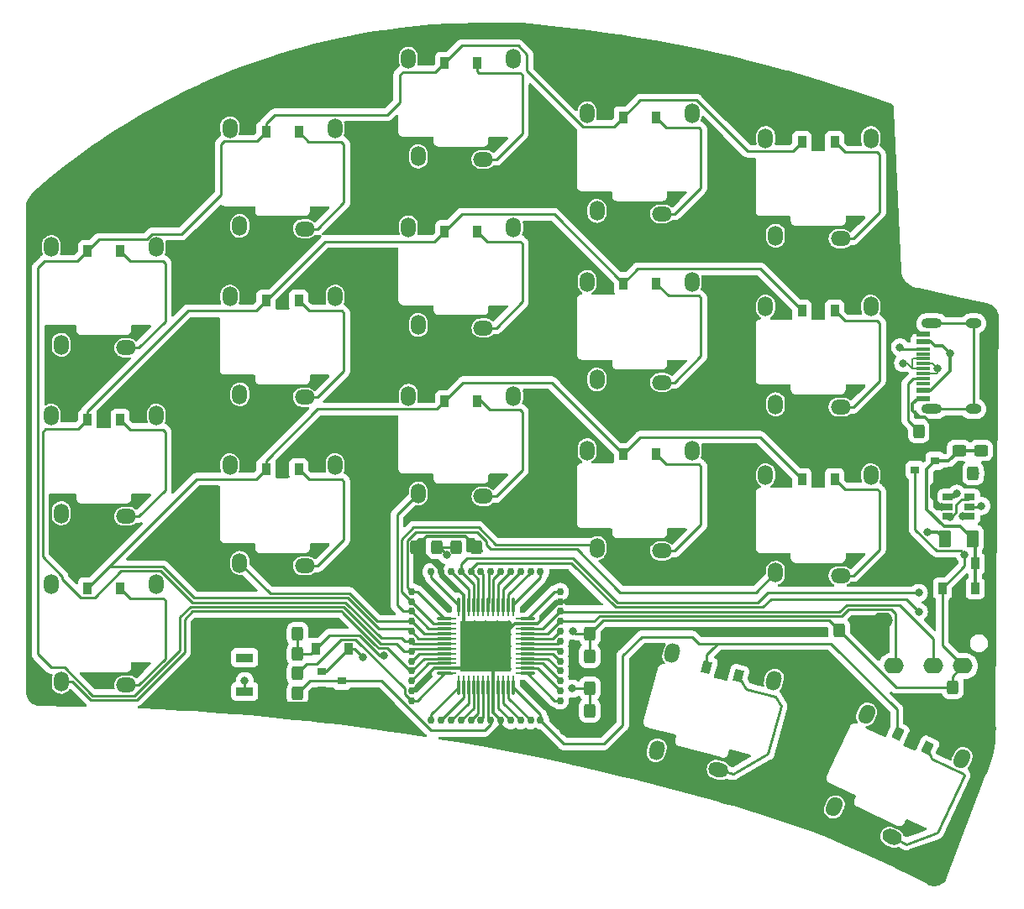
<source format=gbr>
%TF.GenerationSoftware,KiCad,Pcbnew,(6.0.7)*%
%TF.CreationDate,2022-09-28T21:23:56+08:00*%
%TF.ProjectId,ferris_left,66657272-6973-45f6-9c65-66742e6b6963,rev?*%
%TF.SameCoordinates,Original*%
%TF.FileFunction,Copper,L1,Top*%
%TF.FilePolarity,Positive*%
%FSLAX46Y46*%
G04 Gerber Fmt 4.6, Leading zero omitted, Abs format (unit mm)*
G04 Created by KiCad (PCBNEW (6.0.7)) date 2022-09-28 21:23:56*
%MOMM*%
%LPD*%
G01*
G04 APERTURE LIST*
G04 Aperture macros list*
%AMRoundRect*
0 Rectangle with rounded corners*
0 $1 Rounding radius*
0 $2 $3 $4 $5 $6 $7 $8 $9 X,Y pos of 4 corners*
0 Add a 4 corners polygon primitive as box body*
4,1,4,$2,$3,$4,$5,$6,$7,$8,$9,$2,$3,0*
0 Add four circle primitives for the rounded corners*
1,1,$1+$1,$2,$3*
1,1,$1+$1,$4,$5*
1,1,$1+$1,$6,$7*
1,1,$1+$1,$8,$9*
0 Add four rect primitives between the rounded corners*
20,1,$1+$1,$2,$3,$4,$5,0*
20,1,$1+$1,$4,$5,$6,$7,0*
20,1,$1+$1,$6,$7,$8,$9,0*
20,1,$1+$1,$8,$9,$2,$3,0*%
%AMHorizOval*
0 Thick line with rounded ends*
0 $1 width*
0 $2 $3 position (X,Y) of the first rounded end (center of the circle)*
0 $4 $5 position (X,Y) of the second rounded end (center of the circle)*
0 Add line between two ends*
20,1,$1,$2,$3,$4,$5,0*
0 Add two circle primitives to create the rounded ends*
1,1,$1,$2,$3*
1,1,$1,$4,$5*%
%AMRotRect*
0 Rectangle, with rotation*
0 The origin of the aperture is its center*
0 $1 length*
0 $2 width*
0 $3 Rotation angle, in degrees counterclockwise*
0 Add horizontal line*
21,1,$1,$2,0,0,$3*%
G04 Aperture macros list end*
%TA.AperFunction,ComponentPad*%
%ADD10O,1.500000X2.000000*%
%TD*%
%TA.AperFunction,ComponentPad*%
%ADD11O,2.000000X1.500000*%
%TD*%
%TA.AperFunction,SMDPad,CuDef*%
%ADD12RoundRect,0.250000X0.325000X0.450000X-0.325000X0.450000X-0.325000X-0.450000X0.325000X-0.450000X0*%
%TD*%
%TA.AperFunction,SMDPad,CuDef*%
%ADD13R,0.900000X1.200000*%
%TD*%
%TA.AperFunction,SMDPad,CuDef*%
%ADD14R,1.450000X0.600000*%
%TD*%
%TA.AperFunction,SMDPad,CuDef*%
%ADD15R,1.450000X0.300000*%
%TD*%
%TA.AperFunction,ComponentPad*%
%ADD16O,1.600000X1.000000*%
%TD*%
%TA.AperFunction,ComponentPad*%
%ADD17O,2.100000X1.000000*%
%TD*%
%TA.AperFunction,SMDPad,CuDef*%
%ADD18RotRect,0.900000X1.200000X335.000000*%
%TD*%
%TA.AperFunction,SMDPad,CuDef*%
%ADD19RotRect,0.900000X1.200000X345.000000*%
%TD*%
%TA.AperFunction,SMDPad,CuDef*%
%ADD20RoundRect,0.250000X-0.325000X-0.450000X0.325000X-0.450000X0.325000X0.450000X-0.325000X0.450000X0*%
%TD*%
%TA.AperFunction,ComponentPad*%
%ADD21HorizOval,1.500000X-0.105655X-0.226577X0.105655X0.226577X0*%
%TD*%
%TA.AperFunction,ComponentPad*%
%ADD22HorizOval,1.500000X0.226577X-0.105655X-0.226577X0.105655X0*%
%TD*%
%TA.AperFunction,ComponentPad*%
%ADD23O,2.000000X1.600000*%
%TD*%
%TA.AperFunction,ComponentPad*%
%ADD24HorizOval,1.500000X-0.064705X-0.241481X0.064705X0.241481X0*%
%TD*%
%TA.AperFunction,ComponentPad*%
%ADD25HorizOval,1.500000X0.241481X-0.064705X-0.241481X0.064705X0*%
%TD*%
%TA.AperFunction,SMDPad,CuDef*%
%ADD26RoundRect,0.250000X0.375000X0.625000X-0.375000X0.625000X-0.375000X-0.625000X0.375000X-0.625000X0*%
%TD*%
%TA.AperFunction,SMDPad,CuDef*%
%ADD27RoundRect,0.250000X0.450000X-0.325000X0.450000X0.325000X-0.450000X0.325000X-0.450000X-0.325000X0*%
%TD*%
%TA.AperFunction,SMDPad,CuDef*%
%ADD28R,0.900000X0.800000*%
%TD*%
%TA.AperFunction,SMDPad,CuDef*%
%ADD29R,1.700000X0.900000*%
%TD*%
%TA.AperFunction,SMDPad,CuDef*%
%ADD30RoundRect,0.062500X0.062500X-0.375000X0.062500X0.375000X-0.062500X0.375000X-0.062500X-0.375000X0*%
%TD*%
%TA.AperFunction,ComponentPad*%
%ADD31C,0.750000*%
%TD*%
%TA.AperFunction,SMDPad,CuDef*%
%ADD32RoundRect,0.075000X0.075000X-0.662500X0.075000X0.662500X-0.075000X0.662500X-0.075000X-0.662500X0*%
%TD*%
%TA.AperFunction,SMDPad,CuDef*%
%ADD33RoundRect,0.062500X0.375000X-0.062500X0.375000X0.062500X-0.375000X0.062500X-0.375000X-0.062500X0*%
%TD*%
%TA.AperFunction,SMDPad,CuDef*%
%ADD34RoundRect,0.075000X0.662500X-0.075000X0.662500X0.075000X-0.662500X0.075000X-0.662500X-0.075000X0*%
%TD*%
%TA.AperFunction,ComponentPad*%
%ADD35C,0.500000*%
%TD*%
%TA.AperFunction,SMDPad,CuDef*%
%ADD36R,5.150000X5.150000*%
%TD*%
%TA.AperFunction,SMDPad,CuDef*%
%ADD37R,1.060000X0.650000*%
%TD*%
%TA.AperFunction,ViaPad*%
%ADD38C,0.800000*%
%TD*%
%TA.AperFunction,Conductor*%
%ADD39C,0.300000*%
%TD*%
%TA.AperFunction,Conductor*%
%ADD40C,0.250000*%
%TD*%
%TA.AperFunction,Conductor*%
%ADD41C,0.254000*%
%TD*%
%TA.AperFunction,Conductor*%
%ADD42C,0.200000*%
%TD*%
G04 APERTURE END LIST*
D10*
%TO.P,K0_0,1*%
%TO.N,/col0*%
X17700000Y-46100000D03*
D11*
%TO.P,K0_0,2*%
%TO.N,Net-(D0_0-Pad2)*%
X24250000Y-46400000D03*
D10*
%TO.P,K0_0,3*%
%TO.N,N/C*%
X27300000Y-36250000D03*
%TO.P,K0_0,4*%
X16700000Y-36250000D03*
%TD*%
D12*
%TO.P,R1,1*%
%TO.N,GND*%
X106172204Y-54811285D03*
%TO.P,R1,2*%
%TO.N,Net-(J1-PadA5)*%
X104122204Y-54811285D03*
%TD*%
D13*
%TO.P,D2_1,1*%
%TO.N,/row0\u002C2*%
X38350000Y-58650000D03*
%TO.P,D2_1,2*%
%TO.N,Net-(D2_1-Pad2)*%
X41650000Y-58650000D03*
%TD*%
D10*
%TO.P,K1_3,1*%
%TO.N,/col3*%
X71700000Y-49600000D03*
D11*
%TO.P,K1_3,2*%
%TO.N,Net-(D1_3-Pad2)*%
X78250000Y-49900000D03*
D10*
%TO.P,K1_3,3*%
%TO.N,N/C*%
X81300000Y-39750000D03*
%TO.P,K1_3,4*%
X70700000Y-39750000D03*
%TD*%
D13*
%TO.P,D1_0,1*%
%TO.N,/row0\u002C1*%
X20350000Y-53650000D03*
%TO.P,D1_0,2*%
%TO.N,Net-(D1_0-Pad2)*%
X23650000Y-53650000D03*
%TD*%
%TO.P,D2_4,1*%
%TO.N,/row0\u002C2*%
X92350000Y-59650000D03*
%TO.P,D2_4,2*%
%TO.N,Net-(D2_4-Pad2)*%
X95650000Y-59650000D03*
%TD*%
%TO.P,D2_0,1*%
%TO.N,/row0\u002C2*%
X20350000Y-70650000D03*
%TO.P,D2_0,2*%
%TO.N,Net-(D2_0-Pad2)*%
X23650000Y-70650000D03*
%TD*%
%TO.P,D0_2,1*%
%TO.N,/row0\u002C0*%
X56350000Y-17650000D03*
%TO.P,D0_2,2*%
%TO.N,Net-(D0_2-Pad2)*%
X59650000Y-17650000D03*
%TD*%
D14*
%TO.P,J1,A1*%
%TO.N,GND*%
X104540000Y-51510000D03*
%TO.P,J1,A4*%
%TO.N,VCC*%
X104540000Y-50710000D03*
D15*
%TO.P,J1,A5*%
%TO.N,Net-(J1-PadA5)*%
X104540000Y-49510000D03*
%TO.P,J1,A6*%
%TO.N,/D+*%
X104540000Y-48510000D03*
%TO.P,J1,A7*%
%TO.N,/D-*%
X104540000Y-48010000D03*
%TO.P,J1,A8*%
%TO.N,Net-(J1-PadA8)*%
X104540000Y-47010000D03*
D14*
%TO.P,J1,A9*%
%TO.N,VCC*%
X104540000Y-45810000D03*
%TO.P,J1,A12*%
%TO.N,GND*%
X104540000Y-45010000D03*
%TO.P,J1,B1*%
X104540000Y-45010000D03*
%TO.P,J1,B4*%
%TO.N,VCC*%
X104540000Y-45810000D03*
D15*
%TO.P,J1,B5*%
%TO.N,Net-(J1-PadB5)*%
X104540000Y-46510000D03*
%TO.P,J1,B6*%
%TO.N,/D+*%
X104540000Y-47510000D03*
%TO.P,J1,B7*%
%TO.N,/D-*%
X104540000Y-49010000D03*
%TO.P,J1,B8*%
%TO.N,Net-(J1-PadB8)*%
X104540000Y-50010000D03*
D14*
%TO.P,J1,B9*%
%TO.N,VCC*%
X104540000Y-50710000D03*
%TO.P,J1,B12*%
%TO.N,GND*%
X104540000Y-51510000D03*
D16*
%TO.P,J1,S1*%
%TO.N,Net-(J1-PadS1)*%
X109635000Y-52580000D03*
X109635000Y-43940000D03*
D17*
X105455000Y-43940000D03*
X105455000Y-52580000D03*
%TD*%
D10*
%TO.P,K0_1,1*%
%TO.N,/col1*%
X35700000Y-34100000D03*
D11*
%TO.P,K0_1,2*%
%TO.N,Net-(D0_1-Pad2)*%
X42250000Y-34400000D03*
D10*
%TO.P,K0_1,3*%
%TO.N,N/C*%
X45300000Y-24250000D03*
%TO.P,K0_1,4*%
X34700000Y-24250000D03*
%TD*%
%TO.P,K2_4,1*%
%TO.N,/col4*%
X89700000Y-69100000D03*
D11*
%TO.P,K2_4,2*%
%TO.N,Net-(D2_4-Pad2)*%
X96250000Y-69400000D03*
D10*
%TO.P,K2_4,3*%
%TO.N,N/C*%
X99300000Y-59250000D03*
%TO.P,K2_4,4*%
X88700000Y-59250000D03*
%TD*%
%TO.P,K0_3,1*%
%TO.N,/col3*%
X71700000Y-32600000D03*
D11*
%TO.P,K0_3,2*%
%TO.N,Net-(D0_3-Pad2)*%
X78250000Y-32900000D03*
D10*
%TO.P,K0_3,3*%
%TO.N,N/C*%
X81300000Y-22750000D03*
%TO.P,K0_3,4*%
X70700000Y-22750000D03*
%TD*%
D13*
%TO.P,D1_1,1*%
%TO.N,/row0\u002C1*%
X38350000Y-41650000D03*
%TO.P,D1_1,2*%
%TO.N,Net-(D1_1-Pad2)*%
X41650000Y-41650000D03*
%TD*%
%TO.P,D0_3,1*%
%TO.N,/row0\u002C0*%
X74350000Y-23150000D03*
%TO.P,D0_3,2*%
%TO.N,Net-(D0_3-Pad2)*%
X77650000Y-23150000D03*
%TD*%
D18*
%TO.P,D3_4,1*%
%TO.N,/row0\u002C3*%
X102022726Y-85359459D03*
%TO.P,D3_4,2*%
%TO.N,Net-(D3_4-Pad2)*%
X105013542Y-86754099D03*
%TD*%
D10*
%TO.P,K2_0,1*%
%TO.N,/col0*%
X17700000Y-80100000D03*
D11*
%TO.P,K2_0,2*%
%TO.N,Net-(D2_0-Pad2)*%
X24250000Y-80400000D03*
D10*
%TO.P,K2_0,3*%
%TO.N,N/C*%
X27300000Y-70250000D03*
%TO.P,K2_0,4*%
X16700000Y-70250000D03*
%TD*%
D13*
%TO.P,D2_2,1*%
%TO.N,/row0\u002C2*%
X56350000Y-51800000D03*
%TO.P,D2_2,2*%
%TO.N,Net-(D2_2-Pad2)*%
X59650000Y-51800000D03*
%TD*%
D10*
%TO.P,K2_3,1*%
%TO.N,/col3*%
X71700000Y-66600000D03*
D11*
%TO.P,K2_3,2*%
%TO.N,Net-(D2_3-Pad2)*%
X78250000Y-66900000D03*
D10*
%TO.P,K2_3,3*%
%TO.N,N/C*%
X81300000Y-56750000D03*
%TO.P,K2_3,4*%
X70700000Y-56750000D03*
%TD*%
D19*
%TO.P,D3_3,1*%
%TO.N,/row0\u002C3*%
X82771223Y-78627948D03*
%TO.P,D3_3,2*%
%TO.N,Net-(D3_3-Pad2)*%
X85958779Y-79482050D03*
%TD*%
D13*
%TO.P,D1_3,1*%
%TO.N,/row0\u002C1*%
X74350000Y-39900000D03*
%TO.P,D1_3,2*%
%TO.N,Net-(D1_3-Pad2)*%
X77650000Y-39900000D03*
%TD*%
%TO.P,D1_2,1*%
%TO.N,/row0\u002C1*%
X56350000Y-34650000D03*
%TO.P,D1_2,2*%
%TO.N,Net-(D1_2-Pad2)*%
X59650000Y-34650000D03*
%TD*%
D20*
%TO.P,R2,1*%
%TO.N,GND*%
X107560000Y-59055000D03*
%TO.P,R2,2*%
%TO.N,Net-(J1-PadB5)*%
X109610000Y-59055000D03*
%TD*%
D13*
%TO.P,D0_0,1*%
%TO.N,/row0\u002C0*%
X20350000Y-36650000D03*
%TO.P,D0_0,2*%
%TO.N,Net-(D0_0-Pad2)*%
X23650000Y-36650000D03*
%TD*%
D10*
%TO.P,K0_4,1*%
%TO.N,/col4*%
X89700000Y-35100000D03*
D11*
%TO.P,K0_4,2*%
%TO.N,Net-(D0_4-Pad2)*%
X96250000Y-35400000D03*
D10*
%TO.P,K0_4,3*%
%TO.N,N/C*%
X99300000Y-25250000D03*
%TO.P,K0_4,4*%
X88700000Y-25250000D03*
%TD*%
%TO.P,K1_0,1*%
%TO.N,/col0*%
X17700000Y-63100000D03*
D11*
%TO.P,K1_0,2*%
%TO.N,Net-(D1_0-Pad2)*%
X24250000Y-63400000D03*
D10*
%TO.P,K1_0,3*%
%TO.N,N/C*%
X27300000Y-53250000D03*
%TO.P,K1_0,4*%
X16700000Y-53250000D03*
%TD*%
%TO.P,K0_2,1*%
%TO.N,/col2*%
X53700000Y-27100000D03*
D11*
%TO.P,K0_2,2*%
%TO.N,Net-(D0_2-Pad2)*%
X60250000Y-27400000D03*
D10*
%TO.P,K0_2,3*%
%TO.N,N/C*%
X63300000Y-17250000D03*
%TO.P,K0_2,4*%
X52700000Y-17250000D03*
%TD*%
D13*
%TO.P,D1_4,1*%
%TO.N,/row0\u002C1*%
X92350000Y-42650000D03*
%TO.P,D1_4,2*%
%TO.N,Net-(D1_4-Pad2)*%
X95650000Y-42650000D03*
%TD*%
%TO.P,D0_4,1*%
%TO.N,/row0\u002C0*%
X92350000Y-25650000D03*
%TO.P,D0_4,2*%
%TO.N,Net-(D0_4-Pad2)*%
X95650000Y-25650000D03*
%TD*%
%TO.P,D0_1,1*%
%TO.N,/row0\u002C0*%
X38350000Y-24650000D03*
%TO.P,D0_1,2*%
%TO.N,Net-(D0_1-Pad2)*%
X41650000Y-24650000D03*
%TD*%
D21*
%TO.P,K3_4,1*%
%TO.N,/col4*%
X95625517Y-92726776D03*
D22*
%TO.P,K3_4,2*%
%TO.N,Net-(D3_4-Pad2)*%
X101435048Y-95766818D03*
D21*
%TO.P,K3_4,3*%
%TO.N,N/C*%
X108488862Y-87856780D03*
%TO.P,K3_4,4*%
X98881999Y-83377026D03*
%TD*%
D10*
%TO.P,K1_1,1*%
%TO.N,/col1*%
X35700000Y-51100000D03*
D11*
%TO.P,K1_1,2*%
%TO.N,Net-(D1_1-Pad2)*%
X42250000Y-51400000D03*
D10*
%TO.P,K1_1,3*%
%TO.N,N/C*%
X45300000Y-41250000D03*
%TO.P,K1_1,4*%
X34700000Y-41250000D03*
%TD*%
%TO.P,K1_2,1*%
%TO.N,/col2*%
X53700000Y-44100000D03*
D11*
%TO.P,K1_2,2*%
%TO.N,Net-(D1_2-Pad2)*%
X60250000Y-44400000D03*
D10*
%TO.P,K1_2,3*%
%TO.N,N/C*%
X63300000Y-34250000D03*
%TO.P,K1_2,4*%
X52700000Y-34250000D03*
%TD*%
D13*
%TO.P,D2_3,1*%
%TO.N,/row0\u002C2*%
X74350000Y-57150000D03*
%TO.P,D2_3,2*%
%TO.N,Net-(D2_3-Pad2)*%
X77650000Y-57150000D03*
%TD*%
D10*
%TO.P,K2_1,1*%
%TO.N,/col1*%
X35700000Y-68100000D03*
D11*
%TO.P,K2_1,2*%
%TO.N,Net-(D2_1-Pad2)*%
X42250000Y-68400000D03*
D10*
%TO.P,K2_1,3*%
%TO.N,N/C*%
X45300000Y-58250000D03*
%TO.P,K2_1,4*%
X34700000Y-58250000D03*
%TD*%
%TO.P,K1_4,1*%
%TO.N,/col4*%
X89700000Y-52100000D03*
D11*
%TO.P,K1_4,2*%
%TO.N,Net-(D1_4-Pad2)*%
X96250000Y-52400000D03*
D10*
%TO.P,K1_4,3*%
%TO.N,N/C*%
X99300000Y-42250000D03*
%TO.P,K1_4,4*%
X88700000Y-42250000D03*
%TD*%
D23*
%TO.P,Jack0,R1*%
%TO.N,i2c_sda*%
X105592500Y-78500000D03*
%TO.P,Jack0,R2*%
%TO.N,+3V3*%
X108592500Y-78500000D03*
%TO.P,Jack0,S*%
%TO.N,GND*%
X100492500Y-73900000D03*
%TO.P,Jack0,T*%
%TO.N,i2c_scl*%
X101592500Y-78500000D03*
%TD*%
D24*
%TO.P,K3_3,1*%
%TO.N,/col3*%
X77711542Y-86998300D03*
D25*
%TO.P,K3_3,2*%
%TO.N,Net-(D3_3-Pad2)*%
X83960710Y-88983342D03*
D24*
%TO.P,K3_3,3*%
%TO.N,N/C*%
X89533797Y-79968593D03*
%TO.P,K3_3,4*%
X79294984Y-77225111D03*
%TD*%
D10*
%TO.P,K2_2,1*%
%TO.N,/col2*%
X53700000Y-61100000D03*
D11*
%TO.P,K2_2,2*%
%TO.N,Net-(D2_2-Pad2)*%
X60250000Y-61400000D03*
D10*
%TO.P,K2_2,3*%
%TO.N,N/C*%
X63300000Y-51250000D03*
%TO.P,K2_2,4*%
X52700000Y-51250000D03*
%TD*%
D26*
%TO.P,F1,1*%
%TO.N,+5V*%
X109570001Y-65670003D03*
%TO.P,F1,2*%
%TO.N,VCC*%
X106770001Y-65670003D03*
%TD*%
D27*
%TO.P,C1,1*%
%TO.N,+5V*%
X110396873Y-56751612D03*
%TO.P,C1,2*%
%TO.N,GND*%
X110396873Y-54701612D03*
%TD*%
D20*
%TO.P,C2,1*%
%TO.N,+3V3*%
X96130000Y-74930000D03*
%TO.P,C2,2*%
%TO.N,GND*%
X98180000Y-74930000D03*
%TD*%
D12*
%TO.P,C3,1*%
%TO.N,BOOT0*%
X41525000Y-77250000D03*
%TO.P,C3,2*%
%TO.N,GND*%
X39475000Y-77250000D03*
%TD*%
%TO.P,C4,1*%
%TO.N,NRST*%
X41525000Y-81250000D03*
%TO.P,C4,2*%
%TO.N,GND*%
X39475000Y-81250000D03*
%TD*%
%TO.P,C5,1*%
%TO.N,+3V3*%
X55525000Y-66500000D03*
%TO.P,C5,2*%
%TO.N,GND*%
X53475000Y-66500000D03*
%TD*%
D20*
%TO.P,C6,1*%
%TO.N,+3V3*%
X57475000Y-66500000D03*
%TO.P,C6,2*%
%TO.N,GND*%
X59525000Y-66500000D03*
%TD*%
%TO.P,C7,1*%
%TO.N,+3V3*%
X70975000Y-80750000D03*
%TO.P,C7,2*%
%TO.N,GND*%
X73025000Y-80750000D03*
%TD*%
%TO.P,C8,1*%
%TO.N,+3V3*%
X70975000Y-83000000D03*
%TO.P,C8,2*%
%TO.N,GND*%
X73025000Y-83000000D03*
%TD*%
%TO.P,C9,1*%
%TO.N,GND*%
X39475000Y-79250000D03*
%TO.P,C9,2*%
%TO.N,+3V3*%
X41525000Y-79250000D03*
%TD*%
D12*
%TO.P,C10,1*%
%TO.N,GND*%
X73025000Y-77500000D03*
%TO.P,C10,2*%
%TO.N,+3V3*%
X70975000Y-77500000D03*
%TD*%
%TO.P,C11,1*%
%TO.N,GND*%
X73025000Y-75250000D03*
%TO.P,C11,2*%
%TO.N,+3V3*%
X70975000Y-75250000D03*
%TD*%
D13*
%TO.P,D1,1*%
%TO.N,+5V*%
X109820001Y-68170003D03*
%TO.P,D1,2*%
%TO.N,GND*%
X106520001Y-68170003D03*
%TD*%
%TO.P,D2,1*%
%TO.N,+5V*%
X109820001Y-70670003D03*
%TO.P,D2,2*%
%TO.N,+3V3*%
X106520001Y-70670003D03*
%TD*%
%TO.P,D3,1*%
%TO.N,BOOT0*%
X43350000Y-76750000D03*
%TO.P,D3,2*%
%TO.N,Net-(D3-Pad2)*%
X46650000Y-76750000D03*
%TD*%
D28*
%TO.P,Q1,1*%
%TO.N,Net-(D3-Pad2)*%
X44000000Y-79050000D03*
%TO.P,Q1,2*%
%TO.N,GND*%
X44000000Y-80950000D03*
%TO.P,Q1,3*%
%TO.N,NRST*%
X46000000Y-80000000D03*
%TD*%
D20*
%TO.P,R4,1*%
%TO.N,+3V3*%
X107560000Y-80645000D03*
%TO.P,R4,2*%
%TO.N,GND*%
X109610000Y-80645000D03*
%TD*%
D12*
%TO.P,R5,1*%
%TO.N,BOOT0*%
X41525000Y-75250000D03*
%TO.P,R5,2*%
%TO.N,GND*%
X39475000Y-75250000D03*
%TD*%
D29*
%TO.P,SW1,1*%
%TO.N,+3V3*%
X36195000Y-77675000D03*
%TO.P,SW1,2*%
%TO.N,Net-(D3-Pad2)*%
X36195000Y-81075000D03*
%TD*%
D30*
%TO.P,U1,1*%
%TO.N,+3V3*%
X57750000Y-79937500D03*
D31*
X55000000Y-84000000D03*
D32*
X57750000Y-80662500D03*
%TO.P,U1,2*%
%TO.N,Net-(U1-Pad2)*%
X58250000Y-80662500D03*
D30*
X58250000Y-79937500D03*
D31*
X56000000Y-84000000D03*
D32*
%TO.P,U1,3*%
%TO.N,Net-(U1-Pad3)*%
X58750000Y-80662500D03*
D30*
X58750000Y-79937500D03*
D31*
X57000000Y-84000000D03*
D30*
%TO.P,U1,4*%
%TO.N,Net-(U1-Pad4)*%
X59250000Y-79937500D03*
D31*
X58000000Y-84000000D03*
D32*
X59250000Y-80662500D03*
D31*
%TO.P,U1,5*%
%TO.N,Net-(U1-Pad5)*%
X59000000Y-84000000D03*
D30*
X59750000Y-79937500D03*
D32*
X59750000Y-80662500D03*
%TO.P,U1,6*%
%TO.N,Net-(U1-Pad6)*%
X60250000Y-80662500D03*
D31*
X60000000Y-84000000D03*
D30*
X60250000Y-79937500D03*
%TO.P,U1,7*%
%TO.N,NRST*%
X60750000Y-79937500D03*
D32*
X60750000Y-80662500D03*
D31*
X61000000Y-84000000D03*
D32*
%TO.P,U1,8*%
%TO.N,GND*%
X61250000Y-80662500D03*
D30*
X61250000Y-79937500D03*
D31*
X62000000Y-84000000D03*
%TO.P,U1,9*%
%TO.N,+3V3*%
X63000000Y-84000000D03*
D32*
X61750000Y-80662500D03*
D30*
X61750000Y-79937500D03*
D31*
%TO.P,U1,10*%
%TO.N,Net-(U1-Pad10)*%
X64000000Y-84000000D03*
D32*
X62250000Y-80662500D03*
D30*
X62250000Y-79937500D03*
%TO.P,U1,11*%
%TO.N,Net-(U1-Pad11)*%
X62750000Y-79937500D03*
D32*
X62750000Y-80662500D03*
D31*
X65000000Y-84000000D03*
%TO.P,U1,12*%
%TO.N,/row0\u002C3*%
X66000000Y-84000000D03*
D32*
X63250000Y-80662500D03*
D30*
X63250000Y-79937500D03*
D31*
%TO.P,U1,13*%
%TO.N,Net-(U1-Pad13)*%
X68000000Y-82000000D03*
D33*
X63937500Y-79250000D03*
D34*
X64662500Y-79250000D03*
D33*
%TO.P,U1,14*%
%TO.N,Net-(U1-Pad14)*%
X63937500Y-78750000D03*
D31*
X68000000Y-81000000D03*
D34*
X64662500Y-78750000D03*
D33*
%TO.P,U1,15*%
%TO.N,Net-(U1-Pad15)*%
X63937500Y-78250000D03*
D31*
X68000000Y-80000000D03*
D34*
X64662500Y-78250000D03*
%TO.P,U1,16*%
%TO.N,Net-(U1-Pad16)*%
X64662500Y-77750000D03*
D33*
X63937500Y-77750000D03*
D31*
X68000000Y-79000000D03*
%TO.P,U1,17*%
%TO.N,Net-(U1-Pad17)*%
X68000000Y-78000000D03*
D33*
X63937500Y-77250000D03*
D34*
X64662500Y-77250000D03*
D31*
%TO.P,U1,18*%
%TO.N,Net-(U1-Pad18)*%
X68000000Y-77000000D03*
D33*
X63937500Y-76750000D03*
D34*
X64662500Y-76750000D03*
%TO.P,U1,19*%
%TO.N,Net-(U1-Pad19)*%
X64662500Y-76250000D03*
D33*
X63937500Y-76250000D03*
D31*
X68000000Y-76000000D03*
%TO.P,U1,20*%
%TO.N,Net-(U1-Pad20)*%
X68000000Y-75000000D03*
D34*
X64662500Y-75750000D03*
D33*
X63937500Y-75750000D03*
D31*
%TO.P,U1,21*%
%TO.N,i2c_scl*%
X68000000Y-74000000D03*
D34*
X64662500Y-75250000D03*
D33*
X63937500Y-75250000D03*
D31*
%TO.P,U1,22*%
%TO.N,i2c_sda*%
X68000000Y-73000000D03*
D33*
X63937500Y-74750000D03*
D34*
X64662500Y-74750000D03*
D33*
%TO.P,U1,23*%
%TO.N,GND*%
X63937500Y-74250000D03*
D34*
X64662500Y-74250000D03*
D31*
X68000000Y-72000000D03*
D33*
%TO.P,U1,24*%
%TO.N,+3V3*%
X63937500Y-73750000D03*
D34*
X64662500Y-73750000D03*
D31*
X68000000Y-71000000D03*
D32*
%TO.P,U1,25*%
%TO.N,Net-(U1-Pad25)*%
X63250000Y-72337500D03*
D30*
X63250000Y-73062500D03*
D31*
X66000000Y-69000000D03*
%TO.P,U1,26*%
%TO.N,Net-(U1-Pad26)*%
X65000000Y-69000000D03*
D30*
X62750000Y-73062500D03*
D32*
X62750000Y-72337500D03*
%TO.P,U1,27*%
%TO.N,Net-(U1-Pad27)*%
X62250000Y-72337500D03*
D30*
X62250000Y-73062500D03*
D31*
X64000000Y-69000000D03*
D32*
%TO.P,U1,28*%
%TO.N,Net-(U1-Pad28)*%
X61750000Y-72337500D03*
D30*
X61750000Y-73062500D03*
D31*
X63000000Y-69000000D03*
D30*
%TO.P,U1,29*%
%TO.N,Net-(U1-Pad29)*%
X61250000Y-73062500D03*
D31*
X62000000Y-69000000D03*
D32*
X61250000Y-72337500D03*
D31*
%TO.P,U1,30*%
%TO.N,Net-(U1-Pad30)*%
X61000000Y-69000000D03*
D30*
X60750000Y-73062500D03*
D32*
X60750000Y-72337500D03*
D31*
%TO.P,U1,31*%
%TO.N,Net-(U1-Pad31)*%
X60000000Y-69000000D03*
D30*
X60250000Y-73062500D03*
D32*
X60250000Y-72337500D03*
D31*
%TO.P,U1,32*%
%TO.N,/D-*%
X59000000Y-69000000D03*
D30*
X59750000Y-73062500D03*
D32*
X59750000Y-72337500D03*
%TO.P,U1,33*%
%TO.N,/D+*%
X59250000Y-72337500D03*
D30*
X59250000Y-73062500D03*
D31*
X58000000Y-69000000D03*
D32*
%TO.P,U1,34*%
%TO.N,Net-(U1-Pad34)*%
X58750000Y-72337500D03*
D31*
X57000000Y-69000000D03*
D30*
X58750000Y-73062500D03*
D31*
%TO.P,U1,35*%
%TO.N,GND*%
X56000000Y-69000000D03*
D30*
X58250000Y-73062500D03*
D32*
X58250000Y-72337500D03*
D31*
%TO.P,U1,36*%
%TO.N,+3V3*%
X55000000Y-69000000D03*
D32*
X57750000Y-72337500D03*
D30*
X57750000Y-73062500D03*
D34*
%TO.P,U1,37*%
%TO.N,/col4*%
X56337500Y-73750000D03*
D31*
X53000000Y-71000000D03*
D33*
X57062500Y-73750000D03*
D34*
%TO.P,U1,38*%
%TO.N,/col3*%
X56337500Y-74250000D03*
D33*
X57062500Y-74250000D03*
D31*
X53000000Y-72000000D03*
D33*
%TO.P,U1,39*%
%TO.N,/col2*%
X57062500Y-74750000D03*
D34*
X56337500Y-74750000D03*
D31*
X53000000Y-73000000D03*
D33*
%TO.P,U1,40*%
%TO.N,/col1*%
X57062500Y-75250000D03*
D31*
X53000000Y-74000000D03*
D34*
X56337500Y-75250000D03*
D33*
%TO.P,U1,41*%
%TO.N,/row0\u002C2*%
X57062500Y-75750000D03*
D31*
X53000000Y-75000000D03*
D34*
X56337500Y-75750000D03*
%TO.P,U1,42*%
%TO.N,/row0\u002C1*%
X56337500Y-76250000D03*
D31*
X53000000Y-76000000D03*
D33*
X57062500Y-76250000D03*
D31*
%TO.P,U1,43*%
%TO.N,/row0\u002C0*%
X53000000Y-77000000D03*
D34*
X56337500Y-76750000D03*
D33*
X57062500Y-76750000D03*
%TO.P,U1,44*%
%TO.N,BOOT0*%
X57062500Y-77250000D03*
D34*
X56337500Y-77250000D03*
D31*
X53000000Y-78000000D03*
D33*
%TO.P,U1,45*%
%TO.N,/col0*%
X57062500Y-77750000D03*
D31*
X53000000Y-79000000D03*
D34*
X56337500Y-77750000D03*
%TO.P,U1,46*%
%TO.N,Net-(U1-Pad46)*%
X56337500Y-78250000D03*
D31*
X53000000Y-80000000D03*
D33*
X57062500Y-78250000D03*
%TO.P,U1,47*%
%TO.N,GND*%
X57062500Y-78750000D03*
D34*
X56337500Y-78750000D03*
D31*
X53000000Y-81000000D03*
D34*
%TO.P,U1,48*%
%TO.N,+3V3*%
X56337500Y-79250000D03*
D31*
X53000000Y-82000000D03*
D33*
X57062500Y-79250000D03*
D35*
%TO.P,U1,49*%
%TO.N,GND*%
X61662500Y-78825000D03*
X59337500Y-75337500D03*
X62825000Y-77662500D03*
X60500000Y-77662500D03*
X59337500Y-77662500D03*
X60500000Y-76500000D03*
X58175000Y-78825000D03*
X61662500Y-74175000D03*
X60500000Y-75337500D03*
X60500000Y-74175000D03*
X62825000Y-74175000D03*
D36*
X60500000Y-76500000D03*
D35*
X61662500Y-77662500D03*
X59337500Y-74175000D03*
X58175000Y-77662500D03*
X62825000Y-76500000D03*
X62825000Y-78825000D03*
X58175000Y-75337500D03*
X62825000Y-75337500D03*
X58175000Y-74175000D03*
X59337500Y-76500000D03*
X60500000Y-78825000D03*
X61662500Y-76500000D03*
X58175000Y-76500000D03*
X61662500Y-75337500D03*
X59337500Y-78825000D03*
%TD*%
D28*
%TO.P,U3,1*%
%TO.N,GND*%
X103775000Y-56835000D03*
%TO.P,U3,2*%
%TO.N,+3V3*%
X103775000Y-58735000D03*
%TO.P,U3,3*%
%TO.N,+5V*%
X105775000Y-57785000D03*
%TD*%
D37*
%TO.P,U4,1*%
%TO.N,/D-*%
X107070001Y-61470003D03*
%TO.P,U4,2*%
%TO.N,GND*%
X107070001Y-62420003D03*
%TO.P,U4,3*%
%TO.N,/D+*%
X107070001Y-63370003D03*
%TO.P,U4,4*%
%TO.N,/D-*%
X109270001Y-63370003D03*
%TO.P,U4,5*%
%TO.N,+3V3*%
X109270001Y-62420003D03*
%TO.P,U4,6*%
%TO.N,/D+*%
X109270001Y-61470003D03*
%TD*%
D27*
%TO.P,R3,1*%
%TO.N,+5V*%
X108189320Y-56751612D03*
%TO.P,R3,2*%
%TO.N,GND*%
X108189320Y-54701612D03*
%TD*%
D38*
%TO.N,GND*%
X97790000Y-93980000D03*
X80010000Y-88265000D03*
%TO.N,VCC*%
X105034100Y-64959018D03*
X107315000Y-46990000D03*
%TO.N,Net-(J1-PadB5)*%
X102235000Y-46355000D03*
X109855000Y-59055000D03*
%TO.N,/D-*%
X108570001Y-63370003D03*
X104140000Y-73025000D03*
X107957414Y-61107896D03*
X106019955Y-48497920D03*
%TO.N,/D+*%
X107270001Y-63470003D03*
X102559305Y-47957446D03*
X104140000Y-71120000D03*
%TO.N,GND*%
X75800000Y-66800000D03*
X109855000Y-82550000D03*
X103775000Y-56835000D03*
X37800000Y-34000000D03*
X74610000Y-75230000D03*
X38900000Y-68000000D03*
X106452525Y-62451412D03*
X66860000Y-86230000D03*
X38300000Y-50700000D03*
X39500000Y-75300000D03*
X20000000Y-63100000D03*
X102235000Y-43180000D03*
X68320000Y-85070000D03*
X70450000Y-71860000D03*
X19600000Y-46200000D03*
X20500000Y-79700000D03*
X57300000Y-61500000D03*
%TO.N,+3V3*%
X108770001Y-67270003D03*
X69230000Y-80770000D03*
X69274522Y-74968638D03*
X110457348Y-62357350D03*
X35797123Y-77718710D03*
X56596916Y-67325643D03*
%TO.N,Net-(D3-Pad2)*%
X48104848Y-77595152D03*
X36195000Y-80010000D03*
%TO.N,BOOT0*%
X50201669Y-77448331D03*
%TD*%
D39*
%TO.N,+5V*%
X109820001Y-68170003D02*
X109820001Y-65920003D01*
X107155932Y-57785000D02*
X108189320Y-56751612D01*
X106659989Y-64444993D02*
X108344991Y-64444993D01*
X108189320Y-56751612D02*
X110396873Y-56751612D01*
X108344991Y-64444993D02*
X109570001Y-65670003D01*
X104910000Y-62695004D02*
X106659989Y-64444993D01*
X104910000Y-58650000D02*
X104910000Y-62695004D01*
X109820001Y-65920003D02*
X109570001Y-65670003D01*
X105775000Y-57785000D02*
X107155932Y-57785000D01*
X109820001Y-68170003D02*
X109820001Y-70670003D01*
X105775000Y-57785000D02*
X104910000Y-58650000D01*
%TO.N,VCC*%
X106059016Y-64959018D02*
X106770001Y-65670003D01*
X107315000Y-46990000D02*
X107315000Y-48724999D01*
X105734339Y-46240000D02*
X106565000Y-46240000D01*
X106565000Y-46240000D02*
X107315000Y-46990000D01*
X105329999Y-50710000D02*
X104540000Y-50710000D01*
X104540000Y-45810000D02*
X105304339Y-45810000D01*
X105034100Y-64959018D02*
X106059016Y-64959018D01*
X107315000Y-48724999D02*
X105329999Y-50710000D01*
X105304339Y-45810000D02*
X105734339Y-46240000D01*
D40*
%TO.N,/col4*%
X60575010Y-66303246D02*
X60971734Y-66699970D01*
X53000000Y-71000000D02*
X52574990Y-70574990D01*
X60575010Y-65961820D02*
X60575010Y-66303246D01*
X60971734Y-66699970D02*
X69671736Y-66699970D01*
X53587500Y-71000000D02*
X53000000Y-71000000D01*
X74049704Y-71077940D02*
X87722060Y-71077940D01*
X52574990Y-65811820D02*
X53411830Y-64974980D01*
X87722060Y-71077940D02*
X89700000Y-69100000D01*
X52574990Y-70574990D02*
X52574990Y-65811820D01*
X59588170Y-64974980D02*
X60575010Y-65961820D01*
X69671736Y-66699970D02*
X74049704Y-71077940D01*
X56337500Y-73750000D02*
X53587500Y-71000000D01*
X53411830Y-64974980D02*
X59588170Y-64974980D01*
%TO.N,Net-(J1-PadA5)*%
X103030000Y-50005000D02*
X103525000Y-49510000D01*
X104122204Y-54811285D02*
X103030000Y-53719081D01*
X103030000Y-53719081D02*
X103030000Y-50005000D01*
X103525000Y-49510000D02*
X104540000Y-49510000D01*
%TO.N,Net-(J1-PadB5)*%
X104540000Y-46510000D02*
X102390000Y-46510000D01*
X109610000Y-59055000D02*
X109855000Y-59055000D01*
X102390000Y-46510000D02*
X102235000Y-46355000D01*
%TO.N,/col0*%
X25292287Y-81925019D02*
X30119689Y-77097617D01*
X49327767Y-76322233D02*
X49722062Y-76716528D01*
X30119689Y-77097617D02*
X30119689Y-73780311D01*
X52826340Y-79000000D02*
X53000000Y-79000000D01*
X54250000Y-77750000D02*
X53000000Y-79000000D01*
X46097233Y-73097233D02*
X46102767Y-73097233D01*
X18833883Y-80100000D02*
X20658903Y-81925020D01*
X30119689Y-73780311D02*
X30919669Y-72980331D01*
X20658903Y-81925020D02*
X25292287Y-81925019D01*
X56337500Y-77750000D02*
X54250000Y-77750000D01*
X50542868Y-76716528D02*
X52826340Y-79000000D01*
D41*
X49327767Y-76322233D02*
X46102767Y-73097233D01*
D40*
X30919669Y-72980331D02*
X45980331Y-72980331D01*
X49722062Y-76716528D02*
X50542868Y-76716528D01*
D41*
X46102767Y-73097233D02*
X45989865Y-72984331D01*
D40*
X17700000Y-80100000D02*
X18833883Y-80100000D01*
X45980331Y-72980331D02*
X46097233Y-73097233D01*
%TO.N,/col2*%
X56337500Y-74750000D02*
X54750000Y-74750000D01*
X52148960Y-73000000D02*
X51549989Y-72401029D01*
X51549989Y-72401029D02*
X51549989Y-63250011D01*
X52750000Y-73000000D02*
X52148960Y-73000000D01*
X54750000Y-74750000D02*
X53000000Y-73000000D01*
X51549989Y-63250011D02*
X53700000Y-61100000D01*
%TO.N,/col1*%
X54250000Y-75250000D02*
X53000000Y-74000000D01*
X56337500Y-75250000D02*
X54250000Y-75250000D01*
X49565314Y-74000000D02*
X46737605Y-71172291D01*
X46737605Y-71172291D02*
X38772291Y-71172291D01*
X52750000Y-74000000D02*
X49565314Y-74000000D01*
X38772291Y-71172291D02*
X35700000Y-68100000D01*
%TO.N,/col3*%
X61499560Y-66249960D02*
X71349960Y-66249960D01*
X53225430Y-64524970D02*
X59774571Y-64524971D01*
X56337500Y-74250000D02*
X55250000Y-74250000D01*
X55250000Y-74250000D02*
X53000000Y-72000000D01*
X53000000Y-72000000D02*
X51999999Y-70999999D01*
X59774571Y-64524971D02*
X61499560Y-66249960D01*
X51999999Y-70999999D02*
X51999999Y-65750401D01*
X51999999Y-65750401D02*
X53225430Y-64524970D01*
X71349960Y-66249960D02*
X71700000Y-66600000D01*
%TO.N,/row0\u002C0*%
X58075010Y-15924990D02*
X63745283Y-15924990D01*
X21530000Y-35470000D02*
X26309707Y-35470000D01*
X64635020Y-16814727D02*
X64635020Y-18455313D01*
X76075010Y-21424990D02*
X81745283Y-21424990D01*
X56350000Y-17650000D02*
X55424990Y-18575010D01*
X70254717Y-24075010D02*
X73424990Y-24075010D01*
X34130504Y-25575010D02*
X37424990Y-25575010D01*
X52750000Y-77000000D02*
X52226738Y-77000000D01*
X20350000Y-36650000D02*
X21530000Y-35470000D01*
X25105886Y-81475010D02*
X20845303Y-81475010D01*
X16040524Y-37664990D02*
X19335010Y-37664990D01*
X18029769Y-78659476D02*
X16714990Y-78659476D01*
X37424990Y-25575010D02*
X38350000Y-24650000D01*
X51814990Y-18890524D02*
X51814990Y-21645010D01*
X19335010Y-37664990D02*
X20350000Y-36650000D01*
X56315010Y-76774990D02*
X53225010Y-76774990D01*
X26854717Y-34924990D02*
X28214990Y-34924990D01*
X33814990Y-30939618D02*
X33814990Y-25890524D01*
X28214990Y-34924990D02*
X28232304Y-34942304D01*
X15364981Y-77309467D02*
X15364981Y-38340533D01*
X51493256Y-76266518D02*
X49914118Y-76266518D01*
X86895303Y-26575010D02*
X91424990Y-26575010D01*
X52130504Y-18575010D02*
X51814990Y-18890524D01*
X28232304Y-34942304D02*
X29812304Y-34942304D01*
X63745283Y-15924990D02*
X64635020Y-16814727D01*
X64635020Y-18455313D02*
X70254717Y-24075010D01*
X74350000Y-23150000D02*
X76075010Y-21424990D01*
X81745283Y-21424990D02*
X86895303Y-26575010D01*
X55424990Y-18575010D02*
X52130504Y-18575010D01*
X46177921Y-72530321D02*
X30733268Y-72530322D01*
X91424990Y-26575010D02*
X92350000Y-25650000D01*
X51814990Y-21645010D02*
X50550000Y-22910000D01*
X73424990Y-24075010D02*
X74350000Y-23150000D01*
X56337500Y-76750000D02*
X56337500Y-76752500D01*
X29669679Y-73593911D02*
X29669679Y-76911217D01*
X56337500Y-76752500D02*
X56315010Y-76774990D01*
X20845303Y-81475010D02*
X18029769Y-78659476D01*
X50550000Y-22910000D02*
X39240000Y-22910000D01*
X29812304Y-34942304D02*
X33814990Y-30939618D01*
X33814990Y-25890524D02*
X34130504Y-25575010D01*
X38350000Y-23800000D02*
X38350000Y-24650000D01*
X52226738Y-77000000D02*
X51493256Y-76266518D01*
X15364981Y-38340533D02*
X16040524Y-37664990D01*
X16714990Y-78659476D02*
X15364981Y-77309467D01*
X49914118Y-76266518D02*
X48718800Y-75071200D01*
X53225010Y-76774990D02*
X53000000Y-77000000D01*
X29669679Y-76911217D02*
X25105886Y-81475010D01*
X39240000Y-22910000D02*
X38350000Y-23800000D01*
X56350000Y-17650000D02*
X58075010Y-15924990D01*
D41*
X48718800Y-75071200D02*
X46177921Y-72530321D01*
D40*
X26309707Y-35470000D02*
X26854717Y-34924990D01*
X30733268Y-72530322D02*
X29669679Y-73593911D01*
%TO.N,/row0\u002C1*%
X19424990Y-54575010D02*
X20350000Y-53650000D01*
X52310000Y-76000000D02*
X52012010Y-75702010D01*
X53225010Y-76225010D02*
X53000000Y-76000000D01*
X20350000Y-53650000D02*
X20350000Y-52800000D01*
X16130504Y-54575010D02*
X19424990Y-54575010D01*
X74350000Y-39900000D02*
X75825010Y-38424990D01*
X52750000Y-76000000D02*
X52310000Y-76000000D01*
X88124990Y-38424990D02*
X92350000Y-42650000D01*
X38350000Y-41650000D02*
X44335010Y-35664990D01*
X56337500Y-76250000D02*
X56310000Y-76250000D01*
X15814990Y-67495010D02*
X15814990Y-54890524D01*
X20350000Y-52800000D02*
X30485010Y-42664990D01*
X21060001Y-71575001D02*
X19639999Y-71575001D01*
X67374990Y-32924990D02*
X74350000Y-39900000D01*
X31786311Y-72076311D02*
X31782311Y-72072311D01*
X23710012Y-68924990D02*
X21060001Y-71575001D01*
X49988848Y-75702010D02*
X46363149Y-72076311D01*
X30892604Y-72072311D02*
X27745283Y-68924990D01*
D41*
X46365977Y-72076311D02*
X38576311Y-72076311D01*
D40*
X15814990Y-54890524D02*
X16130504Y-54575010D01*
X17775010Y-69455030D02*
X15814990Y-67495010D01*
X31782311Y-72072311D02*
X30892604Y-72072311D01*
X75825010Y-38424990D02*
X88124990Y-38424990D01*
X56350000Y-34650000D02*
X58075010Y-32924990D01*
X55335010Y-35664990D02*
X56350000Y-34650000D01*
X46363149Y-72076311D02*
X45546311Y-72076311D01*
X58075010Y-32924990D02*
X67374990Y-32924990D01*
X27745283Y-68924990D02*
X23710012Y-68924990D01*
X38576311Y-72076311D02*
X31786311Y-72076311D01*
X37335010Y-42664990D02*
X38350000Y-41650000D01*
D41*
X45546311Y-72076311D02*
X46365977Y-72076311D01*
D40*
X56310000Y-76250000D02*
X56285010Y-76225010D01*
X19639999Y-71575001D02*
X17775010Y-69710012D01*
X56285010Y-76225010D02*
X53225010Y-76225010D01*
X52012010Y-75702010D02*
X49988848Y-75702010D01*
X30485010Y-42664990D02*
X37335010Y-42664990D01*
X17775010Y-69710012D02*
X17775010Y-69455030D01*
X44335010Y-35664990D02*
X55335010Y-35664990D01*
%TO.N,/row0\u002C2*%
X31335010Y-59664990D02*
X37335010Y-59664990D01*
X88124990Y-55424990D02*
X92350000Y-59650000D01*
X38350000Y-58650000D02*
X38350000Y-57800000D01*
X43574990Y-52575010D02*
X55574990Y-52575010D01*
X37335010Y-59664990D02*
X38350000Y-58650000D01*
X31079004Y-71622301D02*
X46551205Y-71622301D01*
X56080000Y-75750000D02*
X56055010Y-75725010D01*
X67124990Y-49924990D02*
X74350000Y-57150000D01*
X27931684Y-68474981D02*
X22525020Y-68474980D01*
X52740001Y-74750001D02*
X49678905Y-74750001D01*
X58225010Y-49924990D02*
X67124990Y-49924990D01*
X27931684Y-68474981D02*
X31079004Y-71622301D01*
X22525020Y-68474980D02*
X20350000Y-70650000D01*
X56350000Y-51800000D02*
X58225010Y-49924990D01*
X56337500Y-75750000D02*
X56080000Y-75750000D01*
X55574990Y-52575010D02*
X56350000Y-51800000D01*
X56055010Y-75725010D02*
X53725010Y-75725010D01*
X74350000Y-57150000D02*
X76075010Y-55424990D01*
X20350000Y-70650000D02*
X31335010Y-59664990D01*
X53725010Y-75725010D02*
X53000000Y-75000000D01*
X49678905Y-74750001D02*
X46551205Y-71622301D01*
X38350000Y-57800000D02*
X43574990Y-52575010D01*
X76075010Y-55424990D02*
X88124990Y-55424990D01*
%TO.N,/row0\u002C3*%
X81280000Y-75565000D02*
X81948050Y-76233050D01*
X72390000Y-86360000D02*
X74295000Y-84455000D01*
X63250000Y-80662500D02*
X66000000Y-83412500D01*
X76200000Y-75565000D02*
X81280000Y-75565000D01*
X95283050Y-76233050D02*
X101938927Y-82888927D01*
X83406223Y-76722948D02*
X83896121Y-76233050D01*
X66000000Y-83412500D02*
X66000000Y-84000000D01*
X66000000Y-84000000D02*
X68360000Y-86360000D01*
X82771223Y-77357948D02*
X82771223Y-78627948D01*
X101938927Y-82888927D02*
X101938927Y-85304029D01*
X74295000Y-77470000D02*
X76200000Y-75565000D01*
X81948050Y-76233050D02*
X95283050Y-76233050D01*
X68360000Y-86360000D02*
X72390000Y-86360000D01*
X74295000Y-84455000D02*
X74295000Y-77470000D01*
X83406223Y-76722948D02*
X82771223Y-77357948D01*
%TO.N,Net-(D0_0-Pad2)*%
X28185010Y-37890524D02*
X28185010Y-43759476D01*
X23650000Y-36650000D02*
X24664990Y-37664990D01*
X27959476Y-37664990D02*
X28185010Y-37890524D01*
X28185010Y-43759476D02*
X25544486Y-46400000D01*
X25544486Y-46400000D02*
X24250000Y-46400000D01*
X24664990Y-37664990D02*
X27959476Y-37664990D01*
%TO.N,Net-(D0_1-Pad2)*%
X45919505Y-25625019D02*
X46185010Y-25890524D01*
X46185010Y-31759476D02*
X43544486Y-34400000D01*
X41650000Y-24650000D02*
X42625019Y-25625019D01*
X43544486Y-34400000D02*
X42250000Y-34400000D01*
X42625019Y-25625019D02*
X45919505Y-25625019D01*
X46185010Y-25890524D02*
X46185010Y-31759476D01*
%TO.N,Net-(D0_2-Pad2)*%
X61544486Y-27400000D02*
X60250000Y-27400000D01*
X64185010Y-18890524D02*
X64185010Y-24759476D01*
X63959476Y-18664990D02*
X64185010Y-18890524D01*
X59650000Y-17650000D02*
X59650000Y-18500000D01*
X59650000Y-18500000D02*
X59814990Y-18664990D01*
X59814990Y-18664990D02*
X63959476Y-18664990D01*
X64185010Y-24759476D02*
X61544486Y-27400000D01*
%TO.N,Net-(D0_3-Pad2)*%
X77650000Y-23150000D02*
X78664990Y-24164990D01*
X82185010Y-30259476D02*
X79544486Y-32900000D01*
X81959476Y-24164990D02*
X82185010Y-24390524D01*
X78664990Y-24164990D02*
X81959476Y-24164990D01*
X82185010Y-24390524D02*
X82185010Y-30259476D01*
X79544486Y-32900000D02*
X78250000Y-32900000D01*
%TO.N,Net-(D1_0-Pad2)*%
X24664990Y-54664990D02*
X27959476Y-54664990D01*
X27959476Y-54664990D02*
X28185010Y-54890524D01*
X25544486Y-63400000D02*
X24250000Y-63400000D01*
X28185010Y-60759476D02*
X25544486Y-63400000D01*
X28185010Y-54890524D02*
X28185010Y-60759476D01*
X23650000Y-53650000D02*
X24664990Y-54664990D01*
%TO.N,Net-(D1_1-Pad2)*%
X42664990Y-42664990D02*
X45959476Y-42664990D01*
X45959476Y-42664990D02*
X46185010Y-42890524D01*
X46185010Y-42890524D02*
X46185010Y-48759476D01*
X46185010Y-48759476D02*
X43544486Y-51400000D01*
X41650000Y-41650000D02*
X42664990Y-42664990D01*
X43544486Y-51400000D02*
X42250000Y-51400000D01*
%TO.N,Net-(D1_2-Pad2)*%
X61544486Y-44400000D02*
X60250000Y-44400000D01*
X60664990Y-35664990D02*
X63959476Y-35664990D01*
X63959476Y-35664990D02*
X64185010Y-35890524D01*
X59650000Y-34650000D02*
X60664990Y-35664990D01*
X64185010Y-41759476D02*
X61544486Y-44400000D01*
X64185010Y-35890524D02*
X64185010Y-41759476D01*
%TO.N,Net-(D1_3-Pad2)*%
X82185010Y-41390524D02*
X82185010Y-47259476D01*
X77650000Y-39900000D02*
X78914990Y-41164990D01*
X81959476Y-41164990D02*
X82185010Y-41390524D01*
X82185010Y-47259476D02*
X79544486Y-49900000D01*
X79544486Y-49900000D02*
X78250000Y-49900000D01*
X78914990Y-41164990D02*
X81959476Y-41164990D01*
%TO.N,Net-(D1_4-Pad2)*%
X95650000Y-42650000D02*
X96664990Y-43664990D01*
X100185010Y-43890524D02*
X100185010Y-49759476D01*
X97544486Y-52400000D02*
X96250000Y-52400000D01*
X96664990Y-43664990D02*
X99959476Y-43664990D01*
X100185010Y-49759476D02*
X97544486Y-52400000D01*
X99959476Y-43664990D02*
X100185010Y-43890524D01*
%TO.N,Net-(D2_0-Pad2)*%
X27959476Y-71664990D02*
X28185010Y-71890524D01*
X23650000Y-70650000D02*
X24664990Y-71664990D01*
X28185010Y-77759476D02*
X25544486Y-80400000D01*
X24664990Y-71664990D02*
X27959476Y-71664990D01*
X25544486Y-80400000D02*
X24250000Y-80400000D01*
X28185010Y-71890524D02*
X28185010Y-77759476D01*
%TO.N,Net-(D2_1-Pad2)*%
X45959476Y-59664990D02*
X46185010Y-59890524D01*
X43544486Y-68400000D02*
X42250000Y-68400000D01*
X41650000Y-58650000D02*
X42664990Y-59664990D01*
X42664990Y-59664990D02*
X45959476Y-59664990D01*
X46185010Y-65759476D02*
X43544486Y-68400000D01*
X46185010Y-59890524D02*
X46185010Y-65759476D01*
%TO.N,Net-(D2_2-Pad2)*%
X59650000Y-51400000D02*
X60914990Y-52664990D01*
X61544486Y-61400000D02*
X60250000Y-61400000D01*
X60914990Y-52664990D02*
X63959476Y-52664990D01*
X63959476Y-52664990D02*
X64185010Y-52890524D01*
X64185010Y-58759476D02*
X61544486Y-61400000D01*
X64185010Y-52890524D02*
X64185010Y-58759476D01*
%TO.N,Net-(D2_3-Pad2)*%
X77650000Y-57150000D02*
X78664990Y-58164990D01*
X82185010Y-64259476D02*
X79544486Y-66900000D01*
X81959476Y-58164990D02*
X82185010Y-58390524D01*
X79544486Y-66900000D02*
X78250000Y-66900000D01*
X78664990Y-58164990D02*
X81959476Y-58164990D01*
X82185010Y-58390524D02*
X82185010Y-64259476D01*
%TO.N,Net-(D2_4-Pad2)*%
X99959476Y-60664990D02*
X100185010Y-60890524D01*
X100185010Y-66759476D02*
X97544486Y-69400000D01*
X100185010Y-60890524D02*
X100185010Y-66759476D01*
X97544486Y-69400000D02*
X96250000Y-69400000D01*
X96664990Y-60664990D02*
X99959476Y-60664990D01*
X95650000Y-59650000D02*
X96664990Y-60664990D01*
%TO.N,Net-(D3_3-Pad2)*%
X89700086Y-81598908D02*
X90247190Y-82546520D01*
X85457972Y-89384533D02*
X83960711Y-88983342D01*
X90247190Y-82546520D02*
X88956113Y-87364879D01*
X88956113Y-87364879D02*
X85457972Y-89384533D01*
X85958779Y-79482051D02*
X86719911Y-80800375D01*
X86719911Y-80800375D02*
X89700086Y-81598908D01*
%TO.N,Net-(D3_4-Pad2)*%
X105013542Y-86754099D02*
X105427403Y-87891173D01*
X105997858Y-95340175D02*
X102921394Y-96459913D01*
X108632428Y-89385701D02*
X108694698Y-89556783D01*
X102921394Y-96459913D02*
X101435050Y-95766818D01*
X105427403Y-87891173D02*
X108632428Y-89385701D01*
X108694698Y-89556783D02*
X105997858Y-95340175D01*
%TO.N,Net-(D0_4-Pad2)*%
X99959476Y-26664990D02*
X100185010Y-26890524D01*
X96664990Y-26664990D02*
X99959476Y-26664990D01*
X100185010Y-26890524D02*
X100185010Y-32759476D01*
X95650000Y-25650000D02*
X96664990Y-26664990D01*
X97544486Y-35400000D02*
X96250000Y-35400000D01*
X100185010Y-32759476D02*
X97544486Y-35400000D01*
%TO.N,/D-*%
X104140000Y-73025000D02*
X102870000Y-71755000D01*
X107270001Y-61470003D02*
X107720001Y-61020003D01*
D42*
X105930000Y-49010000D02*
X104540000Y-49010000D01*
D40*
X69091825Y-68099999D02*
X73558796Y-72566970D01*
X107595307Y-61470003D02*
X107957414Y-61107896D01*
D42*
X106045000Y-48540000D02*
X106045000Y-48895000D01*
D40*
X107070001Y-61470003D02*
X107595307Y-61470003D01*
X59750000Y-69750000D02*
X59000000Y-69000000D01*
X102870000Y-71755000D02*
X89258659Y-71755000D01*
D42*
X105515000Y-48010000D02*
X106045000Y-48540000D01*
D40*
X107070001Y-61470003D02*
X107270001Y-61470003D01*
X59000000Y-68739998D02*
X59639999Y-68099999D01*
X88450698Y-72562961D02*
X73660000Y-72562961D01*
X108570001Y-63370003D02*
X109270001Y-63370003D01*
X107729999Y-61030001D02*
X107720001Y-61020003D01*
X59639999Y-68099999D02*
X69091825Y-68099999D01*
X59750000Y-72337500D02*
X59750000Y-69750000D01*
D42*
X104540000Y-48010000D02*
X105515000Y-48010000D01*
X106045000Y-48895000D02*
X105930000Y-49010000D01*
D40*
X89258659Y-71755000D02*
X88450698Y-72562961D01*
%TO.N,/D+*%
X107560003Y-63370003D02*
X107925002Y-63005004D01*
X58000000Y-68248960D02*
X58000000Y-68850000D01*
X107925002Y-63005004D02*
X107925002Y-62213310D01*
X109070001Y-61670003D02*
X109270001Y-61470003D01*
D42*
X103012446Y-47957446D02*
X103515000Y-48460000D01*
X103565000Y-47510000D02*
X103515000Y-47560000D01*
D40*
X69278226Y-67649990D02*
X58598970Y-67649990D01*
D42*
X103515000Y-48460000D02*
X103565000Y-48510000D01*
D40*
X59250000Y-70250000D02*
X58000000Y-69000000D01*
X88900000Y-71120000D02*
X87907039Y-72112961D01*
D42*
X102559305Y-47957446D02*
X103012446Y-47957446D01*
D40*
X107925002Y-62213310D02*
X108468309Y-61670003D01*
X58598970Y-67649990D02*
X58000000Y-68248960D01*
X107070001Y-63370003D02*
X107170001Y-63370003D01*
X107170001Y-63370003D02*
X107270001Y-63470003D01*
X87907039Y-72112961D02*
X73741197Y-72112961D01*
X107070001Y-63370003D02*
X107560003Y-63370003D01*
X73741197Y-72112961D02*
X69278226Y-67649990D01*
D42*
X104540000Y-47510000D02*
X103565000Y-47510000D01*
D40*
X59250000Y-72337500D02*
X59250000Y-70250000D01*
X104140000Y-71120000D02*
X88900000Y-71120000D01*
D42*
X103565000Y-48510000D02*
X104540000Y-48510000D01*
X103515000Y-47560000D02*
X103515000Y-48460000D01*
D40*
X108468309Y-61670003D02*
X109070001Y-61670003D01*
D39*
%TO.N,GND*%
X58250000Y-78750000D02*
X60500000Y-76500000D01*
X58250000Y-72337500D02*
X58250000Y-71323002D01*
X73025000Y-75250000D02*
X74590000Y-75250000D01*
X98180000Y-74930000D02*
X99462500Y-74930000D01*
X106172204Y-54811285D02*
X108079647Y-54811285D01*
X106483934Y-62420003D02*
X106452525Y-62451412D01*
X61250000Y-77250000D02*
X60500000Y-76500000D01*
X53573002Y-66500000D02*
X53475000Y-66500000D01*
X61166622Y-76500000D02*
X60500000Y-76500000D01*
X65676998Y-74250000D02*
X67926998Y-72000000D01*
X58250000Y-74250000D02*
X60500000Y-76500000D01*
X56000000Y-69000000D02*
X56000000Y-68926998D01*
X56000000Y-69073002D02*
X56000000Y-69000000D01*
X61250000Y-80662500D02*
X61250000Y-83176998D01*
X104065000Y-45010000D02*
X102235000Y-43180000D01*
X53475000Y-66500000D02*
X54525010Y-65449990D01*
X109855000Y-80890000D02*
X109610000Y-80645000D01*
X56000000Y-68926998D02*
X53573002Y-66500000D01*
X62000000Y-83926998D02*
X62000000Y-84000000D01*
X64662500Y-74250000D02*
X63416622Y-74250000D01*
X107070001Y-62420003D02*
X106483934Y-62420003D01*
X54525010Y-65449990D02*
X58474990Y-65449990D01*
X105410000Y-60325000D02*
X105410000Y-61408887D01*
X61250000Y-83176998D02*
X62000000Y-83926998D01*
X73025000Y-80750000D02*
X73025000Y-83000000D01*
X106172204Y-54811285D02*
X104790919Y-53430000D01*
X104540000Y-45010000D02*
X104065000Y-45010000D01*
X39475000Y-77250000D02*
X39475000Y-75250000D01*
X40525010Y-82300010D02*
X39475000Y-81250000D01*
X39475000Y-81250000D02*
X39475000Y-79250000D01*
X63416622Y-74250000D02*
X61166622Y-76500000D01*
X103505000Y-52705000D02*
X103505000Y-52070000D01*
X104065000Y-51510000D02*
X104540000Y-51510000D01*
X108189320Y-54701612D02*
X110396873Y-54701612D01*
X61250000Y-80662500D02*
X61250000Y-77250000D01*
X56337500Y-78750000D02*
X58250000Y-78750000D01*
X105410000Y-61408887D02*
X106452525Y-62451412D01*
X104230000Y-53430000D02*
X103505000Y-52705000D01*
X108079647Y-54811285D02*
X108189320Y-54701612D01*
X55323002Y-78750000D02*
X53073002Y-81000000D01*
X104790919Y-53430000D02*
X104230000Y-53430000D01*
X64662500Y-74250000D02*
X65676998Y-74250000D01*
X106680000Y-59055000D02*
X105410000Y-60325000D01*
X74590000Y-75250000D02*
X74610000Y-75230000D01*
X53073002Y-81000000D02*
X53000000Y-81000000D01*
X67926998Y-72000000D02*
X68000000Y-72000000D01*
X73025000Y-75250000D02*
X73025000Y-77500000D01*
X58250000Y-72337500D02*
X58250000Y-74250000D01*
X107560000Y-59055000D02*
X106680000Y-59055000D01*
X42649990Y-82300010D02*
X40525010Y-82300010D01*
X44000000Y-80950000D02*
X42649990Y-82300010D01*
X58250000Y-71323002D02*
X56000000Y-69073002D01*
X56337500Y-78750000D02*
X55323002Y-78750000D01*
X99462500Y-74930000D02*
X100492500Y-73900000D01*
X58474990Y-65449990D02*
X59525000Y-66500000D01*
X39475000Y-79250000D02*
X39475000Y-77250000D01*
X109855000Y-82550000D02*
X109855000Y-80890000D01*
X103505000Y-52070000D02*
X104065000Y-51510000D01*
D40*
%TO.N,+3V3*%
X53587500Y-82000000D02*
X53000000Y-82000000D01*
X52299999Y-81299999D02*
X53000000Y-82000000D01*
X55525000Y-66500000D02*
X55771273Y-66500000D01*
D41*
X96130000Y-74930000D02*
X101845000Y-80645000D01*
D40*
X106520001Y-70670003D02*
X108770001Y-68420003D01*
X110394695Y-62420003D02*
X110457348Y-62357350D01*
X106520001Y-70670003D02*
X106520001Y-76427501D01*
X57750000Y-80662500D02*
X55000000Y-83412500D01*
X103775000Y-64725223D02*
X105919781Y-66870004D01*
X61750000Y-80662500D02*
X61750000Y-82750000D01*
X47360001Y-75824999D02*
X52299999Y-80764997D01*
X105919781Y-66870004D02*
X108370002Y-66870004D01*
X55000000Y-69587500D02*
X55000000Y-69000000D01*
X69555884Y-75250000D02*
X69274522Y-74968638D01*
X108770001Y-67270003D02*
X108370002Y-66870004D01*
D41*
X95122866Y-73922866D02*
X96130000Y-74930000D01*
D40*
X42450001Y-78324999D02*
X43439999Y-78324999D01*
X41525000Y-79250000D02*
X42450001Y-78324999D01*
X67412500Y-71000000D02*
X68000000Y-71000000D01*
X52299999Y-80764997D02*
X52299999Y-81299999D01*
D41*
X72302134Y-73922866D02*
X95122866Y-73922866D01*
D40*
X55000000Y-83412500D02*
X55000000Y-84000000D01*
X35840833Y-77675000D02*
X35797123Y-77718710D01*
X109270001Y-62420003D02*
X110394695Y-62420003D01*
X106520001Y-76427501D02*
X108592500Y-78500000D01*
X36195000Y-77675000D02*
X35840833Y-77675000D01*
X55771273Y-66500000D02*
X56596916Y-67325643D01*
X57750000Y-72337500D02*
X55000000Y-69587500D01*
X45939999Y-75824999D02*
X47360001Y-75824999D01*
X69250000Y-80750000D02*
X69230000Y-80770000D01*
X70975000Y-80750000D02*
X70975000Y-83000000D01*
X64662500Y-73750000D02*
X67412500Y-71000000D01*
D41*
X101845000Y-80645000D02*
X107560000Y-80645000D01*
D40*
X57062500Y-79250000D02*
X55750000Y-79250000D01*
X70975000Y-80750000D02*
X69250000Y-80750000D01*
X107560000Y-79532500D02*
X108592500Y-78500000D01*
X55525000Y-66500000D02*
X57475000Y-66500000D01*
D41*
X70975000Y-75250000D02*
X72302134Y-73922866D01*
D40*
X70975000Y-75250000D02*
X69555884Y-75250000D01*
X61750000Y-82750000D02*
X63000000Y-84000000D01*
X108770001Y-68420003D02*
X108770001Y-67270003D01*
X43439999Y-78324999D02*
X45939999Y-75824999D01*
X107560000Y-80645000D02*
X107560000Y-79532500D01*
X103775000Y-58735000D02*
X103775000Y-64725223D01*
X56337500Y-79250000D02*
X53587500Y-82000000D01*
X70975000Y-75250000D02*
X70975000Y-77500000D01*
%TO.N,Net-(D3-Pad2)*%
X47259696Y-76750000D02*
X48104848Y-77595152D01*
X44350000Y-79050000D02*
X46650000Y-76750000D01*
X44000000Y-79050000D02*
X44350000Y-79050000D01*
X36195000Y-80010000D02*
X36195000Y-81075000D01*
X46650000Y-76750000D02*
X47259696Y-76750000D01*
%TO.N,Net-(J1-PadS1)*%
X109635000Y-43940000D02*
X109635000Y-52580000D01*
X109635000Y-52580000D02*
X105455000Y-52580000D01*
X105455000Y-43940000D02*
X109635000Y-43940000D01*
%TO.N,i2c_sda*%
X64662500Y-74750000D02*
X66213998Y-74750000D01*
X102170000Y-72325000D02*
X105592500Y-75747500D01*
X105592500Y-75747500D02*
X105592500Y-78500000D01*
X68016970Y-73016970D02*
X96155724Y-73016970D01*
X66213998Y-74750000D02*
X67963998Y-73000000D01*
X68000000Y-73000000D02*
X68016970Y-73016970D01*
X96155724Y-73016970D02*
X96847694Y-72325000D01*
X96847694Y-72325000D02*
X102170000Y-72325000D01*
%TO.N,i2c_scl*%
X64940000Y-75250000D02*
X64964990Y-75225010D01*
X101350000Y-72775000D02*
X101817500Y-73242500D01*
X68250000Y-74000000D02*
X71415000Y-74000000D01*
X71944134Y-73470866D02*
X96338224Y-73470866D01*
X97034090Y-72775000D02*
X101350000Y-72775000D01*
X71415000Y-74000000D02*
X71944134Y-73470866D01*
X96338224Y-73470866D02*
X97034090Y-72775000D01*
X64662500Y-75250000D02*
X64940000Y-75250000D01*
X64964990Y-75225010D02*
X66774990Y-75225010D01*
X101817500Y-78275000D02*
X101592500Y-78500000D01*
X101817500Y-73242500D02*
X101817500Y-78275000D01*
X66774990Y-75225010D02*
X68000000Y-74000000D01*
%TO.N,BOOT0*%
X43350000Y-76750000D02*
X44725010Y-75374990D01*
X56337500Y-77250000D02*
X53750000Y-77250000D01*
X41525000Y-77250000D02*
X42850000Y-77250000D01*
X42850000Y-77250000D02*
X43350000Y-76750000D01*
D41*
X49771471Y-77448331D02*
X50201669Y-77448331D01*
D40*
X44725010Y-75374990D02*
X47741286Y-75374990D01*
X53750000Y-77250000D02*
X53000000Y-78000000D01*
X49814627Y-77448331D02*
X50201669Y-77448331D01*
X41525000Y-75250000D02*
X41525000Y-77250000D01*
X47741286Y-75374990D02*
X49814627Y-77448331D01*
%TO.N,NRST*%
X54963999Y-85000001D02*
X51731999Y-81768001D01*
X42775000Y-80000000D02*
X46000000Y-80000000D01*
X51731999Y-81731999D02*
X50000000Y-80000000D01*
X60360001Y-85000001D02*
X54963999Y-85000001D01*
X41525000Y-81250000D02*
X42775000Y-80000000D01*
X47900000Y-80000000D02*
X46000000Y-80000000D01*
X61000000Y-84360002D02*
X60360001Y-85000001D01*
X50000000Y-80000000D02*
X47900000Y-80000000D01*
X60750000Y-83750000D02*
X61000000Y-84000000D01*
X61000000Y-84250000D02*
X61000000Y-84360002D01*
X51731999Y-81768001D02*
X51731999Y-81731999D01*
X60750000Y-80662500D02*
X60750000Y-83750000D01*
%TO.N,Net-(U1-Pad2)*%
X56000000Y-83963998D02*
X56000000Y-84000000D01*
X58250000Y-80662500D02*
X58250000Y-81713998D01*
X58250000Y-81713998D02*
X56000000Y-83963998D01*
%TO.N,Net-(U1-Pad3)*%
X58750000Y-80662500D02*
X58750000Y-82250000D01*
X58750000Y-82250000D02*
X57000000Y-84000000D01*
%TO.N,Net-(U1-Pad4)*%
X59250000Y-80662500D02*
X59250000Y-82750000D01*
X59250000Y-82750000D02*
X58000000Y-84000000D01*
%TO.N,Net-(U1-Pad5)*%
X59750000Y-83250000D02*
X59000000Y-84000000D01*
X59750000Y-80662500D02*
X59750000Y-83250000D01*
%TO.N,Net-(U1-Pad6)*%
X60250000Y-80662500D02*
X60250000Y-83750000D01*
X60250000Y-83750000D02*
X60000000Y-84000000D01*
%TO.N,Net-(U1-Pad10)*%
X62250000Y-80662500D02*
X62250000Y-80750000D01*
X62250000Y-80750000D02*
X62274990Y-80774990D01*
X62274990Y-80774990D02*
X62274990Y-82274990D01*
X62274990Y-82274990D02*
X64000000Y-84000000D01*
%TO.N,Net-(U1-Pad11)*%
X62750000Y-80662500D02*
X62750000Y-81750000D01*
X62750000Y-81750000D02*
X65000000Y-84000000D01*
%TO.N,Net-(U1-Pad13)*%
X64662500Y-79250000D02*
X67412500Y-82000000D01*
X67412500Y-82000000D02*
X68000000Y-82000000D01*
%TO.N,Net-(U1-Pad14)*%
X67963998Y-81000000D02*
X68000000Y-81000000D01*
X64662500Y-78750000D02*
X65713998Y-78750000D01*
X65713998Y-78750000D02*
X67963998Y-81000000D01*
%TO.N,Net-(U1-Pad15)*%
X64662500Y-78250000D02*
X66250000Y-78250000D01*
X66250000Y-78250000D02*
X68000000Y-80000000D01*
%TO.N,Net-(U1-Pad16)*%
X66750000Y-77750000D02*
X68000000Y-79000000D01*
X64662500Y-77750000D02*
X66750000Y-77750000D01*
%TO.N,Net-(U1-Pad17)*%
X64662500Y-77250000D02*
X67250000Y-77250000D01*
X67250000Y-77250000D02*
X68000000Y-78000000D01*
%TO.N,Net-(U1-Pad18)*%
X67774990Y-76774990D02*
X68000000Y-77000000D01*
X64750000Y-76750000D02*
X64774990Y-76774990D01*
X64662500Y-76750000D02*
X64750000Y-76750000D01*
X64774990Y-76774990D02*
X67774990Y-76774990D01*
%TO.N,Net-(U1-Pad19)*%
X64662500Y-76250000D02*
X64760000Y-76250000D01*
X64784990Y-76225010D02*
X67774990Y-76225010D01*
X64760000Y-76250000D02*
X64784990Y-76225010D01*
X67774990Y-76225010D02*
X68000000Y-76000000D01*
%TO.N,Net-(U1-Pad20)*%
X64662500Y-75750000D02*
X67250000Y-75750000D01*
X67250000Y-75750000D02*
X68000000Y-75000000D01*
%TO.N,Net-(U1-Pad25)*%
X63250000Y-72300000D02*
X66000000Y-69550000D01*
X63250000Y-72337500D02*
X63250000Y-72300000D01*
X66000000Y-69550000D02*
X66000000Y-69000000D01*
%TO.N,Net-(U1-Pad26)*%
X65000000Y-69036002D02*
X65000000Y-69000000D01*
X62750000Y-72337500D02*
X62750000Y-71286002D01*
X62750000Y-71286002D02*
X65000000Y-69036002D01*
%TO.N,Net-(U1-Pad27)*%
X62250000Y-70750000D02*
X64000000Y-69000000D01*
X62250000Y-72337500D02*
X62250000Y-70750000D01*
%TO.N,Net-(U1-Pad28)*%
X61750000Y-72337500D02*
X61750000Y-70250000D01*
X61750000Y-70250000D02*
X63000000Y-69000000D01*
%TO.N,Net-(U1-Pad29)*%
X61250000Y-69750000D02*
X62000000Y-69000000D01*
X61250000Y-72337500D02*
X61250000Y-69750000D01*
%TO.N,Net-(U1-Pad30)*%
X60750000Y-72130000D02*
X60774990Y-72105010D01*
X60774990Y-69225010D02*
X61000000Y-69000000D01*
X60774990Y-72105010D02*
X60774990Y-69225010D01*
X60750000Y-72337500D02*
X60750000Y-72130000D01*
%TO.N,Net-(U1-Pad31)*%
X60250000Y-72337500D02*
X60250000Y-69250000D01*
X60250000Y-69250000D02*
X60000000Y-69000000D01*
%TO.N,Net-(U1-Pad34)*%
X58750000Y-72337500D02*
X58750000Y-70750000D01*
X58750000Y-70750000D02*
X57000000Y-69000000D01*
%TO.N,Net-(U1-Pad46)*%
X54750000Y-78250000D02*
X53000000Y-80000000D01*
X56337500Y-78250000D02*
X54750000Y-78250000D01*
%TD*%
%TA.AperFunction,Conductor*%
%TO.N,GND*%
G36*
X63855742Y-13644183D02*
G01*
X64135559Y-13644732D01*
X64147299Y-13645304D01*
X64151049Y-13645662D01*
X64159771Y-13647774D01*
X64168733Y-13647353D01*
X64168736Y-13647353D01*
X64189161Y-13646393D01*
X64206513Y-13646774D01*
X66410902Y-13847716D01*
X66412869Y-13847911D01*
X68652964Y-14087651D01*
X68654839Y-14087867D01*
X70890792Y-14362761D01*
X70892719Y-14363014D01*
X73124074Y-14673004D01*
X73125945Y-14673278D01*
X74017158Y-14811395D01*
X75352267Y-15018306D01*
X75354221Y-15018625D01*
X76948563Y-15291428D01*
X77574710Y-15398566D01*
X77576623Y-15398909D01*
X79790939Y-15813704D01*
X79792840Y-15814076D01*
X82000348Y-16263607D01*
X82002188Y-16263996D01*
X84202444Y-16748173D01*
X84204308Y-16748599D01*
X85049506Y-16948562D01*
X86396579Y-17267262D01*
X86398502Y-17267733D01*
X86850593Y-17382221D01*
X88582353Y-17820774D01*
X88584233Y-17821266D01*
X90759125Y-18408553D01*
X90761027Y-18409083D01*
X90966168Y-18467950D01*
X92926410Y-19030463D01*
X92928309Y-19031024D01*
X95083672Y-19686354D01*
X95085562Y-19686945D01*
X96378297Y-20102293D01*
X97230357Y-20376056D01*
X97232175Y-20376655D01*
X97538090Y-20480274D01*
X99365934Y-21099398D01*
X99367804Y-21100048D01*
X101427413Y-21833945D01*
X101436981Y-21837925D01*
X101443627Y-21842358D01*
X101452193Y-21845043D01*
X101460292Y-21848916D01*
X101460093Y-21849332D01*
X101479493Y-21858462D01*
X101493759Y-21867726D01*
X101520640Y-21891211D01*
X101541740Y-21915729D01*
X101560959Y-21945813D01*
X101574339Y-21975272D01*
X101584346Y-22009526D01*
X101586438Y-22024143D01*
X101587700Y-22043540D01*
X101587691Y-22044256D01*
X101586309Y-22053130D01*
X101587473Y-22062033D01*
X101587473Y-22062034D01*
X101592363Y-22099433D01*
X101593292Y-22109956D01*
X101606937Y-22405458D01*
X102358717Y-38686472D01*
X102358709Y-38698254D01*
X102358538Y-38701853D01*
X102356847Y-38710664D01*
X102361027Y-38754595D01*
X102362361Y-38768617D01*
X102362793Y-38774741D01*
X102363725Y-38794929D01*
X102364563Y-38799326D01*
X102364564Y-38799332D01*
X102364895Y-38801066D01*
X102366556Y-38812723D01*
X102370180Y-38850813D01*
X102370183Y-38850828D01*
X102370643Y-38855667D01*
X102373741Y-38867832D01*
X102375654Y-38872309D01*
X102377213Y-38876913D01*
X102377007Y-38876983D01*
X102379311Y-38884536D01*
X102379502Y-38884471D01*
X102382414Y-38892956D01*
X102384096Y-38901777D01*
X102388184Y-38909767D01*
X102389741Y-38914304D01*
X102393318Y-38922774D01*
X102404132Y-38954739D01*
X102461070Y-39123045D01*
X102462866Y-39126710D01*
X102462869Y-39126718D01*
X102577924Y-39361542D01*
X102579725Y-39365217D01*
X102607044Y-39406468D01*
X102726374Y-39586655D01*
X102726379Y-39586662D01*
X102728629Y-39590059D01*
X102905295Y-39793812D01*
X102908334Y-39796516D01*
X102908340Y-39796522D01*
X103012947Y-39889595D01*
X103106769Y-39973073D01*
X103329685Y-40124845D01*
X103333318Y-40126683D01*
X103333323Y-40126686D01*
X103450086Y-40185761D01*
X103570318Y-40246591D01*
X103690252Y-40288885D01*
X103820804Y-40334924D01*
X103820811Y-40334926D01*
X103824645Y-40336278D01*
X103828625Y-40337125D01*
X103828629Y-40337126D01*
X104054628Y-40385216D01*
X104067038Y-40388526D01*
X104071241Y-40389880D01*
X104071247Y-40389881D01*
X104075883Y-40391375D01*
X104080695Y-40392137D01*
X104080698Y-40392138D01*
X104083482Y-40392579D01*
X104083485Y-40392579D01*
X104088281Y-40393339D01*
X104093942Y-40393354D01*
X104096111Y-40393591D01*
X104098000Y-40393742D01*
X104097996Y-40393796D01*
X104120388Y-40396235D01*
X108126819Y-41267951D01*
X110937444Y-41879485D01*
X110959341Y-41886390D01*
X110964883Y-41888712D01*
X110964885Y-41888713D01*
X110973169Y-41892183D01*
X110985785Y-41893605D01*
X110989191Y-41893989D01*
X111013443Y-41899178D01*
X111190106Y-41955649D01*
X111205818Y-41961862D01*
X111396912Y-42052673D01*
X111411656Y-42060934D01*
X111588875Y-42176500D01*
X111602381Y-42186661D01*
X111762537Y-42324904D01*
X111774561Y-42336780D01*
X111914778Y-42495216D01*
X111925103Y-42508591D01*
X112042865Y-42684382D01*
X112051298Y-42699007D01*
X112127630Y-42854632D01*
X112144470Y-42888966D01*
X112150877Y-42904603D01*
X112190489Y-43023431D01*
X112196770Y-43042274D01*
X112203233Y-43083089D01*
X112149175Y-50119886D01*
X111886850Y-84266799D01*
X111886733Y-84282021D01*
X111886164Y-84293051D01*
X111882689Y-84329378D01*
X111882689Y-84329384D01*
X111881835Y-84338315D01*
X111883522Y-84347128D01*
X111883522Y-84347130D01*
X111886400Y-84362165D01*
X111888583Y-84381842D01*
X111905702Y-84919413D01*
X111905734Y-84926283D01*
X111904880Y-84963919D01*
X111893091Y-85483208D01*
X111892751Y-85498166D01*
X111892408Y-85505014D01*
X111860562Y-85916505D01*
X111848273Y-86075298D01*
X111847557Y-86082131D01*
X111821886Y-86275823D01*
X111775352Y-86626925D01*
X111772401Y-86649187D01*
X111771314Y-86655965D01*
X111670635Y-87190099D01*
X111665358Y-87218093D01*
X111663903Y-87224797D01*
X111575048Y-87586573D01*
X111527472Y-87780282D01*
X111525652Y-87786907D01*
X111359141Y-88334143D01*
X111356966Y-88340651D01*
X111169668Y-88853901D01*
X111160870Y-88878010D01*
X111158341Y-88884392D01*
X110984121Y-89291407D01*
X110933257Y-89410236D01*
X110930385Y-89416472D01*
X110698332Y-89886047D01*
X110695463Y-89891852D01*
X110683515Y-89911345D01*
X110673782Y-89924398D01*
X110642962Y-90007227D01*
X106867536Y-100075029D01*
X106851226Y-100105214D01*
X106780404Y-100201943D01*
X106763868Y-100224528D01*
X106751231Y-100239257D01*
X106615648Y-100374630D01*
X106600908Y-100387237D01*
X106446141Y-100500182D01*
X106429634Y-100510379D01*
X106259360Y-100598216D01*
X106241477Y-100605759D01*
X106059739Y-100666401D01*
X106040910Y-100671108D01*
X105852013Y-100703121D01*
X105832685Y-100704880D01*
X105722935Y-100706383D01*
X105641112Y-100707503D01*
X105621750Y-100706273D01*
X105526897Y-100692858D01*
X105432050Y-100679444D01*
X105413101Y-100675255D01*
X105229765Y-100619610D01*
X105211682Y-100612559D01*
X105067304Y-100543018D01*
X105053083Y-100534010D01*
X105053007Y-100534137D01*
X105045302Y-100529537D01*
X105038323Y-100523889D01*
X105032873Y-100521611D01*
X105030728Y-100520213D01*
X105026866Y-100517249D01*
X105022599Y-100514917D01*
X105022596Y-100514915D01*
X105021511Y-100514323D01*
X105015851Y-100511229D01*
X105011470Y-100509651D01*
X105005685Y-100506851D01*
X103337937Y-99641627D01*
X103337415Y-99641356D01*
X101887266Y-98923259D01*
X101643854Y-98802724D01*
X101643826Y-98802711D01*
X101643298Y-98802449D01*
X99933725Y-97995508D01*
X98209297Y-97220817D01*
X96470624Y-96478649D01*
X94718319Y-95769266D01*
X92953000Y-95092919D01*
X91462127Y-94553607D01*
X91175799Y-94450030D01*
X91175787Y-94450026D01*
X91175290Y-94449846D01*
X91174822Y-94449687D01*
X91174772Y-94449669D01*
X89386342Y-93840454D01*
X89386324Y-93840448D01*
X89385816Y-93840275D01*
X89385332Y-93840120D01*
X89385289Y-93840106D01*
X87585772Y-93264599D01*
X87585766Y-93264597D01*
X87585209Y-93264419D01*
X87584707Y-93264269D01*
X87584669Y-93264257D01*
X86445362Y-92923342D01*
X94564931Y-92923342D01*
X94565376Y-92929708D01*
X94565376Y-92929712D01*
X94570773Y-93006889D01*
X94578401Y-93115970D01*
X94580118Y-93122119D01*
X94580118Y-93122120D01*
X94619849Y-93264419D01*
X94630329Y-93301955D01*
X94718594Y-93473701D01*
X94839590Y-93624191D01*
X94844505Y-93628257D01*
X94983458Y-93743209D01*
X94983462Y-93743212D01*
X94988375Y-93747276D01*
X94994007Y-93750270D01*
X94994009Y-93750272D01*
X95153234Y-93834934D01*
X95153236Y-93834935D01*
X95158871Y-93837931D01*
X95164991Y-93839732D01*
X95164993Y-93839733D01*
X95166835Y-93840275D01*
X95344113Y-93892451D01*
X95350470Y-93892985D01*
X95350471Y-93892985D01*
X95530173Y-93908076D01*
X95530176Y-93908076D01*
X95536535Y-93908610D01*
X95687150Y-93890650D01*
X95721936Y-93886502D01*
X95721937Y-93886502D01*
X95728275Y-93885746D01*
X95911503Y-93824795D01*
X95954721Y-93799843D01*
X96073202Y-93731438D01*
X96073205Y-93731436D01*
X96078730Y-93728246D01*
X96223129Y-93600043D01*
X96313925Y-93478674D01*
X96335900Y-93449300D01*
X96335902Y-93449297D01*
X96338800Y-93445423D01*
X96341778Y-93439822D01*
X96489926Y-93122120D01*
X96611666Y-92861049D01*
X96611668Y-92861045D01*
X96613012Y-92858162D01*
X96636028Y-92792070D01*
X96658466Y-92727635D01*
X96658466Y-92727634D01*
X96660563Y-92721613D01*
X96686103Y-92530211D01*
X96684727Y-92510526D01*
X96673078Y-92343950D01*
X96672633Y-92337582D01*
X96638095Y-92213879D01*
X96622421Y-92157743D01*
X96620705Y-92151597D01*
X96532440Y-91979851D01*
X96411443Y-91829362D01*
X96262659Y-91706276D01*
X96122870Y-91631949D01*
X96097804Y-91618621D01*
X96097801Y-91618620D01*
X96092163Y-91615622D01*
X96018878Y-91594053D01*
X95913051Y-91562905D01*
X95913046Y-91562904D01*
X95906920Y-91561101D01*
X95900556Y-91560567D01*
X95900553Y-91560566D01*
X95720861Y-91545476D01*
X95720858Y-91545476D01*
X95714499Y-91544942D01*
X95599965Y-91558600D01*
X95529097Y-91567050D01*
X95529095Y-91567050D01*
X95522759Y-91567806D01*
X95339531Y-91628758D01*
X95334004Y-91631949D01*
X95205267Y-91706276D01*
X95172304Y-91725307D01*
X95027904Y-91853510D01*
X94912233Y-92008130D01*
X94909255Y-92013731D01*
X94908556Y-92015230D01*
X94644110Y-92582336D01*
X94638022Y-92595391D01*
X94636972Y-92598405D01*
X94636972Y-92598406D01*
X94593711Y-92722636D01*
X94590471Y-92731939D01*
X94564931Y-92923342D01*
X86445362Y-92923342D01*
X85774620Y-92722636D01*
X85774582Y-92722625D01*
X85774104Y-92722482D01*
X85773594Y-92722340D01*
X85773574Y-92722334D01*
X84584653Y-92390770D01*
X83981254Y-92222495D01*
X83974919Y-92220394D01*
X83973641Y-92219783D01*
X83965652Y-92217386D01*
X83965729Y-92217129D01*
X83965506Y-92217042D01*
X83965437Y-92217286D01*
X83964486Y-92217018D01*
X83962461Y-92216429D01*
X83961618Y-92216176D01*
X83961617Y-92216176D01*
X83961611Y-92216174D01*
X83961684Y-92215930D01*
X83961454Y-92215884D01*
X83961381Y-92216143D01*
X83958033Y-92215199D01*
X83958029Y-92215198D01*
X83953349Y-92213879D01*
X83950343Y-92213516D01*
X83944706Y-92212164D01*
X83902249Y-92200265D01*
X81066401Y-91405495D01*
X78161797Y-90629138D01*
X78161502Y-90629063D01*
X78161441Y-90629047D01*
X75248308Y-89887960D01*
X75248249Y-89887945D01*
X75248035Y-89887891D01*
X74394904Y-89681788D01*
X72325869Y-89181941D01*
X72325804Y-89181926D01*
X72325540Y-89181862D01*
X69868925Y-88619671D01*
X69395147Y-88511248D01*
X69395138Y-88511246D01*
X69394736Y-88511154D01*
X68732524Y-88367996D01*
X66456387Y-87875937D01*
X66456324Y-87875924D01*
X66456052Y-87875865D01*
X66455749Y-87875803D01*
X66455695Y-87875792D01*
X64031339Y-87382240D01*
X63509915Y-87276088D01*
X63023269Y-87183118D01*
X76693117Y-87183118D01*
X76693384Y-87189491D01*
X76693384Y-87189492D01*
X76697244Y-87281601D01*
X76701202Y-87376048D01*
X76747917Y-87563411D01*
X76788258Y-87647608D01*
X76824477Y-87723203D01*
X76831352Y-87737553D01*
X76868813Y-87786907D01*
X76942828Y-87884418D01*
X76948099Y-87891363D01*
X76969346Y-87909963D01*
X77061975Y-87991053D01*
X77093390Y-88018555D01*
X77098940Y-88021708D01*
X77098943Y-88021710D01*
X77154633Y-88053346D01*
X77261288Y-88113934D01*
X77267358Y-88115906D01*
X77267362Y-88115908D01*
X77355688Y-88144607D01*
X77444936Y-88173605D01*
X77556085Y-88186073D01*
X77630490Y-88194419D01*
X77630493Y-88194419D01*
X77636831Y-88195130D01*
X77724031Y-88187195D01*
X77822778Y-88178209D01*
X77822783Y-88178208D01*
X77829135Y-88177630D01*
X78013992Y-88121818D01*
X78183852Y-88029976D01*
X78197463Y-88018555D01*
X78326878Y-87909963D01*
X78326881Y-87909960D01*
X78331773Y-87905855D01*
X78341504Y-87893578D01*
X78447752Y-87759528D01*
X78447754Y-87759526D01*
X78451717Y-87754525D01*
X78454591Y-87748834D01*
X78454595Y-87748829D01*
X78526921Y-87605646D01*
X78538781Y-87582168D01*
X78540741Y-87576135D01*
X78542938Y-87567938D01*
X78649938Y-87168609D01*
X78706850Y-86956213D01*
X78709532Y-86939654D01*
X78728947Y-86819783D01*
X78728947Y-86819778D01*
X78729967Y-86813482D01*
X78729042Y-86791395D01*
X78722149Y-86626925D01*
X78721882Y-86620553D01*
X78675167Y-86433190D01*
X78655690Y-86392537D01*
X78594490Y-86264803D01*
X78594489Y-86264801D01*
X78591732Y-86259047D01*
X78474985Y-86105237D01*
X78382844Y-86024574D01*
X78334500Y-85982252D01*
X78334498Y-85982251D01*
X78329694Y-85978045D01*
X78324144Y-85974892D01*
X78324141Y-85974890D01*
X78183826Y-85895181D01*
X78161796Y-85882666D01*
X78155726Y-85880694D01*
X78155722Y-85880692D01*
X78067396Y-85851993D01*
X77978148Y-85822995D01*
X77866999Y-85810527D01*
X77792594Y-85802181D01*
X77792591Y-85802181D01*
X77786253Y-85801470D01*
X77699053Y-85809405D01*
X77600306Y-85818391D01*
X77600301Y-85818392D01*
X77593949Y-85818970D01*
X77409092Y-85874782D01*
X77239232Y-85966624D01*
X77091310Y-86090746D01*
X76971367Y-86242075D01*
X76968493Y-86247766D01*
X76968489Y-86247771D01*
X76914395Y-86354860D01*
X76884303Y-86414432D01*
X76882343Y-86420466D01*
X76881919Y-86422047D01*
X76881917Y-86422055D01*
X76813952Y-86675702D01*
X76716234Y-87040387D01*
X76715725Y-87043532D01*
X76694137Y-87176817D01*
X76694137Y-87176822D01*
X76693117Y-87183118D01*
X63023269Y-87183118D01*
X60556754Y-86711909D01*
X57597000Y-86183410D01*
X55793559Y-85883797D01*
X55729638Y-85852902D01*
X55692567Y-85792352D01*
X55694117Y-85721372D01*
X55733795Y-85662498D01*
X55799004Y-85634422D01*
X55814209Y-85633501D01*
X60281234Y-85633501D01*
X60292417Y-85634028D01*
X60299910Y-85635703D01*
X60307836Y-85635454D01*
X60307837Y-85635454D01*
X60367987Y-85633563D01*
X60371946Y-85633501D01*
X60399857Y-85633501D01*
X60403792Y-85633004D01*
X60403857Y-85632996D01*
X60415694Y-85632063D01*
X60447952Y-85631049D01*
X60451971Y-85630923D01*
X60459890Y-85630674D01*
X60479344Y-85625022D01*
X60498701Y-85621014D01*
X60510931Y-85619469D01*
X60510932Y-85619469D01*
X60518798Y-85618475D01*
X60526169Y-85615556D01*
X60526171Y-85615556D01*
X60559913Y-85602197D01*
X60571143Y-85598352D01*
X60605984Y-85588230D01*
X60605985Y-85588230D01*
X60613594Y-85586019D01*
X60620413Y-85581986D01*
X60620418Y-85581984D01*
X60631029Y-85575708D01*
X60648777Y-85567013D01*
X60667618Y-85559553D01*
X60694018Y-85540373D01*
X60703388Y-85533565D01*
X60713308Y-85527049D01*
X60744536Y-85508581D01*
X60744539Y-85508579D01*
X60751363Y-85504543D01*
X60765684Y-85490222D01*
X60780718Y-85477381D01*
X60782433Y-85476135D01*
X60797108Y-85465473D01*
X60825299Y-85431396D01*
X60833289Y-85422617D01*
X61392247Y-84863659D01*
X61400537Y-84856115D01*
X61407018Y-84852002D01*
X61453659Y-84802334D01*
X61456413Y-84799493D01*
X61476134Y-84779772D01*
X61478612Y-84776577D01*
X61486318Y-84767555D01*
X61511158Y-84741103D01*
X61516586Y-84735323D01*
X61520406Y-84728374D01*
X61525064Y-84721963D01*
X61525811Y-84722506D01*
X61556377Y-84687835D01*
X61589090Y-84664068D01*
X61589092Y-84664066D01*
X61594434Y-84660185D01*
X61605592Y-84647793D01*
X61714285Y-84527077D01*
X61714286Y-84527076D01*
X61718704Y-84522169D01*
X61801654Y-84378496D01*
X61808260Y-84367054D01*
X61808261Y-84367053D01*
X61811564Y-84361331D01*
X61854398Y-84229501D01*
X61866914Y-84190981D01*
X61866914Y-84190980D01*
X61868954Y-84184702D01*
X61873490Y-84141550D01*
X61874690Y-84130128D01*
X61901703Y-84064472D01*
X61959925Y-84023842D01*
X62030870Y-84021139D01*
X62092014Y-84057221D01*
X62123944Y-84120632D01*
X62125310Y-84130126D01*
X62131046Y-84184702D01*
X62133086Y-84190980D01*
X62133086Y-84190981D01*
X62145602Y-84229501D01*
X62188436Y-84361331D01*
X62191739Y-84367053D01*
X62191740Y-84367054D01*
X62198346Y-84378496D01*
X62281296Y-84522169D01*
X62285714Y-84527076D01*
X62285715Y-84527077D01*
X62394408Y-84647793D01*
X62405566Y-84660185D01*
X62410908Y-84664066D01*
X62410910Y-84664068D01*
X62514683Y-84739463D01*
X62555816Y-84769348D01*
X62561844Y-84772032D01*
X62561846Y-84772033D01*
X62692372Y-84830147D01*
X62725479Y-84844887D01*
X62805529Y-84861902D01*
X62900683Y-84882128D01*
X62900687Y-84882128D01*
X62907140Y-84883500D01*
X63092860Y-84883500D01*
X63099313Y-84882128D01*
X63099317Y-84882128D01*
X63194471Y-84861902D01*
X63274521Y-84844887D01*
X63322845Y-84823372D01*
X63444184Y-84769348D01*
X63444830Y-84770800D01*
X63505990Y-84755960D01*
X63555327Y-84770447D01*
X63555816Y-84769348D01*
X63677156Y-84823372D01*
X63725479Y-84844887D01*
X63805529Y-84861902D01*
X63900683Y-84882128D01*
X63900687Y-84882128D01*
X63907140Y-84883500D01*
X64092860Y-84883500D01*
X64099313Y-84882128D01*
X64099317Y-84882128D01*
X64194471Y-84861902D01*
X64274521Y-84844887D01*
X64322845Y-84823372D01*
X64444184Y-84769348D01*
X64444830Y-84770800D01*
X64505990Y-84755960D01*
X64555327Y-84770447D01*
X64555816Y-84769348D01*
X64677156Y-84823372D01*
X64725479Y-84844887D01*
X64805529Y-84861902D01*
X64900683Y-84882128D01*
X64900687Y-84882128D01*
X64907140Y-84883500D01*
X65092860Y-84883500D01*
X65099313Y-84882128D01*
X65099317Y-84882128D01*
X65194471Y-84861902D01*
X65274521Y-84844887D01*
X65322845Y-84823372D01*
X65444184Y-84769348D01*
X65444830Y-84770800D01*
X65505990Y-84755960D01*
X65555327Y-84770447D01*
X65555816Y-84769348D01*
X65677156Y-84823372D01*
X65725479Y-84844887D01*
X65805529Y-84861902D01*
X65900683Y-84882128D01*
X65900687Y-84882128D01*
X65907140Y-84883500D01*
X65935406Y-84883500D01*
X66003527Y-84903502D01*
X66024501Y-84920405D01*
X66956443Y-85852348D01*
X67856348Y-86752253D01*
X67863888Y-86760539D01*
X67868000Y-86767018D01*
X67873777Y-86772443D01*
X67917651Y-86813643D01*
X67920493Y-86816398D01*
X67940230Y-86836135D01*
X67943427Y-86838615D01*
X67952447Y-86846318D01*
X67984679Y-86876586D01*
X67991625Y-86880405D01*
X67991628Y-86880407D01*
X68002434Y-86886348D01*
X68018953Y-86897199D01*
X68034959Y-86909614D01*
X68042228Y-86912759D01*
X68042232Y-86912762D01*
X68075537Y-86927174D01*
X68086187Y-86932391D01*
X68124940Y-86953695D01*
X68132615Y-86955666D01*
X68132616Y-86955666D01*
X68144562Y-86958733D01*
X68163267Y-86965137D01*
X68181855Y-86973181D01*
X68189678Y-86974420D01*
X68189688Y-86974423D01*
X68225524Y-86980099D01*
X68237144Y-86982505D01*
X68268959Y-86990673D01*
X68279970Y-86993500D01*
X68300224Y-86993500D01*
X68319934Y-86995051D01*
X68339943Y-86998220D01*
X68347835Y-86997474D01*
X68367247Y-86995639D01*
X68383962Y-86994059D01*
X68395819Y-86993500D01*
X72311233Y-86993500D01*
X72322416Y-86994027D01*
X72329909Y-86995702D01*
X72337835Y-86995453D01*
X72337836Y-86995453D01*
X72397986Y-86993562D01*
X72401945Y-86993500D01*
X72429856Y-86993500D01*
X72433791Y-86993003D01*
X72433856Y-86992995D01*
X72445693Y-86992062D01*
X72477951Y-86991048D01*
X72481970Y-86990922D01*
X72489889Y-86990673D01*
X72509343Y-86985021D01*
X72528700Y-86981013D01*
X72540930Y-86979468D01*
X72540931Y-86979468D01*
X72548797Y-86978474D01*
X72556168Y-86975555D01*
X72556170Y-86975555D01*
X72589912Y-86962196D01*
X72601142Y-86958351D01*
X72635983Y-86948229D01*
X72635984Y-86948229D01*
X72643593Y-86946018D01*
X72650412Y-86941985D01*
X72650417Y-86941983D01*
X72661028Y-86935707D01*
X72678776Y-86927012D01*
X72697617Y-86919552D01*
X72722419Y-86901533D01*
X72733387Y-86893564D01*
X72743307Y-86887048D01*
X72774535Y-86868580D01*
X72774538Y-86868578D01*
X72781362Y-86864542D01*
X72795683Y-86850221D01*
X72810717Y-86837380D01*
X72820694Y-86830131D01*
X72827107Y-86825472D01*
X72855298Y-86791395D01*
X72863288Y-86782616D01*
X74687253Y-84958652D01*
X74695539Y-84951112D01*
X74702018Y-84947000D01*
X74748644Y-84897348D01*
X74751398Y-84894507D01*
X74771135Y-84874770D01*
X74773615Y-84871573D01*
X74781320Y-84862551D01*
X74811586Y-84830321D01*
X74815405Y-84823375D01*
X74815407Y-84823372D01*
X74821348Y-84812566D01*
X74832199Y-84796047D01*
X74839758Y-84786301D01*
X74844614Y-84780041D01*
X74847759Y-84772772D01*
X74847762Y-84772768D01*
X74862174Y-84739463D01*
X74867391Y-84728813D01*
X74888695Y-84690060D01*
X74893733Y-84670437D01*
X74900137Y-84651734D01*
X74905033Y-84640420D01*
X74905033Y-84640419D01*
X74908181Y-84633145D01*
X74909420Y-84625322D01*
X74909423Y-84625312D01*
X74915099Y-84589476D01*
X74917505Y-84577856D01*
X74926528Y-84542711D01*
X74926528Y-84542710D01*
X74928500Y-84535030D01*
X74928500Y-84514776D01*
X74930051Y-84495065D01*
X74931980Y-84482886D01*
X74933220Y-84475057D01*
X74929059Y-84431038D01*
X74928500Y-84419181D01*
X74928500Y-77784594D01*
X74948502Y-77716473D01*
X74965405Y-77695499D01*
X76425500Y-76235405D01*
X76487812Y-76201379D01*
X76514595Y-76198500D01*
X78508471Y-76198500D01*
X78576592Y-76218502D01*
X78623085Y-76272158D01*
X78633189Y-76342432D01*
X78607216Y-76402765D01*
X78554809Y-76468886D01*
X78551935Y-76474577D01*
X78551931Y-76474582D01*
X78502966Y-76571517D01*
X78467745Y-76641243D01*
X78465785Y-76647277D01*
X78465361Y-76648858D01*
X78465359Y-76648866D01*
X78381572Y-76961561D01*
X78299676Y-77267198D01*
X78294414Y-77299688D01*
X78277579Y-77403628D01*
X78277579Y-77403633D01*
X78276559Y-77409929D01*
X78276826Y-77416302D01*
X78276826Y-77416303D01*
X78278674Y-77460397D01*
X78284644Y-77602859D01*
X78331359Y-77790222D01*
X78359964Y-77849925D01*
X78409527Y-77953370D01*
X78414794Y-77964364D01*
X78531541Y-78118174D01*
X78531914Y-78118501D01*
X78562797Y-78180076D01*
X78555262Y-78250672D01*
X78510757Y-78305987D01*
X78443411Y-78328460D01*
X78423024Y-78327550D01*
X78419185Y-78327065D01*
X78410533Y-78324690D01*
X78397037Y-78324914D01*
X78380971Y-78325180D01*
X78363857Y-78324298D01*
X78343407Y-78321842D01*
X78334491Y-78320771D01*
X78325636Y-78322245D01*
X78325631Y-78322245D01*
X78309159Y-78324987D01*
X78290563Y-78326680D01*
X78273873Y-78326957D01*
X78273872Y-78326957D01*
X78264896Y-78327106D01*
X78236652Y-78335876D01*
X78219985Y-78339831D01*
X78199669Y-78343212D01*
X78199666Y-78343213D01*
X78190810Y-78344687D01*
X78167685Y-78355841D01*
X78150312Y-78362684D01*
X78125789Y-78370299D01*
X78118307Y-78375261D01*
X78118306Y-78375261D01*
X78101142Y-78386643D01*
X78086261Y-78395114D01*
X78059617Y-78407966D01*
X78052951Y-78413978D01*
X78052952Y-78413978D01*
X78040553Y-78425162D01*
X78025793Y-78436611D01*
X78011881Y-78445836D01*
X78011877Y-78445839D01*
X78004398Y-78450799D01*
X77987330Y-78471032D01*
X77985337Y-78473395D01*
X77973418Y-78485715D01*
X77958125Y-78499509D01*
X77958123Y-78499512D01*
X77951456Y-78505525D01*
X77946745Y-78513167D01*
X77946743Y-78513170D01*
X77937977Y-78527391D01*
X77927033Y-78542511D01*
X77910479Y-78562134D01*
X77906850Y-78570342D01*
X77906849Y-78570344D01*
X77898524Y-78589175D01*
X77890545Y-78604342D01*
X77881398Y-78619182D01*
X77875026Y-78629519D01*
X77871568Y-78642115D01*
X77865915Y-78662709D01*
X77865673Y-78663481D01*
X77865225Y-78664495D01*
X77858141Y-78690933D01*
X77857150Y-78694630D01*
X77857000Y-78695184D01*
X77836468Y-78769981D01*
X77836491Y-78771379D01*
X77836234Y-78772692D01*
X77166601Y-81271795D01*
X76422592Y-84048478D01*
X76420691Y-84055571D01*
X76420505Y-84056256D01*
X76400023Y-84130870D01*
X76400172Y-84139841D01*
X76400514Y-84160437D01*
X76399632Y-84177550D01*
X76396104Y-84206913D01*
X76397579Y-84215773D01*
X76400319Y-84232238D01*
X76402012Y-84250834D01*
X76402438Y-84276507D01*
X76411210Y-84304755D01*
X76415166Y-84321428D01*
X76420020Y-84350593D01*
X76423921Y-84358680D01*
X76423921Y-84358681D01*
X76431173Y-84373716D01*
X76438017Y-84391090D01*
X76445632Y-84415614D01*
X76450592Y-84423093D01*
X76450593Y-84423096D01*
X76461973Y-84440256D01*
X76470452Y-84455152D01*
X76479397Y-84473698D01*
X76479400Y-84473702D01*
X76483299Y-84481786D01*
X76495277Y-84495065D01*
X76500490Y-84500845D01*
X76511937Y-84515602D01*
X76521166Y-84529520D01*
X76521172Y-84529527D01*
X76526131Y-84537005D01*
X76548731Y-84556070D01*
X76561049Y-84567986D01*
X76580858Y-84589947D01*
X76602724Y-84603425D01*
X76617847Y-84614373D01*
X76630472Y-84625023D01*
X76637466Y-84630923D01*
X76658948Y-84640420D01*
X76664512Y-84642880D01*
X76679676Y-84650858D01*
X76704852Y-84666377D01*
X76736047Y-84674940D01*
X76738056Y-84675492D01*
X76738814Y-84675729D01*
X76739827Y-84676177D01*
X76769839Y-84684219D01*
X76770539Y-84684409D01*
X76830928Y-84700986D01*
X76845314Y-84704935D01*
X76846714Y-84704912D01*
X76848031Y-84705170D01*
X79594247Y-85441017D01*
X79654870Y-85477969D01*
X79685891Y-85541829D01*
X79683343Y-85595333D01*
X79590910Y-85940297D01*
X79590708Y-85941039D01*
X79570240Y-86015603D01*
X79570669Y-86041413D01*
X79570731Y-86045169D01*
X79569849Y-86062282D01*
X79566321Y-86091645D01*
X79567796Y-86100505D01*
X79570536Y-86116970D01*
X79572229Y-86135566D01*
X79572655Y-86161240D01*
X79581427Y-86189488D01*
X79585383Y-86206161D01*
X79590237Y-86235326D01*
X79594138Y-86243413D01*
X79594138Y-86243414D01*
X79601390Y-86258449D01*
X79608234Y-86275823D01*
X79615849Y-86300347D01*
X79620809Y-86307826D01*
X79620810Y-86307829D01*
X79632190Y-86324989D01*
X79640669Y-86339885D01*
X79649614Y-86358431D01*
X79649617Y-86358435D01*
X79653516Y-86366519D01*
X79659530Y-86373186D01*
X79670707Y-86385578D01*
X79682154Y-86400335D01*
X79691383Y-86414253D01*
X79691389Y-86414260D01*
X79696348Y-86421738D01*
X79717271Y-86439388D01*
X79718948Y-86440803D01*
X79731266Y-86452719D01*
X79751075Y-86474680D01*
X79772941Y-86488158D01*
X79788062Y-86499105D01*
X79807683Y-86515656D01*
X79815895Y-86519286D01*
X79815894Y-86519286D01*
X79834729Y-86527613D01*
X79849893Y-86535591D01*
X79875069Y-86551110D01*
X79906264Y-86559673D01*
X79908273Y-86560225D01*
X79909031Y-86560462D01*
X79910044Y-86560910D01*
X79940056Y-86568952D01*
X79940756Y-86569142D01*
X80008354Y-86587698D01*
X80015531Y-86589668D01*
X80016931Y-86589645D01*
X80018248Y-86589903D01*
X84286856Y-87733674D01*
X84287599Y-87733876D01*
X84294725Y-87735832D01*
X84362198Y-87754354D01*
X84391771Y-87753863D01*
X84408878Y-87754745D01*
X84438241Y-87758273D01*
X84454196Y-87755617D01*
X84463566Y-87754058D01*
X84482162Y-87752365D01*
X84498859Y-87752088D01*
X84498860Y-87752088D01*
X84507835Y-87751939D01*
X84536083Y-87743167D01*
X84552757Y-87739211D01*
X84573062Y-87735832D01*
X84573065Y-87735831D01*
X84581921Y-87734357D01*
X84590009Y-87730456D01*
X84590012Y-87730455D01*
X84605048Y-87723203D01*
X84622419Y-87716360D01*
X84624364Y-87715756D01*
X84646942Y-87708745D01*
X84654418Y-87703787D01*
X84654425Y-87703784D01*
X84671582Y-87692406D01*
X84686477Y-87683927D01*
X84705027Y-87674979D01*
X84713115Y-87671078D01*
X84732180Y-87653882D01*
X84746938Y-87642434D01*
X84760850Y-87633209D01*
X84760854Y-87633206D01*
X84768333Y-87628246D01*
X84787398Y-87605646D01*
X84799314Y-87593328D01*
X84799446Y-87593209D01*
X84821275Y-87573519D01*
X84834753Y-87551653D01*
X84845701Y-87536530D01*
X84856462Y-87523774D01*
X84856463Y-87523772D01*
X84862251Y-87516911D01*
X84874209Y-87489863D01*
X84882187Y-87474700D01*
X84892994Y-87457167D01*
X84897705Y-87449525D01*
X84900081Y-87440871D01*
X84900082Y-87440868D01*
X84906819Y-87416325D01*
X84907058Y-87415560D01*
X84907505Y-87414550D01*
X84915558Y-87384496D01*
X84915760Y-87383753D01*
X84935220Y-87312864D01*
X84935221Y-87312859D01*
X84936263Y-87309063D01*
X84936240Y-87307665D01*
X84936498Y-87306347D01*
X84980434Y-87142375D01*
X85012357Y-87023239D01*
X85049308Y-86962617D01*
X85113168Y-86931596D01*
X85166674Y-86934144D01*
X87105272Y-87453590D01*
X87165895Y-87490542D01*
X87196916Y-87554402D01*
X87188488Y-87624897D01*
X87143285Y-87679644D01*
X87135670Y-87684410D01*
X86374863Y-88123663D01*
X85413670Y-88678608D01*
X85344675Y-88695346D01*
X85318059Y-88691196D01*
X85103542Y-88633716D01*
X85042919Y-88596764D01*
X85025317Y-88571937D01*
X84995420Y-88516644D01*
X84992386Y-88511032D01*
X84868264Y-88363110D01*
X84716935Y-88243167D01*
X84711244Y-88240293D01*
X84711239Y-88240289D01*
X84583542Y-88175785D01*
X84544578Y-88156103D01*
X84538544Y-88154143D01*
X84536963Y-88153719D01*
X84536955Y-88153717D01*
X83921694Y-87988857D01*
X83921696Y-87988857D01*
X83918623Y-87988034D01*
X83860185Y-87978569D01*
X83782193Y-87965937D01*
X83782188Y-87965937D01*
X83775892Y-87964917D01*
X83769519Y-87965184D01*
X83769518Y-87965184D01*
X83625048Y-87971238D01*
X83582962Y-87973002D01*
X83395599Y-88019717D01*
X83221457Y-88103152D01*
X83067647Y-88219899D01*
X82940455Y-88365190D01*
X82845076Y-88533088D01*
X82785405Y-88716736D01*
X82784694Y-88723078D01*
X82767584Y-88875614D01*
X82763880Y-88908631D01*
X82771052Y-88987447D01*
X82780801Y-89094578D01*
X82780802Y-89094583D01*
X82781380Y-89100935D01*
X82837192Y-89285792D01*
X82929034Y-89455652D01*
X82933143Y-89460548D01*
X82933143Y-89460549D01*
X83049047Y-89598678D01*
X83049050Y-89598681D01*
X83053155Y-89603573D01*
X83058160Y-89607540D01*
X83058161Y-89607541D01*
X83191023Y-89712847D01*
X83204485Y-89723517D01*
X83210176Y-89726391D01*
X83210181Y-89726395D01*
X83273444Y-89758351D01*
X83376842Y-89810581D01*
X83382875Y-89812541D01*
X83384447Y-89812962D01*
X83384453Y-89812964D01*
X83548278Y-89856861D01*
X84002797Y-89978650D01*
X84005948Y-89979160D01*
X84005951Y-89979161D01*
X84139227Y-90000747D01*
X84139232Y-90000747D01*
X84145528Y-90001767D01*
X84151901Y-90001500D01*
X84151902Y-90001500D01*
X84295309Y-89995490D01*
X84338457Y-89993682D01*
X84525820Y-89946967D01*
X84534754Y-89942687D01*
X84640854Y-89891852D01*
X84693082Y-89866829D01*
X84763157Y-89855434D01*
X84780124Y-89858751D01*
X85076013Y-89938034D01*
X85217926Y-89976060D01*
X85228597Y-89979466D01*
X85235397Y-89983021D01*
X85243112Y-89984830D01*
X85243116Y-89984832D01*
X85301711Y-89998574D01*
X85305519Y-89999530D01*
X85332508Y-90006762D01*
X85336507Y-90007310D01*
X85348174Y-90009472D01*
X85383509Y-90017760D01*
X85383512Y-90017760D01*
X85391228Y-90019570D01*
X85399156Y-90019404D01*
X85399157Y-90019404D01*
X85411478Y-90019146D01*
X85431216Y-90020284D01*
X85443430Y-90021957D01*
X85443431Y-90021957D01*
X85451285Y-90023033D01*
X85495220Y-90017949D01*
X85507047Y-90017144D01*
X85551252Y-90016218D01*
X85558886Y-90014087D01*
X85558890Y-90014086D01*
X85570762Y-90010771D01*
X85590164Y-90006964D01*
X85592741Y-90006666D01*
X85602414Y-90005547D01*
X85602416Y-90005546D01*
X85610284Y-90004636D01*
X85651563Y-89988790D01*
X85662824Y-89985066D01*
X85683974Y-89979161D01*
X85697779Y-89975307D01*
X85697781Y-89975306D01*
X85705414Y-89973175D01*
X85722955Y-89963047D01*
X85740803Y-89954535D01*
X85752310Y-89950118D01*
X85752315Y-89950115D01*
X85759712Y-89947276D01*
X85795762Y-89921657D01*
X85805739Y-89915252D01*
X85825815Y-89903661D01*
X89204644Y-87952893D01*
X89214597Y-87947755D01*
X89221923Y-87945459D01*
X89279859Y-87909536D01*
X89283165Y-87907557D01*
X89307379Y-87893578D01*
X89310531Y-87891186D01*
X89310535Y-87891183D01*
X89310586Y-87891144D01*
X89320372Y-87884418D01*
X89351219Y-87865292D01*
X89351223Y-87865289D01*
X89357956Y-87861114D01*
X89371978Y-87846492D01*
X89386741Y-87833339D01*
X89396558Y-87825888D01*
X89396560Y-87825886D01*
X89402872Y-87821095D01*
X89430334Y-87786446D01*
X89438139Y-87777499D01*
X89463251Y-87751313D01*
X89463252Y-87751312D01*
X89468740Y-87745589D01*
X89472632Y-87738683D01*
X89472635Y-87738678D01*
X89478684Y-87727942D01*
X89489712Y-87711530D01*
X89491919Y-87708745D01*
X89502293Y-87695657D01*
X89520277Y-87655265D01*
X89525609Y-87644663D01*
X89543422Y-87613051D01*
X89547314Y-87606144D01*
X89549367Y-87598484D01*
X89552559Y-87586573D01*
X89559158Y-87567938D01*
X89564170Y-87556681D01*
X89564171Y-87556676D01*
X89567395Y-87549436D01*
X89572897Y-87516911D01*
X89574767Y-87505852D01*
X89577295Y-87494254D01*
X89582535Y-87474700D01*
X90838722Y-82786550D01*
X90842122Y-82775896D01*
X90845678Y-82769095D01*
X90861226Y-82702804D01*
X90862180Y-82699003D01*
X90869420Y-82671984D01*
X90869970Y-82667969D01*
X90872133Y-82656301D01*
X90880417Y-82620983D01*
X90880417Y-82620979D01*
X90882227Y-82613264D01*
X90881915Y-82598351D01*
X90881803Y-82593015D01*
X90882941Y-82573278D01*
X90884614Y-82561063D01*
X90884614Y-82561062D01*
X90885690Y-82553207D01*
X90880606Y-82509272D01*
X90879800Y-82497436D01*
X90879779Y-82496402D01*
X90878875Y-82453240D01*
X90873427Y-82433726D01*
X90869621Y-82414326D01*
X90868204Y-82402078D01*
X90868204Y-82402076D01*
X90867293Y-82394207D01*
X90851447Y-82352927D01*
X90847723Y-82341665D01*
X90837964Y-82306714D01*
X90835832Y-82299078D01*
X90825704Y-82281535D01*
X90817195Y-82263697D01*
X90812773Y-82252178D01*
X90812773Y-82252177D01*
X90809933Y-82244780D01*
X90805344Y-82238322D01*
X90805342Y-82238319D01*
X90787459Y-82213155D01*
X90784322Y-82208741D01*
X90777910Y-82198754D01*
X90776162Y-82195726D01*
X90288096Y-81350372D01*
X90282964Y-81340428D01*
X90280666Y-81333097D01*
X90244741Y-81275156D01*
X90242761Y-81271848D01*
X90228785Y-81247642D01*
X90226393Y-81244490D01*
X90226386Y-81244480D01*
X90226340Y-81244419D01*
X90219626Y-81234649D01*
X90200502Y-81203806D01*
X90200499Y-81203802D01*
X90196321Y-81197064D01*
X90190600Y-81191578D01*
X90190597Y-81191574D01*
X90181699Y-81183042D01*
X90168541Y-81168274D01*
X90161095Y-81158463D01*
X90161093Y-81158461D01*
X90156302Y-81152149D01*
X90150092Y-81147227D01*
X90150090Y-81147225D01*
X90121660Y-81124692D01*
X90112712Y-81116886D01*
X90099459Y-81104176D01*
X90064138Y-81042589D01*
X90067721Y-80971683D01*
X90105679Y-80916718D01*
X90154028Y-80876148D01*
X90157996Y-80871142D01*
X90270007Y-80729821D01*
X90270009Y-80729819D01*
X90273972Y-80724818D01*
X90276846Y-80719127D01*
X90276850Y-80719122D01*
X90358856Y-80556776D01*
X90361036Y-80552461D01*
X90362996Y-80546428D01*
X90366406Y-80533704D01*
X90471537Y-80141350D01*
X90529105Y-79926506D01*
X90536261Y-79882325D01*
X90551202Y-79790076D01*
X90551202Y-79790071D01*
X90552222Y-79783775D01*
X90551511Y-79766796D01*
X90544404Y-79597218D01*
X90544137Y-79590846D01*
X90497422Y-79403483D01*
X90488364Y-79384576D01*
X90416745Y-79235096D01*
X90416744Y-79235094D01*
X90413987Y-79229340D01*
X90329724Y-79118327D01*
X90301103Y-79080619D01*
X90301102Y-79080617D01*
X90297240Y-79075530D01*
X90221650Y-79009356D01*
X90156755Y-78952545D01*
X90156753Y-78952544D01*
X90151949Y-78948338D01*
X90146399Y-78945185D01*
X90146396Y-78945183D01*
X90037813Y-78883500D01*
X89984051Y-78852959D01*
X89977981Y-78850987D01*
X89977977Y-78850985D01*
X89889651Y-78822286D01*
X89800403Y-78793288D01*
X89684241Y-78780258D01*
X89614849Y-78772474D01*
X89614846Y-78772474D01*
X89608508Y-78771763D01*
X89521308Y-78779698D01*
X89422561Y-78788684D01*
X89422556Y-78788685D01*
X89416204Y-78789263D01*
X89231347Y-78845075D01*
X89061487Y-78936917D01*
X88979254Y-79005919D01*
X88931972Y-79045594D01*
X88913565Y-79061039D01*
X88793622Y-79212368D01*
X88790748Y-79218059D01*
X88790744Y-79218064D01*
X88749730Y-79299259D01*
X88706558Y-79384725D01*
X88704598Y-79390759D01*
X88704174Y-79392340D01*
X88704172Y-79392348D01*
X88607361Y-79753650D01*
X88538489Y-80010680D01*
X88530299Y-80061250D01*
X88516392Y-80147110D01*
X88516392Y-80147115D01*
X88515372Y-80153411D01*
X88515639Y-80159784D01*
X88515639Y-80159785D01*
X88520253Y-80269884D01*
X88523457Y-80346341D01*
X88535605Y-80395063D01*
X88546904Y-80440381D01*
X88543976Y-80511317D01*
X88503162Y-80569409D01*
X88437420Y-80596214D01*
X88392036Y-80592570D01*
X87666853Y-80398259D01*
X87187747Y-80269884D01*
X87127125Y-80232932D01*
X87111240Y-80211177D01*
X87089999Y-80174385D01*
X86991301Y-80003435D01*
X86894513Y-79835792D01*
X86877775Y-79766796D01*
X86881925Y-79740181D01*
X87043256Y-79138084D01*
X87052368Y-79104079D01*
X87061937Y-79042267D01*
X87047850Y-78897292D01*
X87006937Y-78795261D01*
X86996979Y-78770428D01*
X86996978Y-78770427D01*
X86993639Y-78762099D01*
X86903664Y-78647554D01*
X86895197Y-78641503D01*
X86791581Y-78567459D01*
X86785155Y-78562867D01*
X86726840Y-78540248D01*
X86723557Y-78539368D01*
X86723553Y-78539367D01*
X86374489Y-78445836D01*
X85764519Y-78282395D01*
X85702708Y-78272826D01*
X85557733Y-78286913D01*
X85422539Y-78341124D01*
X85415481Y-78346668D01*
X85385397Y-78370299D01*
X85307995Y-78431099D01*
X85284522Y-78463946D01*
X85231289Y-78538439D01*
X85223307Y-78549608D01*
X85200689Y-78607923D01*
X84865190Y-79860021D01*
X84863482Y-79871054D01*
X84857736Y-79908171D01*
X84827548Y-79972430D01*
X84767411Y-80010167D01*
X84700608Y-80010602D01*
X84072655Y-79842343D01*
X83596555Y-79714773D01*
X83535932Y-79677821D01*
X83504911Y-79613961D01*
X83511693Y-79547505D01*
X83529313Y-79502075D01*
X83531476Y-79494005D01*
X83839276Y-78345279D01*
X83864812Y-78249977D01*
X83874381Y-78188165D01*
X83860294Y-78043190D01*
X83806083Y-77907997D01*
X83716108Y-77793452D01*
X83703713Y-77784594D01*
X83604025Y-77713357D01*
X83597599Y-77708765D01*
X83590236Y-77705909D01*
X83590234Y-77705908D01*
X83575126Y-77700048D01*
X83518848Y-77656766D01*
X83494905Y-77589928D01*
X83510897Y-77520756D01*
X83531595Y-77493480D01*
X84121620Y-76903455D01*
X84183932Y-76869429D01*
X84210715Y-76866550D01*
X94968456Y-76866550D01*
X95036577Y-76886552D01*
X95057551Y-76903455D01*
X101268522Y-83114426D01*
X101302548Y-83176738D01*
X101305427Y-83203521D01*
X101305427Y-84601773D01*
X101293622Y-84655023D01*
X100880117Y-85541788D01*
X100874069Y-85559553D01*
X100868969Y-85574535D01*
X100828082Y-85632576D01*
X100762306Y-85659298D01*
X100696441Y-85648126D01*
X98997014Y-84855670D01*
X98849465Y-84786867D01*
X98796180Y-84739950D01*
X98776719Y-84671672D01*
X98797261Y-84603712D01*
X98851284Y-84557647D01*
X98887795Y-84547558D01*
X98930642Y-84542449D01*
X98978418Y-84536752D01*
X98978419Y-84536752D01*
X98984757Y-84535996D01*
X99167985Y-84475045D01*
X99298098Y-84399924D01*
X99329684Y-84381688D01*
X99329687Y-84381686D01*
X99335212Y-84378496D01*
X99479611Y-84250293D01*
X99558815Y-84144419D01*
X99592382Y-84099550D01*
X99592384Y-84099547D01*
X99595282Y-84095673D01*
X99598260Y-84090072D01*
X99636334Y-84008423D01*
X99868148Y-83511299D01*
X99868150Y-83511295D01*
X99869494Y-83508412D01*
X99871171Y-83503598D01*
X99914948Y-83377885D01*
X99914948Y-83377884D01*
X99917045Y-83371863D01*
X99918263Y-83362740D01*
X99928784Y-83283889D01*
X99942585Y-83180461D01*
X99941889Y-83170499D01*
X99933012Y-83043567D01*
X99929115Y-82987832D01*
X99877187Y-82801847D01*
X99788922Y-82630101D01*
X99776317Y-82614423D01*
X99693289Y-82511158D01*
X99667925Y-82479612D01*
X99654143Y-82468210D01*
X99524062Y-82360597D01*
X99519141Y-82356526D01*
X99425458Y-82306714D01*
X99354286Y-82268871D01*
X99354283Y-82268870D01*
X99348645Y-82265872D01*
X99255030Y-82238319D01*
X99169533Y-82213155D01*
X99169528Y-82213154D01*
X99163402Y-82211351D01*
X99157038Y-82210817D01*
X99157035Y-82210816D01*
X98977343Y-82195726D01*
X98977340Y-82195726D01*
X98970981Y-82195192D01*
X98857341Y-82208743D01*
X98785579Y-82217300D01*
X98785577Y-82217300D01*
X98779241Y-82218056D01*
X98596013Y-82279008D01*
X98590486Y-82282199D01*
X98443514Y-82367054D01*
X98428786Y-82375557D01*
X98284386Y-82503760D01*
X98280561Y-82508873D01*
X98280560Y-82508874D01*
X98180263Y-82642944D01*
X98168715Y-82658380D01*
X98165737Y-82663981D01*
X98165038Y-82665480D01*
X97896116Y-83242185D01*
X97894504Y-83245641D01*
X97893454Y-83248655D01*
X97893454Y-83248656D01*
X97857201Y-83352762D01*
X97846953Y-83382189D01*
X97821413Y-83573592D01*
X97821858Y-83579958D01*
X97821858Y-83579962D01*
X97826403Y-83644954D01*
X97834883Y-83766220D01*
X97836600Y-83772369D01*
X97836600Y-83772370D01*
X97885095Y-83946059D01*
X97886811Y-83952205D01*
X97889726Y-83957877D01*
X97962536Y-84099550D01*
X97975076Y-84123951D01*
X97975387Y-84124337D01*
X97995107Y-84190339D01*
X97975428Y-84258554D01*
X97921993Y-84305301D01*
X97851768Y-84315738D01*
X97831852Y-84311303D01*
X97828158Y-84310160D01*
X97820047Y-84306317D01*
X97790853Y-84301667D01*
X97774150Y-84297827D01*
X97754433Y-84291855D01*
X97754430Y-84291855D01*
X97745840Y-84289253D01*
X97720161Y-84289007D01*
X97701555Y-84287444D01*
X97676202Y-84283406D01*
X97667303Y-84284538D01*
X97667297Y-84284538D01*
X97646870Y-84287137D01*
X97629764Y-84288139D01*
X97612717Y-84287975D01*
X97609165Y-84287941D01*
X97609164Y-84287941D01*
X97600189Y-84287855D01*
X97575476Y-84294825D01*
X97557178Y-84298548D01*
X97544882Y-84300112D01*
X97531709Y-84301788D01*
X97504611Y-84313599D01*
X97488466Y-84319364D01*
X97481144Y-84321429D01*
X97460000Y-84327392D01*
X97452393Y-84332154D01*
X97452392Y-84332155D01*
X97438230Y-84341021D01*
X97421713Y-84349729D01*
X97409515Y-84355046D01*
X97398183Y-84359985D01*
X97375477Y-84378936D01*
X97361620Y-84388985D01*
X97336542Y-84404686D01*
X97319477Y-84423873D01*
X97306065Y-84436871D01*
X97293250Y-84447566D01*
X97293247Y-84447569D01*
X97286358Y-84453319D01*
X97277072Y-84467165D01*
X97269885Y-84477880D01*
X97259400Y-84491423D01*
X97239742Y-84513525D01*
X97235902Y-84521631D01*
X97235901Y-84521632D01*
X97225005Y-84544631D01*
X97224634Y-84545346D01*
X97224017Y-84546267D01*
X97222749Y-84548986D01*
X97222747Y-84548990D01*
X97210884Y-84574429D01*
X97210571Y-84575096D01*
X97203535Y-84589947D01*
X97184123Y-84630923D01*
X97177379Y-84645157D01*
X97177159Y-84646537D01*
X97176676Y-84647790D01*
X95858466Y-87474700D01*
X94865342Y-89604459D01*
X94865015Y-89605155D01*
X94831847Y-89675165D01*
X94827419Y-89702967D01*
X94827197Y-89704359D01*
X94823357Y-89721062D01*
X94817603Y-89740062D01*
X94814783Y-89749372D01*
X94814553Y-89773414D01*
X94814537Y-89775048D01*
X94812974Y-89793657D01*
X94808936Y-89819010D01*
X94810068Y-89827909D01*
X94810068Y-89827915D01*
X94812667Y-89848342D01*
X94813669Y-89865448D01*
X94813385Y-89895023D01*
X94819641Y-89917205D01*
X94820355Y-89919736D01*
X94824078Y-89938034D01*
X94827318Y-89963503D01*
X94830903Y-89971727D01*
X94830903Y-89971729D01*
X94839133Y-89990612D01*
X94844895Y-90006750D01*
X94848333Y-90018938D01*
X94852922Y-90035211D01*
X94857685Y-90042818D01*
X94866548Y-90056975D01*
X94875255Y-90073490D01*
X94881928Y-90088799D01*
X94885515Y-90097029D01*
X94891266Y-90103920D01*
X94891269Y-90103924D01*
X94904459Y-90119727D01*
X94914520Y-90133599D01*
X94930216Y-90158670D01*
X94949403Y-90175735D01*
X94962401Y-90189147D01*
X94973096Y-90201962D01*
X94973099Y-90201965D01*
X94978849Y-90208854D01*
X94986304Y-90213854D01*
X95003410Y-90225327D01*
X95016953Y-90235812D01*
X95039055Y-90255470D01*
X95070173Y-90270213D01*
X95070873Y-90270576D01*
X95071797Y-90271195D01*
X95100167Y-90284424D01*
X95100570Y-90284614D01*
X95170687Y-90317833D01*
X95172070Y-90318053D01*
X95173314Y-90318533D01*
X97118749Y-91225704D01*
X97750040Y-91520080D01*
X97803325Y-91566997D01*
X97822786Y-91635275D01*
X97810985Y-91687525D01*
X97660116Y-92011064D01*
X97659789Y-92011760D01*
X97626622Y-92081768D01*
X97625210Y-92090634D01*
X97621972Y-92110962D01*
X97618132Y-92127665D01*
X97612602Y-92145925D01*
X97609558Y-92155975D01*
X97609472Y-92164954D01*
X97609312Y-92181651D01*
X97607749Y-92200260D01*
X97603711Y-92225613D01*
X97604843Y-92234512D01*
X97604843Y-92234518D01*
X97607442Y-92254945D01*
X97608444Y-92272051D01*
X97608160Y-92301626D01*
X97615130Y-92326339D01*
X97618853Y-92344637D01*
X97622093Y-92370106D01*
X97631100Y-92390770D01*
X97633904Y-92397204D01*
X97639669Y-92413349D01*
X97647697Y-92441815D01*
X97661327Y-92463586D01*
X97670031Y-92480093D01*
X97680290Y-92503632D01*
X97686040Y-92510521D01*
X97686043Y-92510526D01*
X97699237Y-92526334D01*
X97709298Y-92540207D01*
X97720227Y-92557664D01*
X97720231Y-92557669D01*
X97724992Y-92565273D01*
X97731700Y-92571239D01*
X97744177Y-92582336D01*
X97757169Y-92595742D01*
X97773624Y-92615457D01*
X97798194Y-92631936D01*
X97811732Y-92642420D01*
X97833830Y-92662073D01*
X97841938Y-92665914D01*
X97841939Y-92665915D01*
X97864938Y-92676811D01*
X97865652Y-92677181D01*
X97866572Y-92677798D01*
X97869279Y-92679060D01*
X97869294Y-92679068D01*
X97894821Y-92690971D01*
X97895519Y-92691299D01*
X97961901Y-92722749D01*
X97965462Y-92724436D01*
X97966845Y-92724656D01*
X97968089Y-92725136D01*
X101973330Y-94592811D01*
X101973749Y-94593008D01*
X102043847Y-94626218D01*
X102052712Y-94627630D01*
X102073041Y-94630868D01*
X102089744Y-94634708D01*
X102109461Y-94640680D01*
X102109464Y-94640680D01*
X102118054Y-94643282D01*
X102143733Y-94643528D01*
X102162339Y-94645091D01*
X102187692Y-94649129D01*
X102196591Y-94647997D01*
X102196597Y-94647997D01*
X102217024Y-94645398D01*
X102234130Y-94644396D01*
X102251177Y-94644560D01*
X102254729Y-94644594D01*
X102254730Y-94644594D01*
X102263705Y-94644680D01*
X102288418Y-94637710D01*
X102306716Y-94633987D01*
X102319012Y-94632423D01*
X102332185Y-94630747D01*
X102359285Y-94618935D01*
X102375428Y-94613171D01*
X102395256Y-94607579D01*
X102403894Y-94605143D01*
X102411502Y-94600380D01*
X102425664Y-94591514D01*
X102442181Y-94582806D01*
X102457476Y-94576139D01*
X102457475Y-94576139D01*
X102465711Y-94572550D01*
X102488417Y-94553599D01*
X102502274Y-94543550D01*
X102527352Y-94527849D01*
X102544417Y-94508662D01*
X102557829Y-94495664D01*
X102570644Y-94484969D01*
X102570647Y-94484966D01*
X102577536Y-94479216D01*
X102594010Y-94454653D01*
X102604494Y-94441112D01*
X102624152Y-94419010D01*
X102638895Y-94387892D01*
X102639258Y-94387192D01*
X102639877Y-94386268D01*
X102653106Y-94357898D01*
X102653296Y-94357495D01*
X102686515Y-94287378D01*
X102686735Y-94285995D01*
X102687217Y-94284746D01*
X102811085Y-94019110D01*
X102858002Y-93965825D01*
X102926280Y-93946364D01*
X102978530Y-93958165D01*
X104742397Y-94780669D01*
X104878976Y-94844357D01*
X104932261Y-94891274D01*
X104951722Y-94959552D01*
X104931180Y-95027511D01*
X104877157Y-95073577D01*
X104868820Y-95076953D01*
X104255530Y-95300172D01*
X103000346Y-95757020D01*
X102929495Y-95761523D01*
X102904007Y-95752815D01*
X102621228Y-95620953D01*
X102567944Y-95574037D01*
X102554921Y-95546531D01*
X102535081Y-95486888D01*
X102535079Y-95486884D01*
X102533066Y-95480832D01*
X102436517Y-95313605D01*
X102308314Y-95169205D01*
X102206341Y-95092919D01*
X102157571Y-95056434D01*
X102157568Y-95056432D01*
X102153694Y-95053534D01*
X102148093Y-95050556D01*
X102098673Y-95027511D01*
X101569320Y-94780669D01*
X101569316Y-94780667D01*
X101566433Y-94779323D01*
X101563418Y-94778273D01*
X101435913Y-94733871D01*
X101435911Y-94733871D01*
X101429885Y-94731772D01*
X101238482Y-94706232D01*
X101232116Y-94706677D01*
X101232112Y-94706677D01*
X101125096Y-94714161D01*
X101045854Y-94719702D01*
X100859869Y-94771630D01*
X100688123Y-94859895D01*
X100537633Y-94980891D01*
X100533567Y-94985806D01*
X100418615Y-95124759D01*
X100418612Y-95124763D01*
X100414548Y-95129676D01*
X100323893Y-95300172D01*
X100322092Y-95306292D01*
X100322091Y-95306294D01*
X100319939Y-95313605D01*
X100269373Y-95485414D01*
X100268839Y-95491771D01*
X100268839Y-95491772D01*
X100257393Y-95628077D01*
X100253214Y-95677836D01*
X100268831Y-95808799D01*
X100272276Y-95837688D01*
X100276078Y-95869576D01*
X100337029Y-96052804D01*
X100433578Y-96220031D01*
X100561781Y-96364430D01*
X100566889Y-96368251D01*
X100712524Y-96477201D01*
X100712527Y-96477203D01*
X100716401Y-96480101D01*
X100722002Y-96483079D01*
X100723501Y-96483778D01*
X101300775Y-96752967D01*
X101300779Y-96752969D01*
X101303662Y-96754313D01*
X101306664Y-96755359D01*
X101306668Y-96755360D01*
X101434189Y-96799767D01*
X101440211Y-96801864D01*
X101446531Y-96802707D01*
X101446534Y-96802708D01*
X101512532Y-96811514D01*
X101631613Y-96827404D01*
X101637979Y-96826959D01*
X101637983Y-96826959D01*
X101745108Y-96819468D01*
X101824242Y-96813934D01*
X102002877Y-96764058D01*
X102073866Y-96765004D01*
X102090004Y-96771219D01*
X102402878Y-96917115D01*
X102582287Y-97000775D01*
X102592193Y-97005976D01*
X102598273Y-97010658D01*
X102605559Y-97013781D01*
X102605561Y-97013782D01*
X102660867Y-97037486D01*
X102664479Y-97039102D01*
X102689787Y-97050903D01*
X102693591Y-97052124D01*
X102693627Y-97052136D01*
X102704746Y-97056292D01*
X102745390Y-97073712D01*
X102757921Y-97075652D01*
X102765407Y-97076811D01*
X102784645Y-97081359D01*
X102796380Y-97085126D01*
X102796382Y-97085126D01*
X102803934Y-97087551D01*
X102848060Y-97090172D01*
X102859857Y-97091432D01*
X102903565Y-97098199D01*
X102911451Y-97097426D01*
X102911453Y-97097426D01*
X102920280Y-97096560D01*
X102923731Y-97096222D01*
X102943495Y-97095843D01*
X102949875Y-97096222D01*
X102955799Y-97096574D01*
X102955800Y-97096574D01*
X102963713Y-97097044D01*
X103007122Y-97088606D01*
X103018852Y-97086895D01*
X103038167Y-97085001D01*
X103054969Y-97083354D01*
X103054971Y-97083354D01*
X103062860Y-97082580D01*
X103081893Y-97075652D01*
X103100950Y-97070368D01*
X103113041Y-97068018D01*
X103113042Y-97068018D01*
X103120830Y-97066504D01*
X103160786Y-97047532D01*
X103171717Y-97042959D01*
X106140507Y-95962411D01*
X106151199Y-95959081D01*
X106158813Y-95958092D01*
X106222110Y-95932775D01*
X106225712Y-95931400D01*
X106251979Y-95921839D01*
X106255581Y-95919988D01*
X106266375Y-95915070D01*
X106307426Y-95898650D01*
X106323773Y-95886685D01*
X106340599Y-95876294D01*
X106358608Y-95867039D01*
X106391667Y-95837688D01*
X106400905Y-95830234D01*
X106430192Y-95808799D01*
X106436588Y-95804118D01*
X106449449Y-95788461D01*
X106463153Y-95774220D01*
X106478301Y-95760771D01*
X106482733Y-95754201D01*
X106482735Y-95754198D01*
X106503025Y-95724117D01*
X106510118Y-95714601D01*
X106533149Y-95686562D01*
X106538182Y-95680435D01*
X106546746Y-95662069D01*
X106556478Y-95644869D01*
X106563373Y-95634647D01*
X106563374Y-95634645D01*
X106567804Y-95628077D01*
X106570462Y-95620614D01*
X106570465Y-95620607D01*
X106582635Y-95586431D01*
X106587138Y-95575450D01*
X109235557Y-89895895D01*
X109240761Y-89885983D01*
X109245446Y-89879900D01*
X109262220Y-89840762D01*
X109272265Y-89817326D01*
X109273880Y-89813715D01*
X109284012Y-89791985D01*
X109284014Y-89791981D01*
X109285688Y-89788390D01*
X109286926Y-89784534D01*
X109291076Y-89773432D01*
X109308498Y-89732783D01*
X109309710Y-89724954D01*
X109309712Y-89724947D01*
X109311599Y-89712759D01*
X109316145Y-89693526D01*
X109319913Y-89681788D01*
X109322336Y-89674242D01*
X109324959Y-89630107D01*
X109326220Y-89618309D01*
X109331771Y-89582444D01*
X109331771Y-89582443D01*
X109332984Y-89574607D01*
X109331007Y-89554442D01*
X109330628Y-89534677D01*
X109331359Y-89522378D01*
X109331359Y-89522377D01*
X109331829Y-89514464D01*
X109323394Y-89471067D01*
X109321681Y-89459324D01*
X109318139Y-89423210D01*
X109318138Y-89423205D01*
X109317364Y-89415313D01*
X109310435Y-89396278D01*
X109305154Y-89377235D01*
X109301288Y-89357347D01*
X109297888Y-89350187D01*
X109297887Y-89350183D01*
X109282323Y-89317406D01*
X109277742Y-89306455D01*
X109270222Y-89285792D01*
X109254660Y-89243038D01*
X109251334Y-89232359D01*
X109250345Y-89224746D01*
X109233162Y-89181785D01*
X109225045Y-89161493D01*
X109223649Y-89157837D01*
X109214090Y-89131575D01*
X109212245Y-89127985D01*
X109207324Y-89117188D01*
X109193848Y-89083496D01*
X109190903Y-89076133D01*
X109178933Y-89059778D01*
X109168548Y-89042962D01*
X109162914Y-89031999D01*
X109162912Y-89031996D01*
X109159289Y-89024947D01*
X109154031Y-89019025D01*
X109154025Y-89019016D01*
X109129936Y-88991885D01*
X109122481Y-88982646D01*
X109101052Y-88953367D01*
X109096371Y-88946971D01*
X109080716Y-88934112D01*
X109066481Y-88920414D01*
X109064443Y-88918119D01*
X109034167Y-88853901D01*
X109043416Y-88783510D01*
X109075000Y-88740235D01*
X109081695Y-88734291D01*
X109081700Y-88734285D01*
X109086474Y-88730047D01*
X109090300Y-88724933D01*
X109199245Y-88579304D01*
X109199247Y-88579301D01*
X109202145Y-88575427D01*
X109205123Y-88569826D01*
X109234818Y-88506145D01*
X109475011Y-87991053D01*
X109475013Y-87991049D01*
X109476357Y-87988166D01*
X109504437Y-87907532D01*
X109521811Y-87857639D01*
X109521811Y-87857638D01*
X109523908Y-87851617D01*
X109549448Y-87660215D01*
X109548567Y-87647608D01*
X109536423Y-87473954D01*
X109535978Y-87467586D01*
X109527699Y-87437932D01*
X109485766Y-87287747D01*
X109484050Y-87281601D01*
X109395785Y-87109855D01*
X109274788Y-86959366D01*
X109246190Y-86935707D01*
X109130925Y-86840351D01*
X109126004Y-86836280D01*
X108984483Y-86761032D01*
X108961149Y-86748625D01*
X108961146Y-86748624D01*
X108955508Y-86745626D01*
X108882223Y-86724057D01*
X108776396Y-86692909D01*
X108776391Y-86692908D01*
X108770265Y-86691105D01*
X108763901Y-86690571D01*
X108763898Y-86690570D01*
X108584206Y-86675480D01*
X108584203Y-86675480D01*
X108577844Y-86674946D01*
X108463310Y-86688604D01*
X108392442Y-86697054D01*
X108392440Y-86697054D01*
X108386104Y-86697810D01*
X108202876Y-86758762D01*
X108197349Y-86761953D01*
X108056614Y-86843207D01*
X108035649Y-86855311D01*
X107891249Y-86983514D01*
X107887424Y-86988627D01*
X107887423Y-86988628D01*
X107846350Y-87043532D01*
X107775578Y-87138134D01*
X107772600Y-87143735D01*
X107771901Y-87145234D01*
X107504286Y-87719136D01*
X107501367Y-87725395D01*
X107500317Y-87728409D01*
X107500317Y-87728410D01*
X107459197Y-87846492D01*
X107453816Y-87861943D01*
X107452972Y-87868268D01*
X107441936Y-87950975D01*
X107413100Y-88015852D01*
X107353766Y-88054840D01*
X107282773Y-88055560D01*
X107263793Y-88048505D01*
X106397750Y-87644663D01*
X105980252Y-87449981D01*
X105926967Y-87403064D01*
X105915101Y-87378881D01*
X105873635Y-87264954D01*
X105869132Y-87194100D01*
X105877841Y-87168609D01*
X106030910Y-86840351D01*
X106156151Y-86571770D01*
X106176308Y-86512559D01*
X106187609Y-86367340D01*
X106184991Y-86354860D01*
X106159542Y-86233574D01*
X106159541Y-86233572D01*
X106157698Y-86224787D01*
X106152121Y-86214363D01*
X106093215Y-86104274D01*
X106088980Y-86096359D01*
X106055561Y-86062292D01*
X105992511Y-85998019D01*
X105992510Y-85998018D01*
X105986978Y-85992379D01*
X105951224Y-85970725D01*
X105936405Y-85961750D01*
X105936401Y-85961748D01*
X105933477Y-85959977D01*
X105930386Y-85958535D01*
X105930381Y-85958533D01*
X105418965Y-85720056D01*
X105030552Y-85538936D01*
X104971341Y-85518779D01*
X104903825Y-85513525D01*
X104835069Y-85508174D01*
X104835067Y-85508174D01*
X104826122Y-85507478D01*
X104817344Y-85509320D01*
X104817341Y-85509320D01*
X104692356Y-85535545D01*
X104692354Y-85535546D01*
X104683569Y-85537389D01*
X104675653Y-85541625D01*
X104675652Y-85541625D01*
X104623498Y-85569531D01*
X104555141Y-85606107D01*
X104548734Y-85612392D01*
X104500919Y-85659298D01*
X104451161Y-85708109D01*
X104418759Y-85761611D01*
X103870933Y-86936428D01*
X103869839Y-86939641D01*
X103869834Y-86939654D01*
X103859783Y-86969179D01*
X103818895Y-87027219D01*
X103753119Y-87053939D01*
X103687257Y-87042767D01*
X102654114Y-86561004D01*
X102600829Y-86514087D01*
X102581368Y-86445809D01*
X102599587Y-86381539D01*
X102617509Y-86351947D01*
X103165335Y-85177130D01*
X103185492Y-85117919D01*
X103196793Y-84972700D01*
X103193862Y-84958728D01*
X103168726Y-84838934D01*
X103168725Y-84838932D01*
X103166882Y-84830147D01*
X103157544Y-84812694D01*
X103118360Y-84739463D01*
X103098164Y-84701719D01*
X103045264Y-84647793D01*
X103001695Y-84603379D01*
X103001694Y-84603378D01*
X102996162Y-84597739D01*
X102958821Y-84575124D01*
X102945589Y-84567110D01*
X102945585Y-84567108D01*
X102942661Y-84565337D01*
X102939570Y-84563895D01*
X102939565Y-84563893D01*
X102647605Y-84427750D01*
X102645177Y-84426618D01*
X102591892Y-84379701D01*
X102572427Y-84312423D01*
X102572427Y-82967695D01*
X102572954Y-82956512D01*
X102574629Y-82949019D01*
X102573367Y-82908848D01*
X102572489Y-82880929D01*
X102572427Y-82876971D01*
X102572427Y-82849071D01*
X102571923Y-82845080D01*
X102570990Y-82833238D01*
X102570004Y-82801847D01*
X102569601Y-82789038D01*
X102566405Y-82778037D01*
X102563948Y-82769579D01*
X102559939Y-82750220D01*
X102559773Y-82748910D01*
X102557401Y-82730130D01*
X102554485Y-82722764D01*
X102554483Y-82722758D01*
X102541127Y-82689025D01*
X102537282Y-82677795D01*
X102527157Y-82642944D01*
X102527157Y-82642943D01*
X102524946Y-82635334D01*
X102516459Y-82620983D01*
X102514632Y-82617893D01*
X102505935Y-82600140D01*
X102501399Y-82588685D01*
X102498479Y-82581310D01*
X102472490Y-82545539D01*
X102465974Y-82535619D01*
X102456977Y-82520406D01*
X102443469Y-82497565D01*
X102429148Y-82483244D01*
X102416307Y-82468210D01*
X102412772Y-82463345D01*
X102404399Y-82451820D01*
X102370322Y-82423629D01*
X102361543Y-82415639D01*
X101254316Y-81308411D01*
X101220290Y-81246099D01*
X101225355Y-81175283D01*
X101267902Y-81118448D01*
X101334422Y-81093637D01*
X101403796Y-81108728D01*
X101423817Y-81122760D01*
X101423909Y-81122642D01*
X101426341Y-81124529D01*
X101426358Y-81124541D01*
X101427043Y-81125072D01*
X101427045Y-81125074D01*
X101427128Y-81125139D01*
X101436153Y-81132847D01*
X101468494Y-81163217D01*
X101475439Y-81167035D01*
X101475443Y-81167038D01*
X101486334Y-81173026D01*
X101502855Y-81183878D01*
X101518934Y-81196350D01*
X101559662Y-81213974D01*
X101570319Y-81219196D01*
X101602246Y-81236748D01*
X101602249Y-81236749D01*
X101609197Y-81240569D01*
X101628327Y-81245481D01*
X101628915Y-81245632D01*
X101647611Y-81252033D01*
X101666293Y-81260117D01*
X101674117Y-81261356D01*
X101674123Y-81261358D01*
X101710120Y-81267060D01*
X101721740Y-81269466D01*
X101744799Y-81275386D01*
X101764718Y-81280500D01*
X101785066Y-81280500D01*
X101804778Y-81282051D01*
X101824880Y-81285235D01*
X101869055Y-81281059D01*
X101880914Y-81280500D01*
X106406470Y-81280500D01*
X106474591Y-81300502D01*
X106521084Y-81354158D01*
X106525994Y-81366624D01*
X106543450Y-81418946D01*
X106636522Y-81569348D01*
X106761697Y-81694305D01*
X106767927Y-81698145D01*
X106767928Y-81698146D01*
X106905090Y-81782694D01*
X106912262Y-81787115D01*
X106946521Y-81798478D01*
X107073611Y-81840632D01*
X107073613Y-81840632D01*
X107080139Y-81842797D01*
X107086975Y-81843497D01*
X107086978Y-81843498D01*
X107130031Y-81847909D01*
X107184600Y-81853500D01*
X107935400Y-81853500D01*
X107938646Y-81853163D01*
X107938650Y-81853163D01*
X108034308Y-81843238D01*
X108034312Y-81843237D01*
X108041166Y-81842526D01*
X108047702Y-81840345D01*
X108047704Y-81840345D01*
X108179806Y-81796272D01*
X108208946Y-81786550D01*
X108359348Y-81693478D01*
X108484305Y-81568303D01*
X108492743Y-81554614D01*
X108573275Y-81423968D01*
X108573276Y-81423966D01*
X108577115Y-81417738D01*
X108613377Y-81308411D01*
X108630632Y-81256389D01*
X108630632Y-81256387D01*
X108632797Y-81249861D01*
X108633535Y-81242664D01*
X108638777Y-81191492D01*
X108643500Y-81145400D01*
X108643500Y-80144600D01*
X108642269Y-80132734D01*
X108633238Y-80045692D01*
X108633237Y-80045688D01*
X108632526Y-80038834D01*
X108629638Y-80030176D01*
X108611021Y-79974376D01*
X108608437Y-79903427D01*
X108644620Y-79842343D01*
X108708084Y-79810518D01*
X108730545Y-79808500D01*
X108849627Y-79808500D01*
X108852344Y-79808262D01*
X108852351Y-79808262D01*
X108921020Y-79802254D01*
X109020587Y-79793543D01*
X109025900Y-79792119D01*
X109025902Y-79792119D01*
X109236433Y-79735707D01*
X109236435Y-79735706D01*
X109241743Y-79734284D01*
X109246725Y-79731961D01*
X109444262Y-79639849D01*
X109444267Y-79639846D01*
X109449249Y-79637523D01*
X109566734Y-79555259D01*
X109632289Y-79509357D01*
X109632292Y-79509355D01*
X109636800Y-79506198D01*
X109798698Y-79344300D01*
X109804479Y-79336045D01*
X109879426Y-79229009D01*
X109930023Y-79156749D01*
X109932346Y-79151767D01*
X109932349Y-79151762D01*
X110024461Y-78954225D01*
X110024461Y-78954224D01*
X110026784Y-78949243D01*
X110029874Y-78937713D01*
X110084619Y-78733402D01*
X110084619Y-78733400D01*
X110086043Y-78728087D01*
X110105998Y-78500000D01*
X110086043Y-78271913D01*
X110080823Y-78252432D01*
X110028207Y-78056067D01*
X110028206Y-78056065D01*
X110026784Y-78050757D01*
X110024461Y-78045775D01*
X109932349Y-77848238D01*
X109932346Y-77848233D01*
X109930023Y-77843251D01*
X109841252Y-77716473D01*
X109801857Y-77660211D01*
X109801855Y-77660208D01*
X109798698Y-77655700D01*
X109636800Y-77493802D01*
X109632292Y-77490645D01*
X109632289Y-77490643D01*
X109531603Y-77420142D01*
X109449249Y-77362477D01*
X109444267Y-77360154D01*
X109444262Y-77360151D01*
X109246725Y-77268039D01*
X109246724Y-77268039D01*
X109241743Y-77265716D01*
X109236435Y-77264294D01*
X109236433Y-77264293D01*
X109025902Y-77207881D01*
X109025900Y-77207881D01*
X109020587Y-77206457D01*
X108921020Y-77197746D01*
X108852351Y-77191738D01*
X108852344Y-77191738D01*
X108849627Y-77191500D01*
X108335373Y-77191500D01*
X108332654Y-77191738D01*
X108332651Y-77191738D01*
X108317779Y-77193039D01*
X108250941Y-77198887D01*
X108181338Y-77184898D01*
X108150866Y-77162461D01*
X107283892Y-76295487D01*
X109284000Y-76295487D01*
X109285372Y-76301939D01*
X109285372Y-76301944D01*
X109299211Y-76367049D01*
X109323706Y-76482288D01*
X109326391Y-76488318D01*
X109326391Y-76488319D01*
X109398410Y-76650076D01*
X109401382Y-76656752D01*
X109405262Y-76662093D01*
X109405263Y-76662094D01*
X109423146Y-76686708D01*
X109513634Y-76811253D01*
X109518544Y-76815674D01*
X109518545Y-76815675D01*
X109605350Y-76893834D01*
X109655556Y-76939040D01*
X109716692Y-76974337D01*
X109812071Y-77029404D01*
X109820944Y-77034527D01*
X110002572Y-77093542D01*
X110009133Y-77094232D01*
X110009135Y-77094232D01*
X110062389Y-77099829D01*
X110144890Y-77108500D01*
X110240110Y-77108500D01*
X110322611Y-77099829D01*
X110375865Y-77094232D01*
X110375867Y-77094232D01*
X110382428Y-77093542D01*
X110564056Y-77034527D01*
X110572930Y-77029404D01*
X110668308Y-76974337D01*
X110729444Y-76939040D01*
X110779651Y-76893834D01*
X110866455Y-76815675D01*
X110866456Y-76815674D01*
X110871366Y-76811253D01*
X110961854Y-76686708D01*
X110979737Y-76662094D01*
X110979738Y-76662093D01*
X110983618Y-76656752D01*
X110986591Y-76650076D01*
X111058609Y-76488319D01*
X111058609Y-76488318D01*
X111061294Y-76482288D01*
X111085789Y-76367049D01*
X111099628Y-76301944D01*
X111099628Y-76301939D01*
X111101000Y-76295487D01*
X111101000Y-76104513D01*
X111088697Y-76046629D01*
X111077388Y-75993429D01*
X111061294Y-75917712D01*
X111054967Y-75903502D01*
X110986303Y-75749278D01*
X110986302Y-75749276D01*
X110983618Y-75743248D01*
X110871366Y-75588747D01*
X110864038Y-75582149D01*
X110734352Y-75465379D01*
X110734351Y-75465378D01*
X110729444Y-75460960D01*
X110564056Y-75365473D01*
X110382428Y-75306458D01*
X110375867Y-75305768D01*
X110375865Y-75305768D01*
X110322611Y-75300171D01*
X110240110Y-75291500D01*
X110144890Y-75291500D01*
X110062389Y-75300171D01*
X110009135Y-75305768D01*
X110009133Y-75305768D01*
X110002572Y-75306458D01*
X109820944Y-75365473D01*
X109655556Y-75460960D01*
X109650649Y-75465378D01*
X109650648Y-75465379D01*
X109520962Y-75582149D01*
X109513634Y-75588747D01*
X109401382Y-75743248D01*
X109398698Y-75749276D01*
X109398697Y-75749278D01*
X109330033Y-75903502D01*
X109323706Y-75917712D01*
X109307612Y-75993429D01*
X109296304Y-76046629D01*
X109284000Y-76104513D01*
X109284000Y-76295487D01*
X107283892Y-76295487D01*
X107190406Y-76202001D01*
X107156380Y-76139689D01*
X107153501Y-76112906D01*
X107153501Y-71828436D01*
X107173503Y-71760315D01*
X107215679Y-71721003D01*
X107216706Y-71720618D01*
X107333262Y-71633264D01*
X107420616Y-71516708D01*
X107471746Y-71380319D01*
X107478501Y-71318137D01*
X107478501Y-70659597D01*
X107498503Y-70591476D01*
X107515406Y-70570502D01*
X108898573Y-69187335D01*
X108960885Y-69153309D01*
X109031700Y-69158374D01*
X109063232Y-69175603D01*
X109111065Y-69211451D01*
X109153581Y-69268310D01*
X109161501Y-69312278D01*
X109161501Y-69527728D01*
X109141499Y-69595849D01*
X109111066Y-69628554D01*
X109006740Y-69706742D01*
X108919386Y-69823298D01*
X108868256Y-69959687D01*
X108861501Y-70021869D01*
X108861501Y-71318137D01*
X108868256Y-71380319D01*
X108919386Y-71516708D01*
X109006740Y-71633264D01*
X109123296Y-71720618D01*
X109259685Y-71771748D01*
X109321867Y-71778503D01*
X110318135Y-71778503D01*
X110380317Y-71771748D01*
X110516706Y-71720618D01*
X110633262Y-71633264D01*
X110720616Y-71516708D01*
X110771746Y-71380319D01*
X110778501Y-71318137D01*
X110778501Y-70021869D01*
X110771746Y-69959687D01*
X110720616Y-69823298D01*
X110633262Y-69706742D01*
X110528936Y-69628554D01*
X110486421Y-69571695D01*
X110478501Y-69527728D01*
X110478501Y-69312278D01*
X110498503Y-69244157D01*
X110528936Y-69211452D01*
X110561115Y-69187335D01*
X110633262Y-69133264D01*
X110720616Y-69016708D01*
X110771746Y-68880319D01*
X110778501Y-68818137D01*
X110778501Y-67521869D01*
X110771746Y-67459687D01*
X110720616Y-67323298D01*
X110633262Y-67206742D01*
X110528936Y-67128554D01*
X110486421Y-67071695D01*
X110478501Y-67027728D01*
X110478501Y-66886353D01*
X110498503Y-66818232D01*
X110515327Y-66797336D01*
X110539134Y-66773487D01*
X110544306Y-66768306D01*
X110580907Y-66708929D01*
X110633276Y-66623971D01*
X110633277Y-66623969D01*
X110637116Y-66617741D01*
X110668186Y-66524066D01*
X110690633Y-66456392D01*
X110690633Y-66456390D01*
X110692798Y-66449864D01*
X110693610Y-66441946D01*
X110702113Y-66358945D01*
X110703501Y-66345403D01*
X110703501Y-64994603D01*
X110701863Y-64978816D01*
X110693239Y-64895695D01*
X110693238Y-64895691D01*
X110692527Y-64888837D01*
X110688296Y-64876153D01*
X110638869Y-64728005D01*
X110636551Y-64721057D01*
X110543479Y-64570655D01*
X110418304Y-64445698D01*
X110412073Y-64441857D01*
X110273969Y-64356728D01*
X110273967Y-64356727D01*
X110267739Y-64352888D01*
X110151563Y-64314354D01*
X110093204Y-64273925D01*
X110065967Y-64208361D01*
X110078500Y-64138479D01*
X110115665Y-64093937D01*
X110156080Y-64063647D01*
X110156082Y-64063645D01*
X110163262Y-64058264D01*
X110250616Y-63941708D01*
X110301746Y-63805319D01*
X110308501Y-63743137D01*
X110308501Y-63391850D01*
X110328503Y-63323729D01*
X110382159Y-63277236D01*
X110434501Y-63265850D01*
X110552835Y-63265850D01*
X110559287Y-63264478D01*
X110559292Y-63264478D01*
X110646235Y-63245997D01*
X110739636Y-63226144D01*
X110748663Y-63222125D01*
X110908070Y-63151153D01*
X110908072Y-63151152D01*
X110914100Y-63148468D01*
X111068601Y-63036216D01*
X111093998Y-63008010D01*
X111191969Y-62899202D01*
X111191970Y-62899201D01*
X111196388Y-62894294D01*
X111281776Y-62746398D01*
X111288571Y-62734629D01*
X111288572Y-62734628D01*
X111291875Y-62728906D01*
X111350890Y-62547278D01*
X111352023Y-62536503D01*
X111370162Y-62363915D01*
X111370852Y-62357350D01*
X111364041Y-62292545D01*
X111351580Y-62173985D01*
X111351580Y-62173983D01*
X111350890Y-62167422D01*
X111291875Y-61985794D01*
X111196388Y-61820406D01*
X111189569Y-61812832D01*
X111073023Y-61683395D01*
X111073022Y-61683394D01*
X111068601Y-61678484D01*
X110914100Y-61566232D01*
X110908072Y-61563548D01*
X110908070Y-61563547D01*
X110745667Y-61491241D01*
X110745666Y-61491241D01*
X110739636Y-61488556D01*
X110646236Y-61468703D01*
X110559292Y-61450222D01*
X110559287Y-61450222D01*
X110552835Y-61448850D01*
X110434501Y-61448850D01*
X110366380Y-61428848D01*
X110319887Y-61375192D01*
X110308501Y-61322850D01*
X110308501Y-61096869D01*
X110301746Y-61034687D01*
X110250616Y-60898298D01*
X110163262Y-60781742D01*
X110046706Y-60694388D01*
X109910317Y-60643258D01*
X109848135Y-60636503D01*
X108807046Y-60636503D01*
X108738925Y-60616501D01*
X108705057Y-60580983D01*
X108703638Y-60582014D01*
X108699755Y-60576670D01*
X108696454Y-60570952D01*
X108686941Y-60560386D01*
X108573089Y-60433941D01*
X108573088Y-60433940D01*
X108568667Y-60429030D01*
X108414166Y-60316778D01*
X108408138Y-60314094D01*
X108408136Y-60314093D01*
X108245733Y-60241787D01*
X108245732Y-60241787D01*
X108239702Y-60239102D01*
X108146301Y-60219249D01*
X108059358Y-60200768D01*
X108059353Y-60200768D01*
X108052901Y-60199396D01*
X107861927Y-60199396D01*
X107855475Y-60200768D01*
X107855470Y-60200768D01*
X107768527Y-60219249D01*
X107675126Y-60239102D01*
X107669096Y-60241787D01*
X107669095Y-60241787D01*
X107506692Y-60314093D01*
X107506690Y-60314094D01*
X107500662Y-60316778D01*
X107346161Y-60429030D01*
X107341740Y-60433940D01*
X107341739Y-60433941D01*
X107227888Y-60560386D01*
X107218374Y-60570952D01*
X107215073Y-60576670D01*
X107211190Y-60582014D01*
X107209367Y-60580689D01*
X107165513Y-60622499D01*
X107107782Y-60636503D01*
X106491867Y-60636503D01*
X106429685Y-60643258D01*
X106293296Y-60694388D01*
X106176740Y-60781742D01*
X106089386Y-60898298D01*
X106038256Y-61034687D01*
X106031501Y-61096869D01*
X106031501Y-61843137D01*
X106038256Y-61905319D01*
X106089386Y-62041708D01*
X106176740Y-62158264D01*
X106293296Y-62245618D01*
X106429685Y-62296748D01*
X106436991Y-62297542D01*
X106498425Y-62332638D01*
X106531245Y-62395593D01*
X106524819Y-62466298D01*
X106481187Y-62522305D01*
X106437061Y-62542457D01*
X106429685Y-62543258D01*
X106293296Y-62594388D01*
X106176740Y-62681742D01*
X106171359Y-62688922D01*
X106171358Y-62688923D01*
X106114498Y-62764791D01*
X106057639Y-62807306D01*
X105986820Y-62812332D01*
X105924576Y-62778321D01*
X105804146Y-62657890D01*
X105605404Y-62459148D01*
X105571379Y-62396836D01*
X105568500Y-62370053D01*
X105568500Y-58974950D01*
X105588502Y-58906829D01*
X105605405Y-58885855D01*
X105760855Y-58730405D01*
X105823167Y-58696379D01*
X105849950Y-58693500D01*
X106273134Y-58693500D01*
X106335316Y-58686745D01*
X106471705Y-58635615D01*
X106588261Y-58548261D01*
X106628976Y-58493935D01*
X106685835Y-58451420D01*
X106729802Y-58443500D01*
X107073876Y-58443500D01*
X107085732Y-58444059D01*
X107085735Y-58444059D01*
X107093469Y-58445788D01*
X107164301Y-58443562D01*
X107168259Y-58443500D01*
X107197364Y-58443500D01*
X107201764Y-58442944D01*
X107213596Y-58442012D01*
X107259763Y-58440562D01*
X107280353Y-58434580D01*
X107299714Y-58430570D01*
X107306702Y-58429688D01*
X107313136Y-58428875D01*
X107313137Y-58428875D01*
X107320996Y-58427882D01*
X107328361Y-58424966D01*
X107328365Y-58424965D01*
X107363953Y-58410874D01*
X107375163Y-58407035D01*
X107419532Y-58394145D01*
X107437997Y-58383225D01*
X107455737Y-58374534D01*
X107475688Y-58366635D01*
X107513061Y-58339482D01*
X107522980Y-58332967D01*
X107555909Y-58313493D01*
X107555913Y-58313490D01*
X107562739Y-58309453D01*
X107577903Y-58294289D01*
X107592937Y-58281448D01*
X107600328Y-58276078D01*
X107610289Y-58268841D01*
X107639735Y-58233247D01*
X107647724Y-58224468D01*
X108000175Y-57872017D01*
X108062487Y-57837991D01*
X108089270Y-57835112D01*
X108677947Y-57835112D01*
X108746068Y-57855114D01*
X108792561Y-57908770D01*
X108802665Y-57979044D01*
X108773171Y-58043624D01*
X108767121Y-58050129D01*
X108685695Y-58131697D01*
X108681855Y-58137927D01*
X108681854Y-58137928D01*
X108604924Y-58262732D01*
X108592885Y-58282262D01*
X108590581Y-58289209D01*
X108539837Y-58442199D01*
X108537203Y-58450139D01*
X108536503Y-58456975D01*
X108536502Y-58456978D01*
X108534751Y-58474066D01*
X108526500Y-58554600D01*
X108526500Y-59555400D01*
X108526837Y-59558646D01*
X108526837Y-59558650D01*
X108535434Y-59641503D01*
X108537474Y-59661166D01*
X108539655Y-59667702D01*
X108539655Y-59667704D01*
X108571002Y-59761661D01*
X108593450Y-59828946D01*
X108686522Y-59979348D01*
X108811697Y-60104305D01*
X108817927Y-60108145D01*
X108817928Y-60108146D01*
X108955090Y-60192694D01*
X108962262Y-60197115D01*
X109042005Y-60223564D01*
X109123611Y-60250632D01*
X109123613Y-60250632D01*
X109130139Y-60252797D01*
X109136975Y-60253497D01*
X109136978Y-60253498D01*
X109180031Y-60257909D01*
X109234600Y-60263500D01*
X109985400Y-60263500D01*
X109988646Y-60263163D01*
X109988650Y-60263163D01*
X110084308Y-60253238D01*
X110084312Y-60253237D01*
X110091166Y-60252526D01*
X110097702Y-60250345D01*
X110097704Y-60250345D01*
X110246303Y-60200768D01*
X110258946Y-60196550D01*
X110409348Y-60103478D01*
X110421106Y-60091700D01*
X110521341Y-59991290D01*
X110534305Y-59978303D01*
X110555713Y-59943573D01*
X110623275Y-59833968D01*
X110623276Y-59833966D01*
X110627115Y-59827738D01*
X110656353Y-59739587D01*
X110680632Y-59666389D01*
X110680632Y-59666387D01*
X110682797Y-59659861D01*
X110684872Y-59639614D01*
X110690681Y-59582915D01*
X110693500Y-59555400D01*
X110693500Y-59434285D01*
X110699667Y-59395348D01*
X110741535Y-59266492D01*
X110748542Y-59244928D01*
X110749734Y-59233595D01*
X110767814Y-59061565D01*
X110768504Y-59055000D01*
X110763279Y-59005283D01*
X110749233Y-58871642D01*
X110749232Y-58871638D01*
X110748542Y-58865072D01*
X110699667Y-58714652D01*
X110693500Y-58675715D01*
X110693500Y-58554600D01*
X110693163Y-58551350D01*
X110683238Y-58455692D01*
X110683237Y-58455688D01*
X110682526Y-58448834D01*
X110680313Y-58442199D01*
X110628868Y-58288002D01*
X110626550Y-58281054D01*
X110533478Y-58130652D01*
X110505688Y-58102910D01*
X110452971Y-58050285D01*
X110418892Y-57988002D01*
X110423895Y-57917182D01*
X110466392Y-57860310D01*
X110532891Y-57835441D01*
X110541989Y-57835112D01*
X110897273Y-57835112D01*
X110900519Y-57834775D01*
X110900523Y-57834775D01*
X110996181Y-57824850D01*
X110996185Y-57824849D01*
X111003039Y-57824138D01*
X111009575Y-57821957D01*
X111009577Y-57821957D01*
X111163871Y-57770480D01*
X111170819Y-57768162D01*
X111321221Y-57675090D01*
X111446178Y-57549915D01*
X111456051Y-57533898D01*
X111535148Y-57405580D01*
X111535149Y-57405578D01*
X111538988Y-57399350D01*
X111575627Y-57288885D01*
X111592505Y-57238001D01*
X111592505Y-57237999D01*
X111594670Y-57231473D01*
X111599232Y-57186953D01*
X111603355Y-57146703D01*
X111605373Y-57127012D01*
X111605373Y-56376212D01*
X111598284Y-56307890D01*
X111595111Y-56277304D01*
X111595110Y-56277300D01*
X111594399Y-56270446D01*
X111578293Y-56222169D01*
X111545416Y-56123627D01*
X111538423Y-56102666D01*
X111445351Y-55952264D01*
X111320176Y-55827307D01*
X111190597Y-55747433D01*
X111175841Y-55738337D01*
X111175839Y-55738336D01*
X111169611Y-55734497D01*
X111034772Y-55689773D01*
X111008262Y-55680980D01*
X111008260Y-55680980D01*
X111001734Y-55678815D01*
X110994898Y-55678115D01*
X110994895Y-55678114D01*
X110951842Y-55673703D01*
X110897273Y-55668112D01*
X109896473Y-55668112D01*
X109893227Y-55668449D01*
X109893223Y-55668449D01*
X109797565Y-55678374D01*
X109797561Y-55678375D01*
X109790707Y-55679086D01*
X109784171Y-55681267D01*
X109784169Y-55681267D01*
X109652067Y-55725340D01*
X109622927Y-55735062D01*
X109472525Y-55828134D01*
X109467352Y-55833316D01*
X109467347Y-55833320D01*
X109382319Y-55918497D01*
X109320037Y-55952577D01*
X109249217Y-55947574D01*
X109204128Y-55918653D01*
X109166362Y-55880952D01*
X109112623Y-55827307D01*
X108983044Y-55747433D01*
X108968288Y-55738337D01*
X108968286Y-55738336D01*
X108962058Y-55734497D01*
X108827219Y-55689773D01*
X108800709Y-55680980D01*
X108800707Y-55680980D01*
X108794181Y-55678815D01*
X108787345Y-55678115D01*
X108787342Y-55678114D01*
X108744289Y-55673703D01*
X108689720Y-55668112D01*
X107688920Y-55668112D01*
X107685674Y-55668449D01*
X107685670Y-55668449D01*
X107590012Y-55678374D01*
X107590008Y-55678375D01*
X107583154Y-55679086D01*
X107576618Y-55681267D01*
X107576616Y-55681267D01*
X107444514Y-55725340D01*
X107415374Y-55735062D01*
X107264972Y-55828134D01*
X107140015Y-55953309D01*
X107136175Y-55959539D01*
X107136174Y-55959540D01*
X107052432Y-56095395D01*
X107047205Y-56103874D01*
X107044901Y-56110821D01*
X107007969Y-56222169D01*
X106991523Y-56271751D01*
X106990823Y-56278587D01*
X106990822Y-56278590D01*
X106987170Y-56314239D01*
X106980820Y-56376212D01*
X106980820Y-56976662D01*
X106960818Y-57044783D01*
X106943915Y-57065757D01*
X106920077Y-57089595D01*
X106857765Y-57123621D01*
X106830982Y-57126500D01*
X106729802Y-57126500D01*
X106661681Y-57106498D01*
X106628976Y-57076065D01*
X106627173Y-57073659D01*
X106588261Y-57021739D01*
X106471705Y-56934385D01*
X106335316Y-56883255D01*
X106273134Y-56876500D01*
X105276866Y-56876500D01*
X105214684Y-56883255D01*
X105078295Y-56934385D01*
X104961739Y-57021739D01*
X104874385Y-57138295D01*
X104823255Y-57274684D01*
X104816500Y-57336866D01*
X104816500Y-57760050D01*
X104796498Y-57828171D01*
X104779595Y-57849145D01*
X104704798Y-57923942D01*
X104642486Y-57957968D01*
X104571671Y-57952903D01*
X104540138Y-57935673D01*
X104471705Y-57884385D01*
X104335316Y-57833255D01*
X104273134Y-57826500D01*
X103276866Y-57826500D01*
X103214684Y-57833255D01*
X103078295Y-57884385D01*
X102961739Y-57971739D01*
X102874385Y-58088295D01*
X102823255Y-58224684D01*
X102816500Y-58286866D01*
X102816500Y-59183134D01*
X102823255Y-59245316D01*
X102874385Y-59381705D01*
X102961739Y-59498261D01*
X103078295Y-59585615D01*
X103078951Y-59585861D01*
X103126157Y-59633175D01*
X103141500Y-59693433D01*
X103141500Y-64646456D01*
X103140973Y-64657639D01*
X103139298Y-64665132D01*
X103139547Y-64673058D01*
X103139547Y-64673059D01*
X103141438Y-64733209D01*
X103141500Y-64737168D01*
X103141500Y-64765079D01*
X103141997Y-64769013D01*
X103141997Y-64769014D01*
X103142005Y-64769079D01*
X103142938Y-64780916D01*
X103144327Y-64825112D01*
X103149978Y-64844562D01*
X103153987Y-64863923D01*
X103156526Y-64884020D01*
X103159445Y-64891391D01*
X103159445Y-64891393D01*
X103172804Y-64925135D01*
X103176649Y-64936365D01*
X103188982Y-64978816D01*
X103193015Y-64985635D01*
X103193017Y-64985640D01*
X103199293Y-64996251D01*
X103207988Y-65013999D01*
X103215448Y-65032840D01*
X103220110Y-65039256D01*
X103220110Y-65039257D01*
X103241436Y-65068610D01*
X103247952Y-65078530D01*
X103265294Y-65107853D01*
X103270458Y-65116585D01*
X103284779Y-65130906D01*
X103297619Y-65145939D01*
X103309528Y-65162330D01*
X103328895Y-65178352D01*
X103343605Y-65190521D01*
X103352384Y-65198511D01*
X105416124Y-67262251D01*
X105423668Y-67270541D01*
X105427781Y-67277022D01*
X105433558Y-67282447D01*
X105477448Y-67323662D01*
X105480290Y-67326417D01*
X105500011Y-67346138D01*
X105503206Y-67348616D01*
X105512228Y-67356322D01*
X105544460Y-67386590D01*
X105551409Y-67390410D01*
X105562213Y-67396350D01*
X105578737Y-67407203D01*
X105594740Y-67419617D01*
X105635324Y-67437180D01*
X105645954Y-67442387D01*
X105684721Y-67463699D01*
X105692398Y-67465670D01*
X105692403Y-67465672D01*
X105704339Y-67468736D01*
X105723047Y-67475141D01*
X105741636Y-67483185D01*
X105749461Y-67484424D01*
X105749463Y-67484425D01*
X105785300Y-67490101D01*
X105796921Y-67492508D01*
X105826142Y-67500010D01*
X105839751Y-67503504D01*
X105860012Y-67503504D01*
X105879721Y-67505055D01*
X105899724Y-67508223D01*
X105907616Y-67507477D01*
X105912843Y-67506983D01*
X105943735Y-67504063D01*
X105955592Y-67503504D01*
X107799073Y-67503504D01*
X107867194Y-67523506D01*
X107913687Y-67577162D01*
X107918906Y-67590567D01*
X107935474Y-67641559D01*
X107938777Y-67647281D01*
X107938778Y-67647282D01*
X107960282Y-67684528D01*
X108030961Y-67806947D01*
X108104138Y-67888218D01*
X108134854Y-67952224D01*
X108136501Y-67972527D01*
X108136501Y-68105409D01*
X108116499Y-68173530D01*
X108099596Y-68194504D01*
X106769501Y-69524598D01*
X106707189Y-69558624D01*
X106680406Y-69561503D01*
X106021867Y-69561503D01*
X105959685Y-69568258D01*
X105823296Y-69619388D01*
X105706740Y-69706742D01*
X105619386Y-69823298D01*
X105568256Y-69959687D01*
X105561501Y-70021869D01*
X105561501Y-71318137D01*
X105568256Y-71380319D01*
X105619386Y-71516708D01*
X105706740Y-71633264D01*
X105823296Y-71720618D01*
X105823952Y-71720864D01*
X105871158Y-71768178D01*
X105886501Y-71828436D01*
X105886501Y-74841407D01*
X105866499Y-74909528D01*
X105812843Y-74956021D01*
X105742569Y-74966125D01*
X105677989Y-74936631D01*
X105671406Y-74930502D01*
X105225114Y-74484209D01*
X104678058Y-73937153D01*
X104644032Y-73874841D01*
X104649097Y-73804025D01*
X104693092Y-73746123D01*
X104751253Y-73703866D01*
X104755675Y-73698955D01*
X104874621Y-73566852D01*
X104874622Y-73566851D01*
X104879040Y-73561944D01*
X104946324Y-73445405D01*
X104971223Y-73402279D01*
X104971224Y-73402278D01*
X104974527Y-73396556D01*
X105033542Y-73214928D01*
X105040219Y-73151405D01*
X105052814Y-73031565D01*
X105053504Y-73025000D01*
X105033542Y-72835072D01*
X104974527Y-72653444D01*
X104970814Y-72647012D01*
X104924733Y-72567199D01*
X104879040Y-72488056D01*
X104869834Y-72477831D01*
X104755675Y-72351045D01*
X104755674Y-72351044D01*
X104751253Y-72346134D01*
X104596752Y-72233882D01*
X104590724Y-72231198D01*
X104590722Y-72231197D01*
X104492816Y-72187607D01*
X104438721Y-72141627D01*
X104418071Y-72073700D01*
X104437423Y-72005392D01*
X104492816Y-71957393D01*
X104590722Y-71913803D01*
X104590724Y-71913802D01*
X104596752Y-71911118D01*
X104751253Y-71798866D01*
X104784182Y-71762295D01*
X104874621Y-71661852D01*
X104874622Y-71661851D01*
X104879040Y-71656944D01*
X104947379Y-71538577D01*
X104971223Y-71497279D01*
X104971224Y-71497278D01*
X104974527Y-71491556D01*
X105033542Y-71309928D01*
X105045973Y-71191659D01*
X105052814Y-71126565D01*
X105053504Y-71120000D01*
X105042211Y-71012551D01*
X105034232Y-70936635D01*
X105034232Y-70936633D01*
X105033542Y-70930072D01*
X104974527Y-70748444D01*
X104942003Y-70692110D01*
X104882341Y-70588774D01*
X104879040Y-70583056D01*
X104867737Y-70570502D01*
X104755675Y-70446045D01*
X104755674Y-70446044D01*
X104751253Y-70441134D01*
X104611800Y-70339815D01*
X104602094Y-70332763D01*
X104602093Y-70332762D01*
X104596752Y-70328882D01*
X104590724Y-70326198D01*
X104590722Y-70326197D01*
X104428319Y-70253891D01*
X104428318Y-70253891D01*
X104422288Y-70251206D01*
X104312958Y-70227967D01*
X104241944Y-70212872D01*
X104241939Y-70212872D01*
X104235487Y-70211500D01*
X104044513Y-70211500D01*
X104038061Y-70212872D01*
X104038056Y-70212872D01*
X103967042Y-70227967D01*
X103857712Y-70251206D01*
X103851682Y-70253891D01*
X103851681Y-70253891D01*
X103689278Y-70326197D01*
X103689276Y-70326198D01*
X103683248Y-70328882D01*
X103677907Y-70332762D01*
X103677906Y-70332763D01*
X103616338Y-70377495D01*
X103528747Y-70441134D01*
X103524332Y-70446037D01*
X103519420Y-70450460D01*
X103518295Y-70449211D01*
X103464986Y-70482051D01*
X103431800Y-70486500D01*
X96987695Y-70486500D01*
X96919574Y-70466498D01*
X96873081Y-70412842D01*
X96862977Y-70342568D01*
X96892471Y-70277988D01*
X96926609Y-70250298D01*
X97039681Y-70187621D01*
X97045261Y-70184528D01*
X97112499Y-70126898D01*
X97186079Y-70063832D01*
X97250818Y-70034688D01*
X97268077Y-70033500D01*
X97465719Y-70033500D01*
X97476902Y-70034027D01*
X97484395Y-70035702D01*
X97492321Y-70035453D01*
X97492322Y-70035453D01*
X97552472Y-70033562D01*
X97556431Y-70033500D01*
X97584342Y-70033500D01*
X97588277Y-70033003D01*
X97588342Y-70032995D01*
X97600179Y-70032062D01*
X97632437Y-70031048D01*
X97636456Y-70030922D01*
X97644375Y-70030673D01*
X97663829Y-70025021D01*
X97683186Y-70021013D01*
X97695416Y-70019468D01*
X97695417Y-70019468D01*
X97703283Y-70018474D01*
X97710654Y-70015555D01*
X97710656Y-70015555D01*
X97744398Y-70002196D01*
X97755628Y-69998351D01*
X97790469Y-69988229D01*
X97790470Y-69988229D01*
X97798079Y-69986018D01*
X97804898Y-69981985D01*
X97804903Y-69981983D01*
X97815514Y-69975707D01*
X97833262Y-69967012D01*
X97852103Y-69959552D01*
X97868637Y-69947540D01*
X97887873Y-69933564D01*
X97897793Y-69927048D01*
X97929021Y-69908580D01*
X97929024Y-69908578D01*
X97935848Y-69904542D01*
X97950169Y-69890221D01*
X97965203Y-69877380D01*
X97981593Y-69865472D01*
X98009784Y-69831395D01*
X98017774Y-69822616D01*
X100577263Y-67263128D01*
X100585549Y-67255588D01*
X100592028Y-67251476D01*
X100638654Y-67201824D01*
X100641408Y-67198983D01*
X100661145Y-67179246D01*
X100663625Y-67176049D01*
X100671330Y-67167027D01*
X100675142Y-67162968D01*
X100701596Y-67134797D01*
X100705415Y-67127851D01*
X100705417Y-67127848D01*
X100711358Y-67117042D01*
X100722209Y-67100523D01*
X100724606Y-67097433D01*
X100734624Y-67084517D01*
X100737769Y-67077248D01*
X100737772Y-67077244D01*
X100752184Y-67043939D01*
X100757401Y-67033289D01*
X100778705Y-66994536D01*
X100783743Y-66974913D01*
X100790147Y-66956210D01*
X100795043Y-66944896D01*
X100795043Y-66944895D01*
X100798191Y-66937621D01*
X100799430Y-66929798D01*
X100799433Y-66929788D01*
X100805109Y-66893952D01*
X100807515Y-66882332D01*
X100816538Y-66847187D01*
X100816538Y-66847186D01*
X100818510Y-66839506D01*
X100818510Y-66819252D01*
X100820061Y-66799541D01*
X100821990Y-66787362D01*
X100823230Y-66779533D01*
X100819069Y-66735514D01*
X100818510Y-66723657D01*
X100818510Y-60969291D01*
X100819037Y-60958108D01*
X100820712Y-60950615D01*
X100819104Y-60899445D01*
X100818572Y-60882538D01*
X100818510Y-60878579D01*
X100818510Y-60850668D01*
X100818005Y-60846668D01*
X100817072Y-60834825D01*
X100817063Y-60834515D01*
X100815683Y-60790634D01*
X100810032Y-60771182D01*
X100806024Y-60751830D01*
X100804477Y-60739587D01*
X100803484Y-60731727D01*
X100795821Y-60712372D01*
X100787210Y-60690621D01*
X100783365Y-60679394D01*
X100781038Y-60671386D01*
X100771028Y-60636931D01*
X100766994Y-60630109D01*
X100766991Y-60630103D01*
X100760716Y-60619492D01*
X100752020Y-60601742D01*
X100747482Y-60590280D01*
X100747479Y-60590275D01*
X100744562Y-60582907D01*
X100727267Y-60559102D01*
X100718583Y-60547149D01*
X100712067Y-60537231D01*
X100693585Y-60505981D01*
X100689552Y-60499161D01*
X100675228Y-60484837D01*
X100662386Y-60469802D01*
X100650482Y-60453417D01*
X100616416Y-60425235D01*
X100607637Y-60417246D01*
X100463128Y-60272737D01*
X100455588Y-60264451D01*
X100451476Y-60257972D01*
X100401824Y-60211346D01*
X100398983Y-60208592D01*
X100379246Y-60188855D01*
X100376049Y-60186375D01*
X100367027Y-60178670D01*
X100345149Y-60158125D01*
X100334797Y-60148404D01*
X100327851Y-60144585D01*
X100327848Y-60144583D01*
X100317042Y-60138642D01*
X100300523Y-60127791D01*
X100292313Y-60121423D01*
X100284517Y-60115376D01*
X100277248Y-60112231D01*
X100277244Y-60112228D01*
X100243939Y-60097816D01*
X100233279Y-60092594D01*
X100223953Y-60087467D01*
X100209323Y-60079424D01*
X100159265Y-60029081D01*
X100144371Y-59959664D01*
X100154387Y-59918969D01*
X100155601Y-59916165D01*
X100210680Y-59788885D01*
X100227910Y-59706410D01*
X100249177Y-59604612D01*
X100249177Y-59604608D01*
X100250168Y-59599867D01*
X100250500Y-59593532D01*
X100250500Y-58951741D01*
X100239357Y-58842042D01*
X100236533Y-58814239D01*
X100236533Y-58814238D01*
X100235888Y-58807890D01*
X100178144Y-58623627D01*
X100084528Y-58454739D01*
X99991900Y-58346668D01*
X99963015Y-58312968D01*
X99958864Y-58308125D01*
X99953821Y-58304213D01*
X99811335Y-58193689D01*
X99811332Y-58193687D01*
X99806286Y-58189773D01*
X99633026Y-58104519D01*
X99626856Y-58102912D01*
X99626851Y-58102910D01*
X99452345Y-58057455D01*
X99452342Y-58057455D01*
X99446163Y-58055845D01*
X99362797Y-58051476D01*
X99259710Y-58046073D01*
X99259706Y-58046073D01*
X99253329Y-58045739D01*
X99062401Y-58074614D01*
X99056406Y-58076820D01*
X99056405Y-58076820D01*
X98887168Y-58139086D01*
X98887164Y-58139088D01*
X98881179Y-58141290D01*
X98717066Y-58243045D01*
X98646590Y-58309691D01*
X98583290Y-58369551D01*
X98576765Y-58375721D01*
X98573103Y-58380951D01*
X98573102Y-58380952D01*
X98472893Y-58524066D01*
X98466009Y-58533898D01*
X98389320Y-58711115D01*
X98388015Y-58717362D01*
X98352349Y-58888087D01*
X98349832Y-58900133D01*
X98349500Y-58906468D01*
X98349500Y-59548259D01*
X98353958Y-59592147D01*
X98361558Y-59666962D01*
X98364112Y-59692110D01*
X98412811Y-59847511D01*
X98419173Y-59867811D01*
X98420457Y-59938796D01*
X98383160Y-59999207D01*
X98319123Y-60029863D01*
X98298939Y-60031490D01*
X96979585Y-60031490D01*
X96911464Y-60011488D01*
X96890489Y-59994585D01*
X96645404Y-59749499D01*
X96611379Y-59687187D01*
X96608500Y-59660404D01*
X96608500Y-59001866D01*
X96601745Y-58939684D01*
X96550615Y-58803295D01*
X96463261Y-58686739D01*
X96346705Y-58599385D01*
X96210316Y-58548255D01*
X96148134Y-58541500D01*
X95151866Y-58541500D01*
X95089684Y-58548255D01*
X94953295Y-58599385D01*
X94836739Y-58686739D01*
X94749385Y-58803295D01*
X94698255Y-58939684D01*
X94691500Y-59001866D01*
X94691500Y-60298134D01*
X94698255Y-60360316D01*
X94701029Y-60367715D01*
X94701029Y-60367716D01*
X94702363Y-60371275D01*
X94702580Y-60374238D01*
X94702856Y-60375400D01*
X94702668Y-60375445D01*
X94707543Y-60442082D01*
X94673620Y-60504450D01*
X94611363Y-60538577D01*
X94584379Y-60541500D01*
X93415621Y-60541500D01*
X93347500Y-60521498D01*
X93301007Y-60467842D01*
X93290903Y-60397568D01*
X93297637Y-60371275D01*
X93298971Y-60367716D01*
X93298971Y-60367715D01*
X93301745Y-60360316D01*
X93308500Y-60298134D01*
X93308500Y-59001866D01*
X93301745Y-58939684D01*
X93250615Y-58803295D01*
X93163261Y-58686739D01*
X93046705Y-58599385D01*
X92910316Y-58548255D01*
X92848134Y-58541500D01*
X92189595Y-58541500D01*
X92121474Y-58521498D01*
X92100500Y-58504595D01*
X88628642Y-55032737D01*
X88621102Y-55024451D01*
X88616990Y-55017972D01*
X88567338Y-54971346D01*
X88564497Y-54968592D01*
X88544760Y-54948855D01*
X88541563Y-54946375D01*
X88532541Y-54938670D01*
X88528387Y-54934769D01*
X88500311Y-54908404D01*
X88493365Y-54904585D01*
X88493362Y-54904583D01*
X88482556Y-54898642D01*
X88466037Y-54887791D01*
X88465573Y-54887431D01*
X88450031Y-54875376D01*
X88442762Y-54872231D01*
X88442758Y-54872228D01*
X88409453Y-54857816D01*
X88398803Y-54852599D01*
X88360050Y-54831295D01*
X88340427Y-54826257D01*
X88321724Y-54819853D01*
X88310410Y-54814957D01*
X88310409Y-54814957D01*
X88303135Y-54811809D01*
X88295312Y-54810570D01*
X88295302Y-54810567D01*
X88259466Y-54804891D01*
X88247846Y-54802485D01*
X88212701Y-54793462D01*
X88212700Y-54793462D01*
X88205020Y-54791490D01*
X88184766Y-54791490D01*
X88165055Y-54789939D01*
X88152876Y-54788010D01*
X88145047Y-54786770D01*
X88104171Y-54790634D01*
X88101029Y-54790931D01*
X88089171Y-54791490D01*
X76153778Y-54791490D01*
X76142595Y-54790963D01*
X76135102Y-54789288D01*
X76127176Y-54789537D01*
X76127175Y-54789537D01*
X76067012Y-54791428D01*
X76063054Y-54791490D01*
X76035154Y-54791490D01*
X76031164Y-54791994D01*
X76019330Y-54792926D01*
X75975121Y-54794316D01*
X75967505Y-54796529D01*
X75967503Y-54796529D01*
X75955662Y-54799969D01*
X75936303Y-54803978D01*
X75934993Y-54804144D01*
X75916213Y-54806516D01*
X75908847Y-54809432D01*
X75908841Y-54809434D01*
X75875108Y-54822790D01*
X75863878Y-54826635D01*
X75834703Y-54835111D01*
X75821417Y-54838971D01*
X75814594Y-54843006D01*
X75803976Y-54849285D01*
X75786223Y-54857982D01*
X75778578Y-54861009D01*
X75767393Y-54865438D01*
X75753715Y-54875376D01*
X75731622Y-54891427D01*
X75721705Y-54897941D01*
X75683648Y-54920448D01*
X75669327Y-54934769D01*
X75654294Y-54947609D01*
X75637903Y-54959518D01*
X75629818Y-54969291D01*
X75609712Y-54993595D01*
X75601722Y-55002374D01*
X74599500Y-56004595D01*
X74537188Y-56038621D01*
X74510405Y-56041500D01*
X74189594Y-56041500D01*
X74121473Y-56021498D01*
X74100499Y-56004595D01*
X70879673Y-52783768D01*
X70494164Y-52398259D01*
X88749500Y-52398259D01*
X88753987Y-52442434D01*
X88760700Y-52508515D01*
X88764112Y-52542110D01*
X88821856Y-52726373D01*
X88915472Y-52895261D01*
X89041136Y-53041875D01*
X89046178Y-53045786D01*
X89046179Y-53045787D01*
X89188665Y-53156311D01*
X89188668Y-53156313D01*
X89193714Y-53160227D01*
X89366974Y-53245481D01*
X89373144Y-53247088D01*
X89373149Y-53247090D01*
X89547655Y-53292545D01*
X89547658Y-53292545D01*
X89553837Y-53294155D01*
X89637203Y-53298524D01*
X89740290Y-53303927D01*
X89740294Y-53303927D01*
X89746671Y-53304261D01*
X89937599Y-53275386D01*
X89977928Y-53260548D01*
X90112832Y-53210914D01*
X90112836Y-53210912D01*
X90118821Y-53208710D01*
X90282934Y-53106955D01*
X90423235Y-52974279D01*
X90429676Y-52965081D01*
X90530327Y-52821335D01*
X90530328Y-52821334D01*
X90533991Y-52816102D01*
X90589972Y-52686739D01*
X90608146Y-52644741D01*
X90608146Y-52644740D01*
X90610680Y-52638885D01*
X90630850Y-52542335D01*
X90649177Y-52454612D01*
X90649177Y-52454608D01*
X90650168Y-52449867D01*
X90650500Y-52443532D01*
X90650500Y-51801741D01*
X90638719Y-51685761D01*
X90636533Y-51664239D01*
X90636533Y-51664238D01*
X90635888Y-51657890D01*
X90578144Y-51473627D01*
X90484528Y-51304739D01*
X90358864Y-51158125D01*
X90294888Y-51108500D01*
X90211335Y-51043689D01*
X90211332Y-51043687D01*
X90206286Y-51039773D01*
X90033026Y-50954519D01*
X90026856Y-50952912D01*
X90026851Y-50952910D01*
X89852345Y-50907455D01*
X89852342Y-50907455D01*
X89846163Y-50905845D01*
X89762797Y-50901476D01*
X89659710Y-50896073D01*
X89659706Y-50896073D01*
X89653329Y-50895739D01*
X89462401Y-50924614D01*
X89456406Y-50926820D01*
X89456405Y-50926820D01*
X89287168Y-50989086D01*
X89287164Y-50989088D01*
X89281179Y-50991290D01*
X89117066Y-51093045D01*
X88976765Y-51225721D01*
X88866009Y-51383898D01*
X88815984Y-51499499D01*
X88798730Y-51539371D01*
X88789320Y-51561115D01*
X88786131Y-51576379D01*
X88751712Y-51741136D01*
X88749832Y-51750133D01*
X88749500Y-51756468D01*
X88749500Y-52398259D01*
X70494164Y-52398259D01*
X67994164Y-49898259D01*
X70749500Y-49898259D01*
X70754099Y-49943532D01*
X70763166Y-50032792D01*
X70764112Y-50042110D01*
X70821856Y-50226373D01*
X70915472Y-50395261D01*
X71041136Y-50541875D01*
X71046178Y-50545786D01*
X71046179Y-50545787D01*
X71188665Y-50656311D01*
X71188668Y-50656313D01*
X71193714Y-50660227D01*
X71199445Y-50663047D01*
X71204426Y-50665498D01*
X71366974Y-50745481D01*
X71373144Y-50747088D01*
X71373149Y-50747090D01*
X71547655Y-50792545D01*
X71547658Y-50792545D01*
X71553837Y-50794155D01*
X71637203Y-50798524D01*
X71740290Y-50803927D01*
X71740294Y-50803927D01*
X71746671Y-50804261D01*
X71937599Y-50775386D01*
X71943595Y-50773180D01*
X72112832Y-50710914D01*
X72112836Y-50710912D01*
X72118821Y-50708710D01*
X72282934Y-50606955D01*
X72423235Y-50474279D01*
X72429018Y-50466021D01*
X72530327Y-50321335D01*
X72530328Y-50321334D01*
X72533991Y-50316102D01*
X72594594Y-50176057D01*
X72608146Y-50144741D01*
X72608146Y-50144740D01*
X72610680Y-50138885D01*
X72620249Y-50093080D01*
X72649177Y-49954612D01*
X72649177Y-49954608D01*
X72650168Y-49949867D01*
X72650500Y-49943532D01*
X72650500Y-49301741D01*
X72638325Y-49181883D01*
X72636533Y-49164239D01*
X72636533Y-49164238D01*
X72635888Y-49157890D01*
X72578144Y-48973627D01*
X72484528Y-48804739D01*
X72358864Y-48658125D01*
X72294888Y-48608500D01*
X72211335Y-48543689D01*
X72211332Y-48543687D01*
X72206286Y-48539773D01*
X72033026Y-48454519D01*
X72026856Y-48452912D01*
X72026851Y-48452910D01*
X71852345Y-48407455D01*
X71852342Y-48407455D01*
X71846163Y-48405845D01*
X71762797Y-48401476D01*
X71659710Y-48396073D01*
X71659706Y-48396073D01*
X71653329Y-48395739D01*
X71462401Y-48424614D01*
X71456406Y-48426820D01*
X71456405Y-48426820D01*
X71287168Y-48489086D01*
X71287164Y-48489088D01*
X71281179Y-48491290D01*
X71117066Y-48593045D01*
X70976765Y-48725721D01*
X70973103Y-48730951D01*
X70973102Y-48730952D01*
X70869673Y-48878665D01*
X70866009Y-48883898D01*
X70840006Y-48943987D01*
X70792653Y-49053414D01*
X70789320Y-49061115D01*
X70785668Y-49078594D01*
X70751577Y-49241782D01*
X70749832Y-49250133D01*
X70749500Y-49256468D01*
X70749500Y-49898259D01*
X67994164Y-49898259D01*
X67628642Y-49532737D01*
X67621102Y-49524451D01*
X67616990Y-49517972D01*
X67567338Y-49471346D01*
X67564497Y-49468592D01*
X67544760Y-49448855D01*
X67541563Y-49446375D01*
X67532541Y-49438670D01*
X67528387Y-49434769D01*
X67500311Y-49408404D01*
X67493365Y-49404585D01*
X67493362Y-49404583D01*
X67482556Y-49398642D01*
X67466037Y-49387791D01*
X67461813Y-49384515D01*
X67450031Y-49375376D01*
X67442762Y-49372231D01*
X67442758Y-49372228D01*
X67409453Y-49357816D01*
X67398803Y-49352599D01*
X67360050Y-49331295D01*
X67340427Y-49326257D01*
X67321724Y-49319853D01*
X67310410Y-49314957D01*
X67310409Y-49314957D01*
X67303135Y-49311809D01*
X67295312Y-49310570D01*
X67295302Y-49310567D01*
X67259466Y-49304891D01*
X67247846Y-49302485D01*
X67212701Y-49293462D01*
X67212700Y-49293462D01*
X67205020Y-49291490D01*
X67184766Y-49291490D01*
X67165055Y-49289939D01*
X67152876Y-49288010D01*
X67145047Y-49286770D01*
X67115776Y-49289537D01*
X67101029Y-49290931D01*
X67089171Y-49291490D01*
X58303778Y-49291490D01*
X58292595Y-49290963D01*
X58285102Y-49289288D01*
X58277176Y-49289537D01*
X58277175Y-49289537D01*
X58217012Y-49291428D01*
X58213054Y-49291490D01*
X58185154Y-49291490D01*
X58181164Y-49291994D01*
X58169330Y-49292926D01*
X58125121Y-49294316D01*
X58117505Y-49296529D01*
X58117503Y-49296529D01*
X58105662Y-49299969D01*
X58086303Y-49303978D01*
X58084993Y-49304144D01*
X58066213Y-49306516D01*
X58058847Y-49309432D01*
X58058841Y-49309434D01*
X58025108Y-49322790D01*
X58013878Y-49326635D01*
X57997838Y-49331295D01*
X57971417Y-49338971D01*
X57964594Y-49343006D01*
X57953976Y-49349285D01*
X57936223Y-49357982D01*
X57928578Y-49361009D01*
X57917393Y-49365438D01*
X57903715Y-49375376D01*
X57881622Y-49391427D01*
X57871705Y-49397941D01*
X57833648Y-49420448D01*
X57819327Y-49434769D01*
X57804294Y-49447609D01*
X57787903Y-49459518D01*
X57779227Y-49470006D01*
X57759712Y-49493595D01*
X57751722Y-49502374D01*
X56599500Y-50654595D01*
X56537188Y-50688621D01*
X56510405Y-50691500D01*
X55851866Y-50691500D01*
X55789684Y-50698255D01*
X55653295Y-50749385D01*
X55536739Y-50836739D01*
X55449385Y-50953295D01*
X55398255Y-51089684D01*
X55391500Y-51151866D01*
X55391500Y-51810405D01*
X55371498Y-51878526D01*
X55354595Y-51899500D01*
X55349490Y-51904605D01*
X55287178Y-51938631D01*
X55260395Y-51941510D01*
X53733745Y-51941510D01*
X53665624Y-51921508D01*
X53619131Y-51867852D01*
X53609027Y-51797578D01*
X53611001Y-51788952D01*
X53610680Y-51788885D01*
X53649177Y-51604612D01*
X53649177Y-51604608D01*
X53650168Y-51599867D01*
X53650500Y-51593532D01*
X53650500Y-50951741D01*
X53640183Y-50850177D01*
X53636533Y-50814239D01*
X53636533Y-50814238D01*
X53635888Y-50807890D01*
X53578144Y-50623627D01*
X53484528Y-50454739D01*
X53358864Y-50308125D01*
X53353821Y-50304213D01*
X53211335Y-50193689D01*
X53211332Y-50193687D01*
X53206286Y-50189773D01*
X53033026Y-50104519D01*
X53026856Y-50102912D01*
X53026851Y-50102910D01*
X52852345Y-50057455D01*
X52852342Y-50057455D01*
X52846163Y-50055845D01*
X52762797Y-50051476D01*
X52659710Y-50046073D01*
X52659706Y-50046073D01*
X52653329Y-50045739D01*
X52462401Y-50074614D01*
X52456406Y-50076820D01*
X52456405Y-50076820D01*
X52287168Y-50139086D01*
X52287164Y-50139088D01*
X52281179Y-50141290D01*
X52117066Y-50243045D01*
X51976765Y-50375721D01*
X51973103Y-50380951D01*
X51973102Y-50380952D01*
X51872224Y-50525022D01*
X51866009Y-50533898D01*
X51832939Y-50610319D01*
X51797649Y-50691869D01*
X51789320Y-50711115D01*
X51788015Y-50717362D01*
X51756418Y-50868609D01*
X51749832Y-50900133D01*
X51749500Y-50906468D01*
X51749500Y-51548259D01*
X51753959Y-51592158D01*
X51763025Y-51681404D01*
X51764112Y-51692110D01*
X51778175Y-51736985D01*
X51790975Y-51777831D01*
X51792259Y-51848816D01*
X51754962Y-51909227D01*
X51690925Y-51939883D01*
X51670741Y-51941510D01*
X44203070Y-51941510D01*
X44134949Y-51921508D01*
X44088456Y-51867852D01*
X44078352Y-51797578D01*
X44107846Y-51732998D01*
X44113975Y-51726415D01*
X45300632Y-50539759D01*
X46577263Y-49263128D01*
X46585549Y-49255588D01*
X46592028Y-49251476D01*
X46638654Y-49201824D01*
X46641408Y-49198983D01*
X46661145Y-49179246D01*
X46663625Y-49176049D01*
X46671330Y-49167027D01*
X46685630Y-49151799D01*
X46701596Y-49134797D01*
X46705415Y-49127851D01*
X46705417Y-49127848D01*
X46711358Y-49117042D01*
X46722209Y-49100523D01*
X46728306Y-49092662D01*
X46734624Y-49084517D01*
X46737769Y-49077248D01*
X46737772Y-49077244D01*
X46752184Y-49043939D01*
X46757401Y-49033289D01*
X46778705Y-48994536D01*
X46783743Y-48974913D01*
X46790147Y-48956210D01*
X46795043Y-48944896D01*
X46795043Y-48944895D01*
X46798191Y-48937621D01*
X46799430Y-48929798D01*
X46799433Y-48929788D01*
X46805109Y-48893952D01*
X46807515Y-48882332D01*
X46816538Y-48847187D01*
X46816538Y-48847186D01*
X46818510Y-48839506D01*
X46818510Y-48819252D01*
X46820061Y-48799541D01*
X46821990Y-48787362D01*
X46823230Y-48779533D01*
X46819069Y-48735514D01*
X46818510Y-48723657D01*
X46818510Y-44398259D01*
X52749500Y-44398259D01*
X52754099Y-44443532D01*
X52759316Y-44494890D01*
X52764112Y-44542110D01*
X52821856Y-44726373D01*
X52824954Y-44731962D01*
X52836259Y-44752356D01*
X52915472Y-44895261D01*
X52973208Y-44962623D01*
X53025328Y-45023431D01*
X53041136Y-45041875D01*
X53046178Y-45045786D01*
X53046179Y-45045787D01*
X53188665Y-45156311D01*
X53188668Y-45156313D01*
X53193714Y-45160227D01*
X53366974Y-45245481D01*
X53373144Y-45247088D01*
X53373149Y-45247090D01*
X53547655Y-45292545D01*
X53547658Y-45292545D01*
X53553837Y-45294155D01*
X53637203Y-45298524D01*
X53740290Y-45303927D01*
X53740294Y-45303927D01*
X53746671Y-45304261D01*
X53937599Y-45275386D01*
X53989993Y-45256109D01*
X54112832Y-45210914D01*
X54112836Y-45210912D01*
X54118821Y-45208710D01*
X54282934Y-45106955D01*
X54416520Y-44980629D01*
X54418596Y-44978666D01*
X54418597Y-44978665D01*
X54423235Y-44974279D01*
X54429926Y-44964724D01*
X54530327Y-44821335D01*
X54530328Y-44821334D01*
X54533991Y-44816102D01*
X54610680Y-44638885D01*
X54620605Y-44591377D01*
X54649177Y-44454612D01*
X54649177Y-44454608D01*
X54650168Y-44449867D01*
X54650500Y-44443532D01*
X54650500Y-43801741D01*
X54638651Y-43685094D01*
X54636533Y-43664239D01*
X54636533Y-43664238D01*
X54635888Y-43657890D01*
X54578144Y-43473627D01*
X54564937Y-43449800D01*
X54492151Y-43318492D01*
X54484528Y-43304739D01*
X54358864Y-43158125D01*
X54353821Y-43154213D01*
X54211335Y-43043689D01*
X54211332Y-43043687D01*
X54206286Y-43039773D01*
X54033026Y-42954519D01*
X54026856Y-42952912D01*
X54026851Y-42952910D01*
X53852345Y-42907455D01*
X53852342Y-42907455D01*
X53846163Y-42905845D01*
X53762797Y-42901476D01*
X53659710Y-42896073D01*
X53659706Y-42896073D01*
X53653329Y-42895739D01*
X53462401Y-42924614D01*
X53456406Y-42926820D01*
X53456405Y-42926820D01*
X53287168Y-42989086D01*
X53287164Y-42989088D01*
X53281179Y-42991290D01*
X53117066Y-43093045D01*
X53055344Y-43151413D01*
X52982296Y-43220491D01*
X52976765Y-43225721D01*
X52973103Y-43230951D01*
X52973102Y-43230952D01*
X52874236Y-43372148D01*
X52866009Y-43383898D01*
X52820953Y-43488015D01*
X52798218Y-43540554D01*
X52789320Y-43561115D01*
X52788015Y-43567362D01*
X52751596Y-43741691D01*
X52749832Y-43750133D01*
X52749500Y-43756468D01*
X52749500Y-44398259D01*
X46818510Y-44398259D01*
X46818510Y-42969291D01*
X46819037Y-42958108D01*
X46820712Y-42950615D01*
X46820341Y-42938796D01*
X46818572Y-42882538D01*
X46818510Y-42878579D01*
X46818510Y-42850668D01*
X46818005Y-42846668D01*
X46817072Y-42834825D01*
X46815932Y-42798553D01*
X46815683Y-42790634D01*
X46810032Y-42771182D01*
X46806024Y-42751830D01*
X46805058Y-42744187D01*
X46803484Y-42731727D01*
X46796828Y-42714915D01*
X46787210Y-42690621D01*
X46783365Y-42679394D01*
X46782360Y-42675934D01*
X46771028Y-42636931D01*
X46766994Y-42630109D01*
X46766991Y-42630103D01*
X46760716Y-42619492D01*
X46752020Y-42601742D01*
X46747482Y-42590280D01*
X46747479Y-42590275D01*
X46744562Y-42582907D01*
X46721699Y-42551438D01*
X46718583Y-42547149D01*
X46712067Y-42537231D01*
X46701015Y-42518543D01*
X46689552Y-42499161D01*
X46675228Y-42484837D01*
X46662386Y-42469802D01*
X46660962Y-42467842D01*
X46650482Y-42453417D01*
X46616416Y-42425235D01*
X46607637Y-42417246D01*
X46463128Y-42272737D01*
X46455588Y-42264451D01*
X46451476Y-42257972D01*
X46445577Y-42252432D01*
X46401825Y-42211347D01*
X46398983Y-42208592D01*
X46379246Y-42188855D01*
X46376049Y-42186375D01*
X46367027Y-42178670D01*
X46364312Y-42176120D01*
X46334797Y-42148404D01*
X46327851Y-42144585D01*
X46327848Y-42144583D01*
X46317042Y-42138642D01*
X46300523Y-42127791D01*
X46300059Y-42127431D01*
X46284517Y-42115376D01*
X46277248Y-42112231D01*
X46277244Y-42112228D01*
X46243939Y-42097816D01*
X46233279Y-42092594D01*
X46211047Y-42080372D01*
X46209323Y-42079424D01*
X46159265Y-42029081D01*
X46144371Y-41959664D01*
X46154387Y-41918969D01*
X46160463Y-41904930D01*
X46210680Y-41788885D01*
X46227910Y-41706410D01*
X46249177Y-41604612D01*
X46249177Y-41604608D01*
X46250168Y-41599867D01*
X46250500Y-41593532D01*
X46250500Y-40951741D01*
X46235888Y-40807890D01*
X46178144Y-40623627D01*
X46084528Y-40454739D01*
X45958864Y-40308125D01*
X45934060Y-40288885D01*
X45811335Y-40193689D01*
X45811332Y-40193687D01*
X45806286Y-40189773D01*
X45798133Y-40185761D01*
X45795574Y-40184502D01*
X45633026Y-40104519D01*
X45626856Y-40102912D01*
X45626851Y-40102910D01*
X45452345Y-40057455D01*
X45452342Y-40057455D01*
X45446163Y-40055845D01*
X45362072Y-40051438D01*
X45259710Y-40046073D01*
X45259706Y-40046073D01*
X45253329Y-40045739D01*
X45062401Y-40074614D01*
X45056406Y-40076820D01*
X45056405Y-40076820D01*
X44887168Y-40139086D01*
X44887164Y-40139088D01*
X44881179Y-40141290D01*
X44717066Y-40243045D01*
X44675198Y-40282638D01*
X44585130Y-40367811D01*
X44576765Y-40375721D01*
X44573103Y-40380951D01*
X44573102Y-40380952D01*
X44469673Y-40528665D01*
X44466009Y-40533898D01*
X44389320Y-40711115D01*
X44388015Y-40717362D01*
X44368899Y-40808867D01*
X44349832Y-40900133D01*
X44349500Y-40906468D01*
X44349500Y-41548259D01*
X44364112Y-41692110D01*
X44412710Y-41847187D01*
X44419173Y-41867811D01*
X44420457Y-41938796D01*
X44383160Y-41999207D01*
X44319123Y-42029863D01*
X44298939Y-42031490D01*
X42979585Y-42031490D01*
X42911464Y-42011488D01*
X42890489Y-41994585D01*
X42645404Y-41749499D01*
X42611379Y-41687187D01*
X42608500Y-41660404D01*
X42608500Y-41001866D01*
X42601745Y-40939684D01*
X42550615Y-40803295D01*
X42463261Y-40686739D01*
X42346705Y-40599385D01*
X42210316Y-40548255D01*
X42148134Y-40541500D01*
X41151866Y-40541500D01*
X41089684Y-40548255D01*
X40953295Y-40599385D01*
X40836739Y-40686739D01*
X40749385Y-40803295D01*
X40698255Y-40939684D01*
X40691500Y-41001866D01*
X40691500Y-42298134D01*
X40698255Y-42360316D01*
X40701029Y-42367715D01*
X40701029Y-42367716D01*
X40702363Y-42371275D01*
X40702580Y-42374238D01*
X40702856Y-42375400D01*
X40702668Y-42375445D01*
X40707543Y-42442082D01*
X40673620Y-42504450D01*
X40611363Y-42538577D01*
X40584379Y-42541500D01*
X39415621Y-42541500D01*
X39347500Y-42521498D01*
X39301007Y-42467842D01*
X39290903Y-42397568D01*
X39297637Y-42371275D01*
X39298971Y-42367716D01*
X39298971Y-42367715D01*
X39301745Y-42360316D01*
X39308500Y-42298134D01*
X39308500Y-41639594D01*
X39328502Y-41571473D01*
X39345405Y-41550499D01*
X44560509Y-36335395D01*
X44622821Y-36301369D01*
X44649604Y-36298490D01*
X51565500Y-36298490D01*
X51633621Y-36318492D01*
X51680114Y-36372148D01*
X51691500Y-36424490D01*
X51691500Y-41591377D01*
X51691498Y-41592147D01*
X51691024Y-41669721D01*
X51693491Y-41678352D01*
X51699150Y-41698153D01*
X51702728Y-41714915D01*
X51706920Y-41744187D01*
X51710634Y-41752355D01*
X51710634Y-41752356D01*
X51717548Y-41767562D01*
X51723996Y-41785086D01*
X51731051Y-41809771D01*
X51735843Y-41817365D01*
X51735844Y-41817368D01*
X51746830Y-41834780D01*
X51754969Y-41849863D01*
X51767208Y-41876782D01*
X51780479Y-41892183D01*
X51783970Y-41896235D01*
X51795073Y-41911239D01*
X51808776Y-41932958D01*
X51815501Y-41938897D01*
X51815504Y-41938901D01*
X51830938Y-41952532D01*
X51842982Y-41964724D01*
X51856427Y-41980327D01*
X51856430Y-41980329D01*
X51862287Y-41987127D01*
X51869816Y-41992007D01*
X51869817Y-41992008D01*
X51883835Y-42001094D01*
X51898709Y-42012385D01*
X51911217Y-42023431D01*
X51917951Y-42029378D01*
X51944711Y-42041942D01*
X51959691Y-42050263D01*
X51976983Y-42061471D01*
X51976988Y-42061473D01*
X51984515Y-42066352D01*
X51993108Y-42068922D01*
X51993113Y-42068924D01*
X52009120Y-42073711D01*
X52026564Y-42080372D01*
X52041676Y-42087467D01*
X52041678Y-42087468D01*
X52049800Y-42091281D01*
X52058667Y-42092662D01*
X52058668Y-42092662D01*
X52068310Y-42094163D01*
X52079017Y-42095830D01*
X52095732Y-42099613D01*
X52115466Y-42105515D01*
X52115472Y-42105516D01*
X52124066Y-42108086D01*
X52133037Y-42108141D01*
X52133038Y-42108141D01*
X52143097Y-42108202D01*
X52158506Y-42108296D01*
X52159289Y-42108329D01*
X52160386Y-42108500D01*
X52191377Y-42108500D01*
X52192147Y-42108502D01*
X52265785Y-42108952D01*
X52265786Y-42108952D01*
X52269721Y-42108976D01*
X52271065Y-42108592D01*
X52272410Y-42108500D01*
X55115500Y-42108500D01*
X55183621Y-42128502D01*
X55230114Y-42182158D01*
X55241500Y-42234500D01*
X55241500Y-42591377D01*
X55241498Y-42592147D01*
X55241024Y-42669721D01*
X55243491Y-42678352D01*
X55249150Y-42698153D01*
X55252728Y-42714915D01*
X55256920Y-42744187D01*
X55260634Y-42752355D01*
X55260634Y-42752356D01*
X55267548Y-42767562D01*
X55273996Y-42785086D01*
X55281051Y-42809771D01*
X55285843Y-42817365D01*
X55285844Y-42817368D01*
X55296830Y-42834780D01*
X55304969Y-42849863D01*
X55317208Y-42876782D01*
X55323069Y-42883584D01*
X55333970Y-42896235D01*
X55345073Y-42911239D01*
X55358776Y-42932958D01*
X55365501Y-42938897D01*
X55365504Y-42938901D01*
X55380938Y-42952532D01*
X55392982Y-42964724D01*
X55406427Y-42980327D01*
X55406430Y-42980329D01*
X55412287Y-42987127D01*
X55419816Y-42992007D01*
X55419817Y-42992008D01*
X55433835Y-43001094D01*
X55448709Y-43012385D01*
X55461217Y-43023431D01*
X55467951Y-43029378D01*
X55494711Y-43041942D01*
X55509691Y-43050263D01*
X55526983Y-43061471D01*
X55526988Y-43061473D01*
X55534515Y-43066352D01*
X55543108Y-43068922D01*
X55543113Y-43068924D01*
X55559120Y-43073711D01*
X55576564Y-43080372D01*
X55591676Y-43087467D01*
X55591678Y-43087468D01*
X55599800Y-43091281D01*
X55608667Y-43092662D01*
X55608668Y-43092662D01*
X55611353Y-43093080D01*
X55629017Y-43095830D01*
X55645732Y-43099613D01*
X55665466Y-43105515D01*
X55665472Y-43105516D01*
X55674066Y-43108086D01*
X55683037Y-43108141D01*
X55683038Y-43108141D01*
X55693097Y-43108202D01*
X55708506Y-43108296D01*
X55709289Y-43108329D01*
X55710386Y-43108500D01*
X55741377Y-43108500D01*
X55742147Y-43108502D01*
X55815785Y-43108952D01*
X55815786Y-43108952D01*
X55819721Y-43108976D01*
X55821065Y-43108592D01*
X55822410Y-43108500D01*
X60241377Y-43108500D01*
X60242148Y-43108502D01*
X60319721Y-43108976D01*
X60342082Y-43102585D01*
X60348153Y-43100850D01*
X60364915Y-43097272D01*
X60365753Y-43097152D01*
X60394187Y-43093080D01*
X60417564Y-43082451D01*
X60435087Y-43076004D01*
X60459771Y-43068949D01*
X60467365Y-43064157D01*
X60467368Y-43064156D01*
X60484780Y-43053170D01*
X60499865Y-43045030D01*
X60502212Y-43043963D01*
X60526782Y-43032792D01*
X60546235Y-43016030D01*
X60561239Y-43004927D01*
X60582958Y-42991224D01*
X60588897Y-42984499D01*
X60588901Y-42984496D01*
X60602532Y-42969062D01*
X60614724Y-42957018D01*
X60630327Y-42943573D01*
X60630329Y-42943570D01*
X60637127Y-42937713D01*
X60645618Y-42924614D01*
X60651094Y-42916165D01*
X60662385Y-42901291D01*
X60673431Y-42888783D01*
X60673432Y-42888782D01*
X60679378Y-42882049D01*
X60691943Y-42855287D01*
X60700263Y-42840309D01*
X60711471Y-42823017D01*
X60711473Y-42823012D01*
X60716352Y-42815485D01*
X60718922Y-42806892D01*
X60718924Y-42806887D01*
X60723711Y-42790880D01*
X60730372Y-42773436D01*
X60737467Y-42758324D01*
X60737468Y-42758322D01*
X60741281Y-42750200D01*
X60745830Y-42720983D01*
X60749613Y-42704268D01*
X60755515Y-42684534D01*
X60755516Y-42684528D01*
X60758086Y-42675934D01*
X60758296Y-42641494D01*
X60758329Y-42640711D01*
X60758500Y-42639614D01*
X60758500Y-42608623D01*
X60758502Y-42607853D01*
X60758952Y-42534215D01*
X60758952Y-42534214D01*
X60758976Y-42530279D01*
X60758592Y-42528935D01*
X60758500Y-42527590D01*
X60758500Y-42234500D01*
X60778502Y-42166379D01*
X60832158Y-42119886D01*
X60884500Y-42108500D01*
X62635892Y-42108500D01*
X62704013Y-42128502D01*
X62750506Y-42182158D01*
X62760610Y-42252432D01*
X62731116Y-42317012D01*
X62724989Y-42323593D01*
X62025150Y-43023431D01*
X61336209Y-43712372D01*
X61273897Y-43746398D01*
X61203081Y-43741333D01*
X61155566Y-43709850D01*
X61128666Y-43681404D01*
X61128665Y-43681403D01*
X61124279Y-43676765D01*
X61057639Y-43630103D01*
X60971335Y-43569673D01*
X60971334Y-43569672D01*
X60966102Y-43566009D01*
X60805951Y-43496705D01*
X60794741Y-43491854D01*
X60794740Y-43491854D01*
X60788885Y-43489320D01*
X60695458Y-43469802D01*
X60604612Y-43450823D01*
X60604608Y-43450823D01*
X60599867Y-43449832D01*
X60593532Y-43449500D01*
X59951741Y-43449500D01*
X59889591Y-43455813D01*
X59814239Y-43463467D01*
X59814238Y-43463467D01*
X59807890Y-43464112D01*
X59623627Y-43521856D01*
X59454739Y-43615472D01*
X59308125Y-43741136D01*
X59304214Y-43746178D01*
X59304213Y-43746179D01*
X59199972Y-43880566D01*
X59189773Y-43893714D01*
X59104519Y-44066974D01*
X59102912Y-44073144D01*
X59102910Y-44073149D01*
X59078626Y-44166379D01*
X59055845Y-44253837D01*
X59055511Y-44260216D01*
X59048110Y-44401438D01*
X59045739Y-44446671D01*
X59074614Y-44637599D01*
X59076820Y-44643594D01*
X59076820Y-44643595D01*
X59139086Y-44812832D01*
X59139088Y-44812836D01*
X59141290Y-44818821D01*
X59243045Y-44982934D01*
X59294128Y-45036953D01*
X59354553Y-45100850D01*
X59375721Y-45123235D01*
X59380951Y-45126897D01*
X59380952Y-45126898D01*
X59500940Y-45210914D01*
X59533898Y-45233991D01*
X59621045Y-45271703D01*
X59696282Y-45304261D01*
X59711115Y-45310680D01*
X59717363Y-45311985D01*
X59717362Y-45311985D01*
X59895388Y-45349177D01*
X59895392Y-45349177D01*
X59900133Y-45350168D01*
X59906468Y-45350500D01*
X60548259Y-45350500D01*
X60618649Y-45343350D01*
X60685761Y-45336533D01*
X60685762Y-45336533D01*
X60692110Y-45335888D01*
X60876373Y-45278144D01*
X61045261Y-45184528D01*
X61112499Y-45126898D01*
X61186079Y-45063832D01*
X61250818Y-45034688D01*
X61268077Y-45033500D01*
X61465719Y-45033500D01*
X61476902Y-45034027D01*
X61484395Y-45035702D01*
X61492321Y-45035453D01*
X61492322Y-45035453D01*
X61552472Y-45033562D01*
X61556431Y-45033500D01*
X61584342Y-45033500D01*
X61588277Y-45033003D01*
X61588342Y-45032995D01*
X61600179Y-45032062D01*
X61632437Y-45031048D01*
X61636456Y-45030922D01*
X61644375Y-45030673D01*
X61663829Y-45025021D01*
X61683186Y-45021013D01*
X61695416Y-45019468D01*
X61695417Y-45019468D01*
X61703283Y-45018474D01*
X61710654Y-45015555D01*
X61710656Y-45015555D01*
X61744398Y-45002196D01*
X61755628Y-44998351D01*
X61790469Y-44988229D01*
X61790470Y-44988229D01*
X61798079Y-44986018D01*
X61804898Y-44981985D01*
X61804903Y-44981983D01*
X61815514Y-44975707D01*
X61833262Y-44967012D01*
X61852103Y-44959552D01*
X61859031Y-44954519D01*
X61887873Y-44933564D01*
X61897793Y-44927048D01*
X61929021Y-44908580D01*
X61929024Y-44908578D01*
X61935848Y-44904542D01*
X61950169Y-44890221D01*
X61965203Y-44877380D01*
X61969032Y-44874598D01*
X61981593Y-44865472D01*
X62009784Y-44831395D01*
X62017774Y-44822616D01*
X64577263Y-42263128D01*
X64585549Y-42255588D01*
X64592028Y-42251476D01*
X64638654Y-42201824D01*
X64641408Y-42198983D01*
X64661145Y-42179246D01*
X64663625Y-42176049D01*
X64671330Y-42167027D01*
X64696169Y-42140576D01*
X64701596Y-42134797D01*
X64705415Y-42127851D01*
X64705417Y-42127848D01*
X64711358Y-42117042D01*
X64722209Y-42100523D01*
X64728359Y-42092594D01*
X64734624Y-42084517D01*
X64737769Y-42077248D01*
X64737772Y-42077244D01*
X64752184Y-42043939D01*
X64757401Y-42033289D01*
X64778705Y-41994536D01*
X64783743Y-41974913D01*
X64790147Y-41956210D01*
X64795043Y-41944896D01*
X64795043Y-41944895D01*
X64798191Y-41937621D01*
X64799430Y-41929798D01*
X64799433Y-41929788D01*
X64805109Y-41893952D01*
X64807515Y-41882332D01*
X64816538Y-41847187D01*
X64816538Y-41847186D01*
X64818510Y-41839506D01*
X64818510Y-41819252D01*
X64820061Y-41799541D01*
X64821990Y-41787362D01*
X64823230Y-41779533D01*
X64819069Y-41735514D01*
X64818510Y-41723657D01*
X64818510Y-35969291D01*
X64819037Y-35958108D01*
X64820712Y-35950615D01*
X64820369Y-35939684D01*
X64818572Y-35882538D01*
X64818510Y-35878579D01*
X64818510Y-35850668D01*
X64818005Y-35846668D01*
X64817072Y-35834825D01*
X64816740Y-35824244D01*
X64815683Y-35790634D01*
X64810032Y-35771182D01*
X64806024Y-35751830D01*
X64804477Y-35739587D01*
X64803484Y-35731727D01*
X64797797Y-35717362D01*
X64787210Y-35690621D01*
X64783365Y-35679394D01*
X64780199Y-35668497D01*
X64771028Y-35636931D01*
X64766994Y-35630109D01*
X64766991Y-35630103D01*
X64760716Y-35619492D01*
X64752020Y-35601742D01*
X64747482Y-35590280D01*
X64747479Y-35590275D01*
X64744562Y-35582907D01*
X64729207Y-35561772D01*
X64718583Y-35547149D01*
X64712067Y-35537231D01*
X64693585Y-35505981D01*
X64689552Y-35499161D01*
X64675228Y-35484837D01*
X64662386Y-35469802D01*
X64660962Y-35467842D01*
X64650482Y-35453417D01*
X64616416Y-35425235D01*
X64607637Y-35417246D01*
X64463128Y-35272737D01*
X64455588Y-35264451D01*
X64451476Y-35257972D01*
X64401824Y-35211346D01*
X64398983Y-35208592D01*
X64379246Y-35188855D01*
X64376049Y-35186375D01*
X64367027Y-35178670D01*
X64350390Y-35163047D01*
X64334797Y-35148404D01*
X64327851Y-35144585D01*
X64327848Y-35144583D01*
X64317042Y-35138642D01*
X64300523Y-35127791D01*
X64294649Y-35123235D01*
X64284517Y-35115376D01*
X64277248Y-35112231D01*
X64277244Y-35112228D01*
X64243939Y-35097816D01*
X64233279Y-35092594D01*
X64209323Y-35079424D01*
X64159265Y-35029081D01*
X64144371Y-34959664D01*
X64154387Y-34918969D01*
X64158075Y-34910448D01*
X64196638Y-34821335D01*
X64208146Y-34794741D01*
X64208146Y-34794740D01*
X64210680Y-34788885D01*
X64220655Y-34741136D01*
X64249177Y-34604612D01*
X64249177Y-34604608D01*
X64250168Y-34599867D01*
X64250500Y-34593532D01*
X64250500Y-33951741D01*
X64240183Y-33850177D01*
X64236533Y-33814239D01*
X64236533Y-33814238D01*
X64235888Y-33807890D01*
X64215448Y-33742664D01*
X64209025Y-33722169D01*
X64207741Y-33651184D01*
X64245038Y-33590773D01*
X64309075Y-33560117D01*
X64329259Y-33558490D01*
X67060396Y-33558490D01*
X67128517Y-33578492D01*
X67149491Y-33595395D01*
X73354595Y-39800500D01*
X73388621Y-39862812D01*
X73391500Y-39889594D01*
X73391500Y-40548134D01*
X73398255Y-40610316D01*
X73449385Y-40746705D01*
X73464215Y-40766492D01*
X73519257Y-40839935D01*
X73544105Y-40906441D01*
X73529052Y-40975824D01*
X73478878Y-41026054D01*
X73418431Y-41041500D01*
X71266337Y-41041500D01*
X71198216Y-41021498D01*
X71151723Y-40967842D01*
X71141619Y-40897568D01*
X71171113Y-40832988D01*
X71199940Y-40808414D01*
X71277508Y-40760319D01*
X71282934Y-40756955D01*
X71423235Y-40624279D01*
X71441765Y-40597816D01*
X71530327Y-40471335D01*
X71530328Y-40471334D01*
X71533991Y-40466102D01*
X71610680Y-40288885D01*
X71619900Y-40244750D01*
X71649177Y-40104612D01*
X71649177Y-40104608D01*
X71650168Y-40099867D01*
X71650500Y-40093532D01*
X71650500Y-39451741D01*
X71635888Y-39307890D01*
X71578144Y-39123627D01*
X71484528Y-38954739D01*
X71358864Y-38808125D01*
X71341852Y-38794929D01*
X71211335Y-38693689D01*
X71211332Y-38693687D01*
X71206286Y-38689773D01*
X71033026Y-38604519D01*
X71026856Y-38602912D01*
X71026851Y-38602910D01*
X70852345Y-38557455D01*
X70852342Y-38557455D01*
X70846163Y-38555845D01*
X70762797Y-38551476D01*
X70659710Y-38546073D01*
X70659706Y-38546073D01*
X70653329Y-38545739D01*
X70462401Y-38574614D01*
X70456406Y-38576820D01*
X70456405Y-38576820D01*
X70287168Y-38639086D01*
X70287164Y-38639088D01*
X70281179Y-38641290D01*
X70117066Y-38743045D01*
X70052383Y-38804213D01*
X69992986Y-38860382D01*
X69976765Y-38875721D01*
X69973103Y-38880951D01*
X69973102Y-38880952D01*
X69924827Y-38949896D01*
X69866009Y-39033898D01*
X69789320Y-39211115D01*
X69788015Y-39217362D01*
X69756414Y-39368629D01*
X69749832Y-39400133D01*
X69749500Y-39406468D01*
X69749500Y-40048259D01*
X69764112Y-40192110D01*
X69821856Y-40376373D01*
X69824954Y-40381962D01*
X69829343Y-40389880D01*
X69915472Y-40545261D01*
X70041136Y-40691875D01*
X70046178Y-40695786D01*
X70046179Y-40695787D01*
X70087288Y-40727674D01*
X70193714Y-40810227D01*
X70194160Y-40810446D01*
X70239925Y-40861929D01*
X70250919Y-40932069D01*
X70222247Y-40997019D01*
X70163012Y-41036156D01*
X70143085Y-41040554D01*
X70139254Y-41041079D01*
X70130279Y-41041024D01*
X70110437Y-41046695D01*
X70101847Y-41049150D01*
X70085085Y-41052728D01*
X70055813Y-41056920D01*
X70047645Y-41060634D01*
X70047644Y-41060634D01*
X70032438Y-41067548D01*
X70014914Y-41073996D01*
X69990229Y-41081051D01*
X69982635Y-41085843D01*
X69982632Y-41085844D01*
X69965220Y-41096830D01*
X69950137Y-41104969D01*
X69923218Y-41117208D01*
X69916416Y-41123069D01*
X69903765Y-41133970D01*
X69888761Y-41145073D01*
X69867042Y-41158776D01*
X69861103Y-41165501D01*
X69861099Y-41165504D01*
X69847468Y-41180938D01*
X69835276Y-41192982D01*
X69819673Y-41206427D01*
X69819671Y-41206430D01*
X69812873Y-41212287D01*
X69807993Y-41219816D01*
X69807992Y-41219817D01*
X69798906Y-41233835D01*
X69787615Y-41248709D01*
X69776569Y-41261217D01*
X69770622Y-41267951D01*
X69759972Y-41290634D01*
X69758058Y-41294711D01*
X69749737Y-41309691D01*
X69738529Y-41326983D01*
X69738527Y-41326988D01*
X69733648Y-41334515D01*
X69731078Y-41343108D01*
X69731076Y-41343113D01*
X69726289Y-41359120D01*
X69719628Y-41376564D01*
X69712533Y-41391676D01*
X69708719Y-41399800D01*
X69707338Y-41408667D01*
X69707338Y-41408668D01*
X69704170Y-41429015D01*
X69700387Y-41445732D01*
X69694485Y-41465466D01*
X69694484Y-41465472D01*
X69691914Y-41474066D01*
X69691859Y-41483037D01*
X69691859Y-41483038D01*
X69691704Y-41508497D01*
X69691671Y-41509289D01*
X69691500Y-41510386D01*
X69691500Y-41541377D01*
X69691498Y-41542147D01*
X69691095Y-41608180D01*
X69691024Y-41619721D01*
X69691408Y-41621065D01*
X69691500Y-41622410D01*
X69691500Y-47091377D01*
X69691498Y-47092147D01*
X69691024Y-47169721D01*
X69693491Y-47178352D01*
X69699150Y-47198153D01*
X69702728Y-47214915D01*
X69706920Y-47244187D01*
X69710634Y-47252355D01*
X69710634Y-47252356D01*
X69717548Y-47267562D01*
X69723996Y-47285086D01*
X69731051Y-47309771D01*
X69735843Y-47317365D01*
X69735844Y-47317368D01*
X69746830Y-47334780D01*
X69754969Y-47349863D01*
X69767208Y-47376782D01*
X69773069Y-47383584D01*
X69783970Y-47396235D01*
X69795073Y-47411239D01*
X69808776Y-47432958D01*
X69815501Y-47438897D01*
X69815504Y-47438901D01*
X69830938Y-47452532D01*
X69842982Y-47464724D01*
X69856427Y-47480327D01*
X69856430Y-47480329D01*
X69862287Y-47487127D01*
X69869816Y-47492007D01*
X69869817Y-47492008D01*
X69883835Y-47501094D01*
X69898709Y-47512385D01*
X69911217Y-47523431D01*
X69917951Y-47529378D01*
X69944711Y-47541942D01*
X69959691Y-47550263D01*
X69976983Y-47561471D01*
X69976988Y-47561473D01*
X69984515Y-47566352D01*
X69993108Y-47568922D01*
X69993113Y-47568924D01*
X70009120Y-47573711D01*
X70026564Y-47580372D01*
X70041676Y-47587467D01*
X70041678Y-47587468D01*
X70049800Y-47591281D01*
X70058667Y-47592662D01*
X70058668Y-47592662D01*
X70068310Y-47594163D01*
X70079017Y-47595830D01*
X70095732Y-47599613D01*
X70115466Y-47605515D01*
X70115472Y-47605516D01*
X70124066Y-47608086D01*
X70133037Y-47608141D01*
X70133038Y-47608141D01*
X70143097Y-47608202D01*
X70158506Y-47608296D01*
X70159289Y-47608329D01*
X70160386Y-47608500D01*
X70191377Y-47608500D01*
X70192147Y-47608502D01*
X70265785Y-47608952D01*
X70265786Y-47608952D01*
X70269721Y-47608976D01*
X70271065Y-47608592D01*
X70272410Y-47608500D01*
X73115500Y-47608500D01*
X73183621Y-47628502D01*
X73230114Y-47682158D01*
X73241500Y-47734500D01*
X73241500Y-48091377D01*
X73241499Y-48091914D01*
X73241024Y-48169721D01*
X73243491Y-48178352D01*
X73249150Y-48198153D01*
X73252728Y-48214915D01*
X73256920Y-48244187D01*
X73267312Y-48267042D01*
X73267548Y-48267562D01*
X73273996Y-48285086D01*
X73281051Y-48309771D01*
X73285843Y-48317365D01*
X73285844Y-48317368D01*
X73296830Y-48334780D01*
X73304969Y-48349863D01*
X73317208Y-48376782D01*
X73323069Y-48383584D01*
X73333970Y-48396235D01*
X73345073Y-48411239D01*
X73358776Y-48432958D01*
X73365501Y-48438897D01*
X73365504Y-48438901D01*
X73380938Y-48452532D01*
X73392982Y-48464724D01*
X73406427Y-48480327D01*
X73406430Y-48480329D01*
X73412287Y-48487127D01*
X73419816Y-48492007D01*
X73419817Y-48492008D01*
X73433835Y-48501094D01*
X73448709Y-48512385D01*
X73461217Y-48523431D01*
X73467951Y-48529378D01*
X73494711Y-48541942D01*
X73509691Y-48550263D01*
X73526983Y-48561471D01*
X73526988Y-48561473D01*
X73534515Y-48566352D01*
X73543108Y-48568922D01*
X73543113Y-48568924D01*
X73559120Y-48573711D01*
X73576564Y-48580372D01*
X73591676Y-48587467D01*
X73591678Y-48587468D01*
X73599800Y-48591281D01*
X73608667Y-48592662D01*
X73608668Y-48592662D01*
X73611353Y-48593080D01*
X73629017Y-48595830D01*
X73645732Y-48599613D01*
X73665466Y-48605515D01*
X73665472Y-48605516D01*
X73674066Y-48608086D01*
X73683037Y-48608141D01*
X73683038Y-48608141D01*
X73693097Y-48608202D01*
X73708506Y-48608296D01*
X73709289Y-48608329D01*
X73710386Y-48608500D01*
X73741377Y-48608500D01*
X73742147Y-48608502D01*
X73815785Y-48608952D01*
X73815786Y-48608952D01*
X73819721Y-48608976D01*
X73821065Y-48608592D01*
X73822410Y-48608500D01*
X78241377Y-48608500D01*
X78242148Y-48608502D01*
X78319721Y-48608976D01*
X78348152Y-48600850D01*
X78364915Y-48597272D01*
X78365753Y-48597152D01*
X78394187Y-48593080D01*
X78417564Y-48582451D01*
X78435087Y-48576004D01*
X78459771Y-48568949D01*
X78467365Y-48564157D01*
X78467368Y-48564156D01*
X78484780Y-48553170D01*
X78499865Y-48545030D01*
X78526782Y-48532792D01*
X78546235Y-48516030D01*
X78561239Y-48504927D01*
X78582958Y-48491224D01*
X78588897Y-48484499D01*
X78588901Y-48484496D01*
X78602532Y-48469062D01*
X78614724Y-48457018D01*
X78630327Y-48443573D01*
X78630329Y-48443570D01*
X78637127Y-48437713D01*
X78645618Y-48424614D01*
X78651094Y-48416165D01*
X78662385Y-48401291D01*
X78673431Y-48388783D01*
X78673432Y-48388782D01*
X78679378Y-48382049D01*
X78691943Y-48355287D01*
X78700263Y-48340309D01*
X78711471Y-48323017D01*
X78711473Y-48323012D01*
X78716352Y-48315485D01*
X78718922Y-48306892D01*
X78718924Y-48306887D01*
X78723711Y-48290880D01*
X78730372Y-48273436D01*
X78737467Y-48258324D01*
X78737468Y-48258322D01*
X78741281Y-48250200D01*
X78745830Y-48220983D01*
X78749613Y-48204268D01*
X78755515Y-48184534D01*
X78755516Y-48184528D01*
X78758086Y-48175934D01*
X78758296Y-48141494D01*
X78758329Y-48140711D01*
X78758500Y-48139614D01*
X78758500Y-48108623D01*
X78758502Y-48107853D01*
X78758952Y-48034215D01*
X78758952Y-48034214D01*
X78758976Y-48030279D01*
X78758592Y-48028935D01*
X78758500Y-48027590D01*
X78758500Y-47734500D01*
X78778502Y-47666379D01*
X78832158Y-47619886D01*
X78884500Y-47608500D01*
X80635892Y-47608500D01*
X80704013Y-47628502D01*
X80750506Y-47682158D01*
X80760610Y-47752432D01*
X80731116Y-47817012D01*
X80724989Y-47823593D01*
X80025150Y-48523431D01*
X79336209Y-49212372D01*
X79273897Y-49246398D01*
X79203081Y-49241333D01*
X79155566Y-49209850D01*
X79128666Y-49181404D01*
X79128665Y-49181403D01*
X79124279Y-49176765D01*
X79102239Y-49161332D01*
X78971335Y-49069673D01*
X78971334Y-49069672D01*
X78966102Y-49066009D01*
X78816093Y-49001094D01*
X78794741Y-48991854D01*
X78794740Y-48991854D01*
X78788885Y-48989320D01*
X78713767Y-48973627D01*
X78604612Y-48950823D01*
X78604608Y-48950823D01*
X78599867Y-48949832D01*
X78593532Y-48949500D01*
X77951741Y-48949500D01*
X77921892Y-48952532D01*
X77814239Y-48963467D01*
X77814238Y-48963467D01*
X77807890Y-48964112D01*
X77623627Y-49021856D01*
X77454739Y-49115472D01*
X77308125Y-49241136D01*
X77304214Y-49246178D01*
X77304213Y-49246179D01*
X77200231Y-49380232D01*
X77189773Y-49393714D01*
X77104519Y-49566974D01*
X77102912Y-49573144D01*
X77102910Y-49573149D01*
X77057455Y-49747655D01*
X77055845Y-49753837D01*
X77052417Y-49819252D01*
X77046458Y-49932958D01*
X77045739Y-49946671D01*
X77074614Y-50137599D01*
X77076820Y-50143594D01*
X77076820Y-50143595D01*
X77139086Y-50312832D01*
X77139088Y-50312836D01*
X77141290Y-50318821D01*
X77243045Y-50482934D01*
X77291539Y-50534215D01*
X77346323Y-50592147D01*
X77375721Y-50623235D01*
X77380951Y-50626897D01*
X77380952Y-50626898D01*
X77503200Y-50712496D01*
X77533898Y-50733991D01*
X77571200Y-50750133D01*
X77704668Y-50807890D01*
X77711115Y-50810680D01*
X77717363Y-50811985D01*
X77717362Y-50811985D01*
X77895388Y-50849177D01*
X77895392Y-50849177D01*
X77900133Y-50850168D01*
X77906468Y-50850500D01*
X78548259Y-50850500D01*
X78648587Y-50840309D01*
X78685761Y-50836533D01*
X78685762Y-50836533D01*
X78692110Y-50835888D01*
X78876373Y-50778144D01*
X78884867Y-50773436D01*
X79039681Y-50687621D01*
X79045261Y-50684528D01*
X79116315Y-50623627D01*
X79186079Y-50563832D01*
X79250818Y-50534688D01*
X79268077Y-50533500D01*
X79465719Y-50533500D01*
X79476902Y-50534027D01*
X79484395Y-50535702D01*
X79492321Y-50535453D01*
X79492322Y-50535453D01*
X79552472Y-50533562D01*
X79556431Y-50533500D01*
X79584342Y-50533500D01*
X79588277Y-50533003D01*
X79588342Y-50532995D01*
X79600179Y-50532062D01*
X79632437Y-50531048D01*
X79636456Y-50530922D01*
X79644375Y-50530673D01*
X79663829Y-50525021D01*
X79683186Y-50521013D01*
X79695416Y-50519468D01*
X79695417Y-50519468D01*
X79703283Y-50518474D01*
X79710654Y-50515555D01*
X79710656Y-50515555D01*
X79744398Y-50502196D01*
X79755628Y-50498351D01*
X79790469Y-50488229D01*
X79790470Y-50488229D01*
X79798079Y-50486018D01*
X79804898Y-50481985D01*
X79804903Y-50481983D01*
X79815514Y-50475707D01*
X79833262Y-50467012D01*
X79852103Y-50459552D01*
X79887873Y-50433564D01*
X79897793Y-50427048D01*
X79929021Y-50408580D01*
X79929024Y-50408578D01*
X79935848Y-50404542D01*
X79950169Y-50390221D01*
X79965203Y-50377380D01*
X79981593Y-50365472D01*
X80009784Y-50331395D01*
X80017774Y-50322616D01*
X82577263Y-47763128D01*
X82585549Y-47755588D01*
X82592028Y-47751476D01*
X82638654Y-47701824D01*
X82641408Y-47698983D01*
X82661145Y-47679246D01*
X82663625Y-47676049D01*
X82671330Y-47667027D01*
X82696169Y-47640576D01*
X82701596Y-47634797D01*
X82705415Y-47627851D01*
X82705417Y-47627848D01*
X82711358Y-47617042D01*
X82722209Y-47600523D01*
X82728684Y-47592175D01*
X82734624Y-47584517D01*
X82737769Y-47577248D01*
X82737772Y-47577244D01*
X82752184Y-47543939D01*
X82757401Y-47533289D01*
X82778705Y-47494536D01*
X82783743Y-47474913D01*
X82790147Y-47456210D01*
X82795043Y-47444896D01*
X82795043Y-47444895D01*
X82798191Y-47437621D01*
X82799430Y-47429798D01*
X82799433Y-47429788D01*
X82805109Y-47393952D01*
X82807515Y-47382332D01*
X82816538Y-47347187D01*
X82816538Y-47347186D01*
X82818510Y-47339506D01*
X82818510Y-47319252D01*
X82820061Y-47299541D01*
X82821990Y-47287362D01*
X82823230Y-47279533D01*
X82819069Y-47235514D01*
X82818510Y-47223657D01*
X82818510Y-41469291D01*
X82819037Y-41458108D01*
X82820712Y-41450615D01*
X82818572Y-41382538D01*
X82818510Y-41378579D01*
X82818510Y-41350668D01*
X82818005Y-41346668D01*
X82817072Y-41334825D01*
X82817063Y-41334515D01*
X82815683Y-41290634D01*
X82810032Y-41271182D01*
X82806024Y-41251830D01*
X82804477Y-41239587D01*
X82803484Y-41231727D01*
X82798769Y-41219817D01*
X82787210Y-41190621D01*
X82783365Y-41179394D01*
X82780816Y-41170622D01*
X82771028Y-41136931D01*
X82766994Y-41130109D01*
X82766991Y-41130103D01*
X82760716Y-41119492D01*
X82752020Y-41101742D01*
X82747482Y-41090280D01*
X82747479Y-41090275D01*
X82744562Y-41082907D01*
X82725682Y-41056920D01*
X82718583Y-41047149D01*
X82712067Y-41037231D01*
X82693585Y-41005981D01*
X82689552Y-40999161D01*
X82675228Y-40984837D01*
X82662386Y-40969802D01*
X82660962Y-40967842D01*
X82650482Y-40953417D01*
X82616416Y-40925235D01*
X82607637Y-40917246D01*
X82463128Y-40772737D01*
X82455588Y-40764451D01*
X82451476Y-40757972D01*
X82401824Y-40711346D01*
X82398983Y-40708592D01*
X82379246Y-40688855D01*
X82376049Y-40686375D01*
X82367027Y-40678670D01*
X82340576Y-40653831D01*
X82334797Y-40648404D01*
X82327851Y-40644585D01*
X82327848Y-40644583D01*
X82317042Y-40638642D01*
X82300523Y-40627791D01*
X82295995Y-40624279D01*
X82284517Y-40615376D01*
X82277248Y-40612231D01*
X82277244Y-40612228D01*
X82243939Y-40597816D01*
X82233279Y-40592594D01*
X82209323Y-40579424D01*
X82159265Y-40529081D01*
X82144371Y-40459664D01*
X82154387Y-40418969D01*
X82165281Y-40393796D01*
X82210680Y-40288885D01*
X82219900Y-40244750D01*
X82249177Y-40104612D01*
X82249177Y-40104608D01*
X82250168Y-40099867D01*
X82250500Y-40093532D01*
X82250500Y-39451741D01*
X82235888Y-39307890D01*
X82209025Y-39222169D01*
X82207741Y-39151184D01*
X82245038Y-39090773D01*
X82309075Y-39060117D01*
X82329259Y-39058490D01*
X87810396Y-39058490D01*
X87878517Y-39078492D01*
X87899491Y-39095395D01*
X91354595Y-42550499D01*
X91388621Y-42612811D01*
X91391500Y-42639594D01*
X91391500Y-43298134D01*
X91398255Y-43360316D01*
X91401029Y-43367715D01*
X91401029Y-43367716D01*
X91402363Y-43371275D01*
X91402580Y-43374238D01*
X91402856Y-43375400D01*
X91402668Y-43375445D01*
X91407543Y-43442082D01*
X91373620Y-43504450D01*
X91311363Y-43538577D01*
X91284379Y-43541500D01*
X89266337Y-43541500D01*
X89198216Y-43521498D01*
X89151723Y-43467842D01*
X89141619Y-43397568D01*
X89171113Y-43332988D01*
X89199940Y-43308414D01*
X89274334Y-43262287D01*
X89282934Y-43256955D01*
X89423235Y-43124279D01*
X89434427Y-43108296D01*
X89530327Y-42971335D01*
X89530328Y-42971334D01*
X89533991Y-42966102D01*
X89610680Y-42788885D01*
X89627910Y-42706410D01*
X89649177Y-42604612D01*
X89649177Y-42604608D01*
X89650168Y-42599867D01*
X89650500Y-42593532D01*
X89650500Y-41951741D01*
X89639357Y-41842042D01*
X89636533Y-41814239D01*
X89636533Y-41814238D01*
X89635888Y-41807890D01*
X89578144Y-41623627D01*
X89484528Y-41454739D01*
X89391900Y-41346668D01*
X89363015Y-41312968D01*
X89358864Y-41308125D01*
X89341571Y-41294711D01*
X89211335Y-41193689D01*
X89211332Y-41193687D01*
X89206286Y-41189773D01*
X89033026Y-41104519D01*
X89026856Y-41102912D01*
X89026851Y-41102910D01*
X88852345Y-41057455D01*
X88852342Y-41057455D01*
X88846163Y-41055845D01*
X88762797Y-41051476D01*
X88659710Y-41046073D01*
X88659706Y-41046073D01*
X88653329Y-41045739D01*
X88462401Y-41074614D01*
X88456406Y-41076820D01*
X88456405Y-41076820D01*
X88287168Y-41139086D01*
X88287164Y-41139088D01*
X88281179Y-41141290D01*
X88117066Y-41243045D01*
X87976765Y-41375721D01*
X87973103Y-41380951D01*
X87973102Y-41380952D01*
X87872893Y-41524066D01*
X87866009Y-41533898D01*
X87789320Y-41711115D01*
X87788015Y-41717362D01*
X87751116Y-41893989D01*
X87749832Y-41900133D01*
X87749500Y-41906468D01*
X87749500Y-42548259D01*
X87753958Y-42592147D01*
X87761558Y-42666962D01*
X87764112Y-42692110D01*
X87821856Y-42876373D01*
X87915472Y-43045261D01*
X88041136Y-43191875D01*
X88046178Y-43195786D01*
X88046179Y-43195787D01*
X88064510Y-43210006D01*
X88193714Y-43310227D01*
X88194160Y-43310446D01*
X88239925Y-43361929D01*
X88250919Y-43432069D01*
X88222247Y-43497019D01*
X88163012Y-43536156D01*
X88143085Y-43540554D01*
X88139254Y-43541079D01*
X88130279Y-43541024D01*
X88108849Y-43547149D01*
X88101847Y-43549150D01*
X88085085Y-43552728D01*
X88055813Y-43556920D01*
X88047645Y-43560634D01*
X88047644Y-43560634D01*
X88032438Y-43567548D01*
X88014914Y-43573996D01*
X87990229Y-43581051D01*
X87982635Y-43585843D01*
X87982632Y-43585844D01*
X87965220Y-43596830D01*
X87950137Y-43604969D01*
X87923218Y-43617208D01*
X87916416Y-43623069D01*
X87903765Y-43633970D01*
X87888761Y-43645073D01*
X87867042Y-43658776D01*
X87861103Y-43665501D01*
X87861099Y-43665504D01*
X87847468Y-43680938D01*
X87835276Y-43692982D01*
X87819673Y-43706427D01*
X87819671Y-43706430D01*
X87812873Y-43712287D01*
X87807993Y-43719816D01*
X87807992Y-43719817D01*
X87798906Y-43733835D01*
X87787615Y-43748709D01*
X87780955Y-43756251D01*
X87770622Y-43767951D01*
X87759972Y-43790634D01*
X87758058Y-43794711D01*
X87749737Y-43809691D01*
X87738529Y-43826983D01*
X87738527Y-43826988D01*
X87733648Y-43834515D01*
X87731078Y-43843108D01*
X87731076Y-43843113D01*
X87726289Y-43859120D01*
X87719628Y-43876564D01*
X87713947Y-43888665D01*
X87708719Y-43899800D01*
X87707338Y-43908667D01*
X87707338Y-43908668D01*
X87704170Y-43929015D01*
X87700387Y-43945732D01*
X87694485Y-43965466D01*
X87694484Y-43965472D01*
X87691914Y-43974066D01*
X87691859Y-43983037D01*
X87691859Y-43983038D01*
X87691704Y-44008497D01*
X87691671Y-44009289D01*
X87691500Y-44010386D01*
X87691500Y-44041377D01*
X87691498Y-44042147D01*
X87691024Y-44119721D01*
X87691408Y-44121065D01*
X87691500Y-44122410D01*
X87691500Y-49591377D01*
X87691498Y-49592147D01*
X87691024Y-49669721D01*
X87693491Y-49678352D01*
X87699150Y-49698153D01*
X87702728Y-49714915D01*
X87706920Y-49744187D01*
X87710634Y-49752355D01*
X87710634Y-49752356D01*
X87717548Y-49767562D01*
X87723996Y-49785086D01*
X87731051Y-49809771D01*
X87735843Y-49817365D01*
X87735844Y-49817368D01*
X87746830Y-49834780D01*
X87754969Y-49849863D01*
X87767208Y-49876782D01*
X87773069Y-49883584D01*
X87783970Y-49896235D01*
X87795073Y-49911239D01*
X87808776Y-49932958D01*
X87815501Y-49938897D01*
X87815504Y-49938901D01*
X87830938Y-49952532D01*
X87842982Y-49964724D01*
X87856427Y-49980327D01*
X87856430Y-49980329D01*
X87862287Y-49987127D01*
X87869816Y-49992007D01*
X87869817Y-49992008D01*
X87883835Y-50001094D01*
X87898709Y-50012385D01*
X87911217Y-50023431D01*
X87917951Y-50029378D01*
X87942319Y-50040819D01*
X87944711Y-50041942D01*
X87959691Y-50050263D01*
X87976983Y-50061471D01*
X87976988Y-50061473D01*
X87984515Y-50066352D01*
X87993108Y-50068922D01*
X87993113Y-50068924D01*
X88009120Y-50073711D01*
X88026564Y-50080372D01*
X88041676Y-50087467D01*
X88041678Y-50087468D01*
X88049800Y-50091281D01*
X88058667Y-50092662D01*
X88058668Y-50092662D01*
X88061353Y-50093080D01*
X88079017Y-50095830D01*
X88095732Y-50099613D01*
X88115466Y-50105515D01*
X88115472Y-50105516D01*
X88124066Y-50108086D01*
X88133037Y-50108141D01*
X88133038Y-50108141D01*
X88143097Y-50108202D01*
X88158506Y-50108296D01*
X88159289Y-50108329D01*
X88160386Y-50108500D01*
X88191377Y-50108500D01*
X88192147Y-50108502D01*
X88265785Y-50108952D01*
X88265786Y-50108952D01*
X88269721Y-50108976D01*
X88271065Y-50108592D01*
X88272410Y-50108500D01*
X91115500Y-50108500D01*
X91183621Y-50128502D01*
X91230114Y-50182158D01*
X91241500Y-50234500D01*
X91241500Y-50591377D01*
X91241498Y-50592147D01*
X91241024Y-50669721D01*
X91244363Y-50681404D01*
X91249150Y-50698153D01*
X91252728Y-50714915D01*
X91256920Y-50744187D01*
X91260634Y-50752355D01*
X91260634Y-50752356D01*
X91267548Y-50767562D01*
X91273996Y-50785086D01*
X91281051Y-50809771D01*
X91285843Y-50817365D01*
X91285844Y-50817368D01*
X91296830Y-50834780D01*
X91304969Y-50849863D01*
X91317208Y-50876782D01*
X91323069Y-50883584D01*
X91333970Y-50896235D01*
X91345073Y-50911239D01*
X91358776Y-50932958D01*
X91365501Y-50938897D01*
X91365504Y-50938901D01*
X91380938Y-50952532D01*
X91392982Y-50964724D01*
X91406427Y-50980327D01*
X91406430Y-50980329D01*
X91412287Y-50987127D01*
X91419816Y-50992007D01*
X91419817Y-50992008D01*
X91433835Y-51001094D01*
X91448709Y-51012385D01*
X91460464Y-51022766D01*
X91467951Y-51029378D01*
X91494711Y-51041942D01*
X91509691Y-51050263D01*
X91526983Y-51061471D01*
X91526988Y-51061473D01*
X91534515Y-51066352D01*
X91543108Y-51068922D01*
X91543113Y-51068924D01*
X91559120Y-51073711D01*
X91576564Y-51080372D01*
X91591676Y-51087467D01*
X91591678Y-51087468D01*
X91599800Y-51091281D01*
X91608667Y-51092662D01*
X91608668Y-51092662D01*
X91611353Y-51093080D01*
X91629017Y-51095830D01*
X91645732Y-51099613D01*
X91665466Y-51105515D01*
X91665472Y-51105516D01*
X91674066Y-51108086D01*
X91683037Y-51108141D01*
X91683038Y-51108141D01*
X91693097Y-51108202D01*
X91708506Y-51108296D01*
X91709289Y-51108329D01*
X91710386Y-51108500D01*
X91741377Y-51108500D01*
X91742147Y-51108502D01*
X91815785Y-51108952D01*
X91815786Y-51108952D01*
X91819721Y-51108976D01*
X91821065Y-51108592D01*
X91822410Y-51108500D01*
X96241377Y-51108500D01*
X96242148Y-51108502D01*
X96319721Y-51108976D01*
X96348152Y-51100850D01*
X96364915Y-51097272D01*
X96365753Y-51097152D01*
X96394187Y-51093080D01*
X96417564Y-51082451D01*
X96435087Y-51076004D01*
X96459771Y-51068949D01*
X96467365Y-51064157D01*
X96467368Y-51064156D01*
X96484780Y-51053170D01*
X96499865Y-51045030D01*
X96526782Y-51032792D01*
X96546235Y-51016030D01*
X96561239Y-51004927D01*
X96582958Y-50991224D01*
X96588897Y-50984499D01*
X96588901Y-50984496D01*
X96602532Y-50969062D01*
X96614724Y-50957018D01*
X96630327Y-50943573D01*
X96630329Y-50943570D01*
X96637127Y-50937713D01*
X96645618Y-50924614D01*
X96651094Y-50916165D01*
X96662385Y-50901291D01*
X96673431Y-50888783D01*
X96673432Y-50888782D01*
X96679378Y-50882049D01*
X96691943Y-50855287D01*
X96700263Y-50840309D01*
X96711471Y-50823017D01*
X96711473Y-50823012D01*
X96716352Y-50815485D01*
X96718922Y-50806892D01*
X96718924Y-50806887D01*
X96723711Y-50790880D01*
X96730372Y-50773436D01*
X96737467Y-50758324D01*
X96737468Y-50758322D01*
X96741281Y-50750200D01*
X96742693Y-50741136D01*
X96745830Y-50720985D01*
X96749613Y-50704268D01*
X96755515Y-50684534D01*
X96755516Y-50684528D01*
X96758086Y-50675934D01*
X96758158Y-50664239D01*
X96758296Y-50641503D01*
X96758329Y-50640711D01*
X96758500Y-50639614D01*
X96758500Y-50608623D01*
X96758502Y-50607853D01*
X96758952Y-50534215D01*
X96758952Y-50534214D01*
X96758976Y-50530279D01*
X96758592Y-50528935D01*
X96758500Y-50527590D01*
X96758500Y-50234500D01*
X96778502Y-50166379D01*
X96832158Y-50119886D01*
X96884500Y-50108500D01*
X98635892Y-50108500D01*
X98704013Y-50128502D01*
X98750506Y-50182158D01*
X98760610Y-50252432D01*
X98731116Y-50317012D01*
X98724989Y-50323593D01*
X98025815Y-51022766D01*
X97336209Y-51712372D01*
X97273897Y-51746398D01*
X97203081Y-51741333D01*
X97155566Y-51709850D01*
X97128666Y-51681404D01*
X97128665Y-51681403D01*
X97124279Y-51676765D01*
X97103810Y-51662432D01*
X96971335Y-51569673D01*
X96971334Y-51569672D01*
X96966102Y-51566009D01*
X96788885Y-51489320D01*
X96713767Y-51473627D01*
X96604612Y-51450823D01*
X96604608Y-51450823D01*
X96599867Y-51449832D01*
X96593532Y-51449500D01*
X95951741Y-51449500D01*
X95917393Y-51452989D01*
X95814239Y-51463467D01*
X95814238Y-51463467D01*
X95807890Y-51464112D01*
X95623627Y-51521856D01*
X95618038Y-51524954D01*
X95593597Y-51538502D01*
X95454739Y-51615472D01*
X95308125Y-51741136D01*
X95304214Y-51746178D01*
X95304213Y-51746179D01*
X95209834Y-51867852D01*
X95189773Y-51893714D01*
X95104519Y-52066974D01*
X95102912Y-52073144D01*
X95102910Y-52073149D01*
X95057602Y-52247090D01*
X95055845Y-52253837D01*
X95053000Y-52308125D01*
X95046143Y-52438966D01*
X95045739Y-52446671D01*
X95074614Y-52637599D01*
X95076820Y-52643594D01*
X95076820Y-52643595D01*
X95139086Y-52812832D01*
X95139088Y-52812836D01*
X95141290Y-52818821D01*
X95243045Y-52982934D01*
X95375721Y-53123235D01*
X95380951Y-53126897D01*
X95380952Y-53126898D01*
X95513125Y-53219446D01*
X95533898Y-53233991D01*
X95624458Y-53273180D01*
X95696282Y-53304261D01*
X95711115Y-53310680D01*
X95717363Y-53311985D01*
X95717362Y-53311985D01*
X95895388Y-53349177D01*
X95895392Y-53349177D01*
X95900133Y-53350168D01*
X95906468Y-53350500D01*
X96548259Y-53350500D01*
X96618649Y-53343350D01*
X96685761Y-53336533D01*
X96685762Y-53336533D01*
X96692110Y-53335888D01*
X96876373Y-53278144D01*
X97045261Y-53184528D01*
X97095749Y-53141254D01*
X97186079Y-53063832D01*
X97250818Y-53034688D01*
X97268077Y-53033500D01*
X97465719Y-53033500D01*
X97476902Y-53034027D01*
X97484395Y-53035702D01*
X97492321Y-53035453D01*
X97492322Y-53035453D01*
X97552472Y-53033562D01*
X97556431Y-53033500D01*
X97584342Y-53033500D01*
X97588277Y-53033003D01*
X97588342Y-53032995D01*
X97600179Y-53032062D01*
X97632437Y-53031048D01*
X97636456Y-53030922D01*
X97644375Y-53030673D01*
X97663829Y-53025021D01*
X97683186Y-53021013D01*
X97695416Y-53019468D01*
X97695417Y-53019468D01*
X97703283Y-53018474D01*
X97710654Y-53015555D01*
X97710656Y-53015555D01*
X97744398Y-53002196D01*
X97755628Y-52998351D01*
X97790469Y-52988229D01*
X97790470Y-52988229D01*
X97798079Y-52986018D01*
X97804898Y-52981985D01*
X97804903Y-52981983D01*
X97815514Y-52975707D01*
X97833262Y-52967012D01*
X97852103Y-52959552D01*
X97860150Y-52953706D01*
X97887873Y-52933564D01*
X97897793Y-52927048D01*
X97929021Y-52908580D01*
X97929024Y-52908578D01*
X97935848Y-52904542D01*
X97950169Y-52890221D01*
X97965203Y-52877380D01*
X97975180Y-52870131D01*
X97981593Y-52865472D01*
X98009784Y-52831395D01*
X98017774Y-52822616D01*
X100577263Y-50263128D01*
X100585549Y-50255588D01*
X100592028Y-50251476D01*
X100638654Y-50201824D01*
X100641408Y-50198983D01*
X100661145Y-50179246D01*
X100663625Y-50176049D01*
X100671330Y-50167027D01*
X100675142Y-50162968D01*
X100701596Y-50134797D01*
X100705415Y-50127851D01*
X100705417Y-50127848D01*
X100711358Y-50117042D01*
X100722209Y-50100523D01*
X100724606Y-50097433D01*
X100734624Y-50084517D01*
X100737769Y-50077248D01*
X100737772Y-50077244D01*
X100752184Y-50043939D01*
X100757401Y-50033289D01*
X100778705Y-49994536D01*
X100783743Y-49974913D01*
X100790147Y-49956210D01*
X100795043Y-49944896D01*
X100795043Y-49944895D01*
X100798191Y-49937621D01*
X100799430Y-49929798D01*
X100799433Y-49929788D01*
X100805109Y-49893952D01*
X100807515Y-49882332D01*
X100816538Y-49847187D01*
X100816538Y-49847186D01*
X100818510Y-49839506D01*
X100818510Y-49819252D01*
X100820061Y-49799541D01*
X100821990Y-49787362D01*
X100823230Y-49779533D01*
X100819069Y-49735514D01*
X100818510Y-49723657D01*
X100818510Y-46355000D01*
X101321496Y-46355000D01*
X101322186Y-46361565D01*
X101340495Y-46535761D01*
X101341458Y-46544928D01*
X101400473Y-46726556D01*
X101403776Y-46732278D01*
X101403777Y-46732279D01*
X101409264Y-46741782D01*
X101495960Y-46891944D01*
X101500378Y-46896851D01*
X101500379Y-46896852D01*
X101584250Y-46990000D01*
X101623747Y-47033866D01*
X101778248Y-47146118D01*
X101784274Y-47148801D01*
X101784281Y-47148805D01*
X101826167Y-47167453D01*
X101880263Y-47213433D01*
X101900913Y-47281360D01*
X101881561Y-47349668D01*
X101868559Y-47366866D01*
X101820265Y-47420502D01*
X101786794Y-47478476D01*
X101730481Y-47576013D01*
X101724778Y-47585890D01*
X101665763Y-47767518D01*
X101645801Y-47957446D01*
X101646491Y-47964011D01*
X101661644Y-48108180D01*
X101665763Y-48147374D01*
X101724778Y-48329002D01*
X101728081Y-48334724D01*
X101728082Y-48334725D01*
X101759293Y-48388783D01*
X101820265Y-48494390D01*
X101824683Y-48499297D01*
X101824684Y-48499298D01*
X101943630Y-48631401D01*
X101948052Y-48636312D01*
X102035522Y-48699863D01*
X102096529Y-48744187D01*
X102102553Y-48748564D01*
X102108581Y-48751248D01*
X102108583Y-48751249D01*
X102270982Y-48823553D01*
X102277017Y-48826240D01*
X102370417Y-48846093D01*
X102457361Y-48864574D01*
X102457366Y-48864574D01*
X102463818Y-48865946D01*
X102654792Y-48865946D01*
X102661244Y-48864574D01*
X102661249Y-48864574D01*
X102813088Y-48832299D01*
X102841593Y-48826240D01*
X102847626Y-48823554D01*
X102847629Y-48823553D01*
X102877352Y-48810319D01*
X102886407Y-48806288D01*
X102956772Y-48796853D01*
X103021069Y-48826959D01*
X103026750Y-48832299D01*
X103050685Y-48856234D01*
X103061552Y-48868625D01*
X103081013Y-48893987D01*
X103078893Y-48895614D01*
X103106579Y-48946315D01*
X103101514Y-49017130D01*
X103080542Y-49053414D01*
X103059711Y-49078594D01*
X103051722Y-49087374D01*
X102637742Y-49501353D01*
X102629463Y-49508887D01*
X102622982Y-49513000D01*
X102604448Y-49532737D01*
X102576357Y-49562651D01*
X102573602Y-49565493D01*
X102553865Y-49585230D01*
X102551385Y-49588427D01*
X102543682Y-49597447D01*
X102513414Y-49629679D01*
X102509597Y-49636622D01*
X102509593Y-49636628D01*
X102503652Y-49647434D01*
X102492801Y-49663953D01*
X102480386Y-49679959D01*
X102477241Y-49687228D01*
X102477238Y-49687232D01*
X102462826Y-49720537D01*
X102457609Y-49731187D01*
X102436305Y-49769940D01*
X102434334Y-49777615D01*
X102434334Y-49777616D01*
X102431267Y-49789562D01*
X102424863Y-49808266D01*
X102416819Y-49826855D01*
X102415580Y-49834678D01*
X102415577Y-49834688D01*
X102409901Y-49870524D01*
X102407495Y-49882144D01*
X102400023Y-49911249D01*
X102396500Y-49924970D01*
X102396500Y-49945224D01*
X102394949Y-49964934D01*
X102391780Y-49984943D01*
X102392526Y-49992835D01*
X102395941Y-50028961D01*
X102396500Y-50040819D01*
X102396500Y-53640314D01*
X102395973Y-53651497D01*
X102394298Y-53658990D01*
X102394547Y-53666916D01*
X102394547Y-53666917D01*
X102396438Y-53727067D01*
X102396500Y-53731026D01*
X102396500Y-53758937D01*
X102396997Y-53762871D01*
X102396997Y-53762872D01*
X102397005Y-53762937D01*
X102397938Y-53774774D01*
X102399327Y-53818970D01*
X102404978Y-53838420D01*
X102408987Y-53857781D01*
X102411526Y-53877878D01*
X102414445Y-53885249D01*
X102414445Y-53885251D01*
X102427804Y-53918993D01*
X102431649Y-53930223D01*
X102443982Y-53972674D01*
X102448015Y-53979493D01*
X102448017Y-53979498D01*
X102454293Y-53990109D01*
X102462988Y-54007857D01*
X102470448Y-54026698D01*
X102475110Y-54033114D01*
X102475110Y-54033115D01*
X102496436Y-54062468D01*
X102502952Y-54072388D01*
X102525458Y-54110443D01*
X102539779Y-54124764D01*
X102552619Y-54139797D01*
X102564528Y-54156188D01*
X102570634Y-54161239D01*
X102598605Y-54184379D01*
X102607384Y-54192369D01*
X103001799Y-54586784D01*
X103035825Y-54649096D01*
X103038704Y-54675879D01*
X103038704Y-55311685D01*
X103049678Y-55417451D01*
X103105654Y-55585231D01*
X103198726Y-55735633D01*
X103323901Y-55860590D01*
X103330131Y-55864430D01*
X103330132Y-55864431D01*
X103467294Y-55948979D01*
X103474466Y-55953400D01*
X103554209Y-55979849D01*
X103635815Y-56006917D01*
X103635817Y-56006917D01*
X103642343Y-56009082D01*
X103649179Y-56009782D01*
X103649182Y-56009783D01*
X103692235Y-56014194D01*
X103746804Y-56019785D01*
X104497604Y-56019785D01*
X104500850Y-56019448D01*
X104500854Y-56019448D01*
X104596512Y-56009523D01*
X104596516Y-56009522D01*
X104603370Y-56008811D01*
X104609906Y-56006630D01*
X104609908Y-56006630D01*
X104754194Y-55958492D01*
X104771150Y-55952835D01*
X104921552Y-55859763D01*
X105046509Y-55734588D01*
X105071720Y-55693689D01*
X105135479Y-55590253D01*
X105135480Y-55590251D01*
X105139319Y-55584023D01*
X105195001Y-55416146D01*
X105205704Y-55311685D01*
X105205704Y-54310885D01*
X105205367Y-54307635D01*
X105195442Y-54211977D01*
X105195441Y-54211973D01*
X105194730Y-54205119D01*
X105190240Y-54191659D01*
X105141072Y-54044287D01*
X105138754Y-54037339D01*
X105045682Y-53886937D01*
X105035100Y-53876373D01*
X104962273Y-53803673D01*
X104928194Y-53741390D01*
X104933197Y-53670570D01*
X104975694Y-53613698D01*
X105042193Y-53588829D01*
X105051291Y-53588500D01*
X106054769Y-53588500D01*
X106057825Y-53588200D01*
X106057832Y-53588200D01*
X106116340Y-53582463D01*
X106201833Y-53574080D01*
X106207734Y-53572298D01*
X106207736Y-53572298D01*
X106297942Y-53545063D01*
X106391169Y-53516916D01*
X106565796Y-53424066D01*
X106673913Y-53335888D01*
X106714287Y-53302960D01*
X106714290Y-53302957D01*
X106719062Y-53299065D01*
X106734789Y-53280055D01*
X106752055Y-53259184D01*
X106810889Y-53219446D01*
X106849139Y-53213500D01*
X108489876Y-53213500D01*
X108557997Y-53233502D01*
X108588069Y-53260544D01*
X108610968Y-53289025D01*
X108615692Y-53292989D01*
X108633666Y-53308071D01*
X108762474Y-53416154D01*
X108767872Y-53419121D01*
X108767877Y-53419125D01*
X108903314Y-53493581D01*
X108935787Y-53511433D01*
X108941654Y-53513294D01*
X108941656Y-53513295D01*
X109061898Y-53551438D01*
X109124306Y-53571235D01*
X109278227Y-53588500D01*
X109984769Y-53588500D01*
X109987825Y-53588200D01*
X109987832Y-53588200D01*
X110046340Y-53582463D01*
X110131833Y-53574080D01*
X110137734Y-53572298D01*
X110137736Y-53572298D01*
X110227942Y-53545063D01*
X110321169Y-53516916D01*
X110495796Y-53424066D01*
X110603913Y-53335888D01*
X110644287Y-53302960D01*
X110644290Y-53302957D01*
X110649062Y-53299065D01*
X110661344Y-53284219D01*
X110771201Y-53151425D01*
X110771203Y-53151421D01*
X110775130Y-53146675D01*
X110869198Y-52972701D01*
X110927682Y-52783768D01*
X110932271Y-52740108D01*
X110947711Y-52593204D01*
X110947711Y-52593202D01*
X110948355Y-52587075D01*
X110935731Y-52448364D01*
X110930989Y-52396251D01*
X110930988Y-52396248D01*
X110930430Y-52390112D01*
X110928461Y-52383419D01*
X110887863Y-52245481D01*
X110874590Y-52200381D01*
X110871092Y-52193689D01*
X110803182Y-52063791D01*
X110782960Y-52025110D01*
X110659032Y-51870975D01*
X110652727Y-51865684D01*
X110632624Y-51848816D01*
X110507526Y-51743846D01*
X110502128Y-51740879D01*
X110502123Y-51740875D01*
X110334213Y-51648567D01*
X110335577Y-51646086D01*
X110290194Y-51608660D01*
X110268500Y-51537975D01*
X110268500Y-44980629D01*
X110288502Y-44912508D01*
X110335346Y-44869378D01*
X110495796Y-44784066D01*
X110583549Y-44712496D01*
X110644287Y-44662960D01*
X110644290Y-44662957D01*
X110649062Y-44659065D01*
X110664091Y-44640898D01*
X110771201Y-44511425D01*
X110771203Y-44511421D01*
X110775130Y-44506675D01*
X110869198Y-44332701D01*
X110927682Y-44143768D01*
X110929927Y-44122410D01*
X110947711Y-43953204D01*
X110947711Y-43953202D01*
X110948355Y-43947075D01*
X110940847Y-43864576D01*
X110930989Y-43756251D01*
X110930988Y-43756248D01*
X110930430Y-43750112D01*
X110927847Y-43741333D01*
X110883843Y-43591820D01*
X110874590Y-43560381D01*
X110870590Y-43552728D01*
X110801959Y-43421452D01*
X110782960Y-43385110D01*
X110659032Y-43230975D01*
X110652727Y-43225684D01*
X110614745Y-43193814D01*
X110507526Y-43103846D01*
X110502128Y-43100879D01*
X110502123Y-43100875D01*
X110339608Y-43011533D01*
X110339609Y-43011533D01*
X110334213Y-43008567D01*
X110328346Y-43006706D01*
X110328344Y-43006705D01*
X110151564Y-42950627D01*
X110151563Y-42950627D01*
X110145694Y-42948765D01*
X109991773Y-42931500D01*
X109285231Y-42931500D01*
X109282175Y-42931800D01*
X109282168Y-42931800D01*
X109223660Y-42937537D01*
X109138167Y-42945920D01*
X109132266Y-42947702D01*
X109132264Y-42947702D01*
X109075885Y-42964724D01*
X108948831Y-43003084D01*
X108774204Y-43095934D01*
X108692012Y-43162968D01*
X108625713Y-43217040D01*
X108625710Y-43217043D01*
X108620938Y-43220935D01*
X108617010Y-43225683D01*
X108617009Y-43225684D01*
X108587945Y-43260816D01*
X108529111Y-43300554D01*
X108490861Y-43306500D01*
X106850124Y-43306500D01*
X106782003Y-43286498D01*
X106751931Y-43259456D01*
X106729032Y-43230975D01*
X106722727Y-43225684D
... [257701 chars truncated]
</source>
